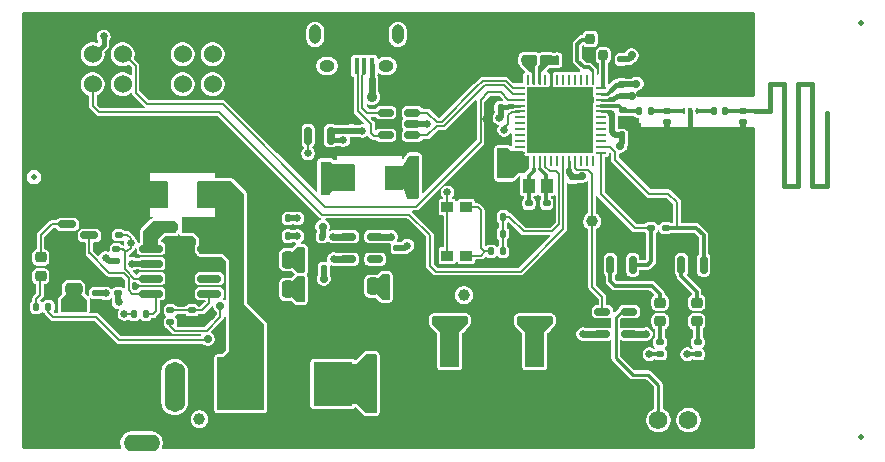
<source format=gbr>
%TF.GenerationSoftware,KiCad,Pcbnew,9.0.4-9.0.4-0~ubuntu22.04.1*%
%TF.CreationDate,2025-09-23T18:33:34+12:00*%
%TF.ProjectId,BBBLedHW,4242424c-6564-4485-972e-6b696361645f,rev?*%
%TF.SameCoordinates,PX7365040PY5f5e100*%
%TF.FileFunction,Copper,L1,Top*%
%TF.FilePolarity,Positive*%
%FSLAX46Y46*%
G04 Gerber Fmt 4.6, Leading zero omitted, Abs format (unit mm)*
G04 Created by KiCad (PCBNEW 9.0.4-9.0.4-0~ubuntu22.04.1) date 2025-09-23 18:33:34*
%MOMM*%
%LPD*%
G01*
G04 APERTURE LIST*
G04 Aperture macros list*
%AMRoundRect*
0 Rectangle with rounded corners*
0 $1 Rounding radius*
0 $2 $3 $4 $5 $6 $7 $8 $9 X,Y pos of 4 corners*
0 Add a 4 corners polygon primitive as box body*
4,1,4,$2,$3,$4,$5,$6,$7,$8,$9,$2,$3,0*
0 Add four circle primitives for the rounded corners*
1,1,$1+$1,$2,$3*
1,1,$1+$1,$4,$5*
1,1,$1+$1,$6,$7*
1,1,$1+$1,$8,$9*
0 Add four rect primitives between the rounded corners*
20,1,$1+$1,$2,$3,$4,$5,0*
20,1,$1+$1,$4,$5,$6,$7,0*
20,1,$1+$1,$6,$7,$8,$9,0*
20,1,$1+$1,$8,$9,$2,$3,0*%
G04 Aperture macros list end*
%TA.AperFunction,SMDPad,CuDef*%
%ADD10R,0.250000X0.550000*%
%TD*%
%TA.AperFunction,SMDPad,CuDef*%
%ADD11R,0.400000X0.600000*%
%TD*%
%TA.AperFunction,SMDPad,CuDef*%
%ADD12RoundRect,0.218750X-0.256250X0.218750X-0.256250X-0.218750X0.256250X-0.218750X0.256250X0.218750X0*%
%TD*%
%TA.AperFunction,SMDPad,CuDef*%
%ADD13RoundRect,0.150000X0.150000X-0.587500X0.150000X0.587500X-0.150000X0.587500X-0.150000X-0.587500X0*%
%TD*%
%TA.AperFunction,SMDPad,CuDef*%
%ADD14R,0.990600X1.244600*%
%TD*%
%TA.AperFunction,SMDPad,CuDef*%
%ADD15RoundRect,0.140000X0.140000X0.170000X-0.140000X0.170000X-0.140000X-0.170000X0.140000X-0.170000X0*%
%TD*%
%TA.AperFunction,SMDPad,CuDef*%
%ADD16RoundRect,0.140000X-0.170000X0.140000X-0.170000X-0.140000X0.170000X-0.140000X0.170000X0.140000X0*%
%TD*%
%TA.AperFunction,SMDPad,CuDef*%
%ADD17R,1.565400X2.109000*%
%TD*%
%TA.AperFunction,SMDPad,CuDef*%
%ADD18RoundRect,0.140000X0.170000X-0.140000X0.170000X0.140000X-0.170000X0.140000X-0.170000X-0.140000X0*%
%TD*%
%TA.AperFunction,SMDPad,CuDef*%
%ADD19R,1.000000X0.900000*%
%TD*%
%TA.AperFunction,ComponentPad*%
%ADD20C,1.574800*%
%TD*%
%TA.AperFunction,SMDPad,CuDef*%
%ADD21C,0.500000*%
%TD*%
%TA.AperFunction,SMDPad,CuDef*%
%ADD22R,0.457200X1.346200*%
%TD*%
%TA.AperFunction,ComponentPad*%
%ADD23O,1.016000X1.651000*%
%TD*%
%TA.AperFunction,ComponentPad*%
%ADD24O,1.295400X1.016000*%
%TD*%
%TA.AperFunction,SMDPad,CuDef*%
%ADD25RoundRect,0.250000X0.250000X0.475000X-0.250000X0.475000X-0.250000X-0.475000X0.250000X-0.475000X0*%
%TD*%
%TA.AperFunction,SMDPad,CuDef*%
%ADD26RoundRect,0.135000X0.135000X0.185000X-0.135000X0.185000X-0.135000X-0.185000X0.135000X-0.185000X0*%
%TD*%
%TA.AperFunction,SMDPad,CuDef*%
%ADD27RoundRect,0.150000X-0.512500X-0.150000X0.512500X-0.150000X0.512500X0.150000X-0.512500X0.150000X0*%
%TD*%
%TA.AperFunction,SMDPad,CuDef*%
%ADD28RoundRect,0.147500X0.147500X0.172500X-0.147500X0.172500X-0.147500X-0.172500X0.147500X-0.172500X0*%
%TD*%
%TA.AperFunction,SMDPad,CuDef*%
%ADD29RoundRect,0.135000X-0.185000X0.135000X-0.185000X-0.135000X0.185000X-0.135000X0.185000X0.135000X0*%
%TD*%
%TA.AperFunction,SMDPad,CuDef*%
%ADD30R,1.600000X3.000000*%
%TD*%
%TA.AperFunction,SMDPad,CuDef*%
%ADD31RoundRect,0.150000X0.587500X0.150000X-0.587500X0.150000X-0.587500X-0.150000X0.587500X-0.150000X0*%
%TD*%
%TA.AperFunction,SMDPad,CuDef*%
%ADD32RoundRect,0.062500X0.062500X-0.375000X0.062500X0.375000X-0.062500X0.375000X-0.062500X-0.375000X0*%
%TD*%
%TA.AperFunction,SMDPad,CuDef*%
%ADD33RoundRect,0.062500X0.375000X-0.062500X0.375000X0.062500X-0.375000X0.062500X-0.375000X-0.062500X0*%
%TD*%
%TA.AperFunction,HeatsinkPad*%
%ADD34R,5.600000X5.600000*%
%TD*%
%TA.AperFunction,SMDPad,CuDef*%
%ADD35RoundRect,0.200000X0.200000X-0.250000X0.200000X0.250000X-0.200000X0.250000X-0.200000X-0.250000X0*%
%TD*%
%TA.AperFunction,SMDPad,CuDef*%
%ADD36RoundRect,0.150000X0.512500X0.150000X-0.512500X0.150000X-0.512500X-0.150000X0.512500X-0.150000X0*%
%TD*%
%TA.AperFunction,SMDPad,CuDef*%
%ADD37RoundRect,0.140000X-0.140000X-0.170000X0.140000X-0.170000X0.140000X0.170000X-0.140000X0.170000X0*%
%TD*%
%TA.AperFunction,SMDPad,CuDef*%
%ADD38RoundRect,0.250000X-0.250000X-0.475000X0.250000X-0.475000X0.250000X0.475000X-0.250000X0.475000X0*%
%TD*%
%TA.AperFunction,ComponentPad*%
%ADD39C,1.524000*%
%TD*%
%TA.AperFunction,SMDPad,CuDef*%
%ADD40RoundRect,0.135000X0.185000X-0.135000X0.185000X0.135000X-0.185000X0.135000X-0.185000X-0.135000X0*%
%TD*%
%TA.AperFunction,SMDPad,CuDef*%
%ADD41RoundRect,0.250000X-0.475000X0.250000X-0.475000X-0.250000X0.475000X-0.250000X0.475000X0.250000X0*%
%TD*%
%TA.AperFunction,ComponentPad*%
%ADD42O,1.750000X4.250000*%
%TD*%
%TA.AperFunction,ComponentPad*%
%ADD43O,1.750000X3.750000*%
%TD*%
%TA.AperFunction,ComponentPad*%
%ADD44O,3.100000X1.400000*%
%TD*%
%TA.AperFunction,SMDPad,CuDef*%
%ADD45R,3.300000X3.700000*%
%TD*%
%TA.AperFunction,SMDPad,CuDef*%
%ADD46RoundRect,0.147500X-0.147500X-0.172500X0.147500X-0.172500X0.147500X0.172500X-0.147500X0.172500X0*%
%TD*%
%TA.AperFunction,SMDPad,CuDef*%
%ADD47RoundRect,0.150000X-0.825000X-0.150000X0.825000X-0.150000X0.825000X0.150000X-0.825000X0.150000X0*%
%TD*%
%TA.AperFunction,HeatsinkPad*%
%ADD48R,2.290000X3.000000*%
%TD*%
%TA.AperFunction,ViaPad*%
%ADD49C,0.700000*%
%TD*%
%TA.AperFunction,ViaPad*%
%ADD50C,0.650000*%
%TD*%
%TA.AperFunction,ViaPad*%
%ADD51C,1.000000*%
%TD*%
%TA.AperFunction,ViaPad*%
%ADD52C,0.900000*%
%TD*%
%TA.AperFunction,Conductor*%
%ADD53C,0.500000*%
%TD*%
%TA.AperFunction,Conductor*%
%ADD54C,0.400000*%
%TD*%
%TA.AperFunction,Conductor*%
%ADD55C,0.300000*%
%TD*%
%TA.AperFunction,Conductor*%
%ADD56C,0.250000*%
%TD*%
%TA.AperFunction,Conductor*%
%ADD57C,0.150000*%
%TD*%
%TA.AperFunction,Conductor*%
%ADD58C,0.600000*%
%TD*%
%TA.AperFunction,Conductor*%
%ADD59C,0.330000*%
%TD*%
%TA.AperFunction,Conductor*%
%ADD60C,1.000000*%
%TD*%
%TA.AperFunction,Conductor*%
%ADD61C,0.200000*%
%TD*%
G04 APERTURE END LIST*
D10*
%TO.P,FL1,1*%
%TO.N,Net-(C9-Pad1)*%
X56995000Y29575000D03*
D11*
%TO.P,FL1,2*%
%TO.N,GND*%
X57550000Y29575000D03*
D10*
%TO.P,FL1,3*%
%TO.N,/MICROSTRIP*%
X58105000Y29575000D03*
%TD*%
D12*
%TO.P,D3,1,K*%
%TO.N,Net-(D3-K)*%
X55000000Y13375000D03*
%TO.P,D3,2,A*%
%TO.N,Net-(D3-A)*%
X55000000Y11800000D03*
%TD*%
D13*
%TO.P,Q2,1,D*%
%TO.N,Net-(D3-K)*%
X50800000Y16562500D03*
%TO.P,Q2,2,G*%
%TO.N,/MCU_LED_1*%
X52700000Y16562500D03*
%TO.P,Q2,3,S*%
%TO.N,GND*%
X51750000Y18437500D03*
%TD*%
D14*
%TO.P,X2,1,1*%
%TO.N,/MCU_LSE_IN*%
X43900700Y23280000D03*
%TO.P,X2,2,2*%
%TO.N,/MCU_LSE_OUT*%
X45399300Y23280000D03*
%TD*%
D15*
%TO.P,C27,1*%
%TO.N,+5V*%
X23530000Y20500000D03*
%TO.P,C27,2*%
%TO.N,GND*%
X22570000Y20500000D03*
%TD*%
D16*
%TO.P,C14,1*%
%TO.N,+3V3*%
X51750000Y31835000D03*
%TO.P,C14,2*%
%TO.N,GND*%
X51750000Y30875000D03*
%TD*%
%TO.P,C16,1*%
%TO.N,/MCU_LSE_OUT*%
X45400000Y21760000D03*
%TO.P,C16,2*%
%TO.N,GND*%
X45400000Y20800000D03*
%TD*%
D15*
%TO.P,C3,1*%
%TO.N,+3V3*%
X41504518Y29881000D03*
%TO.P,C3,2*%
%TO.N,GND*%
X40544518Y29881000D03*
%TD*%
D17*
%TO.P,D4,1,K*%
%TO.N,+5V*%
X32478100Y23950000D03*
%TO.P,D4,2,A*%
%TO.N,/USB_5V*%
X28315500Y23950000D03*
%TD*%
D18*
%TO.P,C25,1*%
%TO.N,VBUS*%
X9130000Y14160000D03*
%TO.P,C25,2*%
%TO.N,GND*%
X9130000Y15120000D03*
%TD*%
D19*
%TO.P,SW1,1,1*%
%TO.N,Net-(R10-Pad2)*%
X38600000Y21450000D03*
X38600000Y17350000D03*
%TO.P,SW1,2,2*%
%TO.N,+3V3*%
X37000000Y21450000D03*
X37000000Y17350000D03*
%TD*%
D20*
%TO.P,J2,1,GND*%
%TO.N,GND*%
X52328400Y3419200D03*
%TO.P,J2,2,DATA*%
%TO.N,/LED_DATA*%
X54868400Y3419200D03*
%TO.P,J2,3,5V*%
%TO.N,+5V*%
X57408400Y3419200D03*
%TD*%
D15*
%TO.P,C23,1*%
%TO.N,+5V*%
X26405000Y18950000D03*
%TO.P,C23,2*%
%TO.N,GND*%
X25445000Y18950000D03*
%TD*%
D16*
%TO.P,C9,1*%
%TO.N,Net-(C9-Pad1)*%
X55550000Y29600000D03*
%TO.P,C9,2*%
%TO.N,GND*%
X55550000Y28640000D03*
%TD*%
D15*
%TO.P,C12,1*%
%TO.N,/SW*%
X14850000Y19750000D03*
%TO.P,C12,2*%
%TO.N,Net-(U2-BST)*%
X13890000Y19750000D03*
%TD*%
D16*
%TO.P,C29,1*%
%TO.N,+3V3*%
X51725000Y33950000D03*
%TO.P,C29,2*%
%TO.N,GND*%
X51725000Y32990000D03*
%TD*%
D21*
%TO.P,FID3,*%
%TO.N,*%
X2000000Y24000000D03*
%TD*%
D22*
%TO.P,J1,1,VBUS*%
%TO.N,/USB_5V*%
X30600000Y33406401D03*
%TO.P,J1,2,D-*%
%TO.N,/USB_D-*%
X29949999Y33406401D03*
%TO.P,J1,3,D+*%
%TO.N,/USB_D+*%
X29300000Y33406401D03*
%TO.P,J1,4,GND*%
%TO.N,GND*%
X28650001Y33406401D03*
%TO.P,J1,5,Shield*%
X28000000Y33406401D03*
D23*
%TO.P,J1,S_1*%
%TO.N,N/C*%
X32800000Y36081402D03*
%TO.P,J1,S_2*%
X25799999Y36081402D03*
D24*
%TO.P,J1,S_3*%
X31800000Y33406401D03*
%TO.P,J1,S_4*%
X26800000Y33406401D03*
%TD*%
D12*
%TO.P,D5,1,K*%
%TO.N,Net-(D5-K)*%
X2550000Y17187500D03*
%TO.P,D5,2,A*%
%TO.N,Net-(D5-A)*%
X2550000Y15612500D03*
%TD*%
D25*
%TO.P,C13,1*%
%TO.N,+5V*%
X23500000Y17000000D03*
%TO.P,C13,2*%
%TO.N,GND*%
X21600000Y17000000D03*
%TD*%
D26*
%TO.P,R1,1*%
%TO.N,/PGOOD*%
X11460000Y12400000D03*
%TO.P,R1,2*%
%TO.N,VBUS*%
X10440000Y12400000D03*
%TD*%
D27*
%TO.P,U4,1,IN*%
%TO.N,+5V*%
X28612500Y18950000D03*
%TO.P,U4,2,GND*%
%TO.N,GND*%
X28612500Y18000000D03*
%TO.P,U4,3,EN*%
%TO.N,+5V*%
X28612500Y17050000D03*
%TO.P,U4,4,N/C*%
%TO.N,unconnected-(U4-N{slash}C-Pad4)*%
X30887500Y17050000D03*
%TO.P,U4,5,OUT*%
%TO.N,+3V3*%
X30887500Y18950000D03*
%TD*%
D28*
%TO.P,L1,1,1*%
%TO.N,Net-(C9-Pad1)*%
X54220000Y29600000D03*
%TO.P,L1,2,2*%
%TO.N,/MCU_RF*%
X53250000Y29600000D03*
%TD*%
D13*
%TO.P,Q4,1,D*%
%TO.N,Net-(D2-K)*%
X56800000Y16562500D03*
%TO.P,Q4,2,G*%
%TO.N,/MCU_LED_2*%
X58700000Y16562500D03*
%TO.P,Q4,3,S*%
%TO.N,GND*%
X57750000Y18437500D03*
%TD*%
D29*
%TO.P,R7,1*%
%TO.N,Net-(D3-A)*%
X55000000Y10010000D03*
%TO.P,R7,2*%
%TO.N,+3V3*%
X55000000Y8990000D03*
%TD*%
D21*
%TO.P,FID1,*%
%TO.N,*%
X72000000Y37000000D03*
%TD*%
D30*
%TO.P,C20,1*%
%TO.N,+5V*%
X37200000Y9400000D03*
%TO.P,C20,2*%
%TO.N,GND*%
X37200000Y5000000D03*
%TD*%
D16*
%TO.P,C24,1*%
%TO.N,+3V3*%
X32750000Y17980000D03*
%TO.P,C24,2*%
%TO.N,GND*%
X32750000Y17020000D03*
%TD*%
D12*
%TO.P,D2,1,K*%
%TO.N,Net-(D2-K)*%
X58100000Y13375000D03*
%TO.P,D2,2,A*%
%TO.N,Net-(D2-A)*%
X58100000Y11800000D03*
%TD*%
D31*
%TO.P,Q3,1,G*%
%TO.N,/PGOOD*%
X6687500Y19050000D03*
%TO.P,Q3,2,S*%
%TO.N,GND*%
X6687500Y20950000D03*
%TO.P,Q3,3,D*%
%TO.N,Net-(D5-K)*%
X4812500Y20000000D03*
%TD*%
D32*
%TO.P,U3,1,VBAT*%
%TO.N,+3V3*%
X43800000Y25362500D03*
%TO.P,U3,2,PC14*%
%TO.N,/MCU_LSE_IN*%
X44300000Y25362500D03*
%TO.P,U3,3,PC15*%
%TO.N,/MCU_LSE_OUT*%
X44800000Y25362500D03*
%TO.P,U3,4,PH3*%
%TO.N,/MCU_BOOT0*%
X45300000Y25362500D03*
%TO.P,U3,5,PB8*%
%TO.N,unconnected-(U3-PB8-Pad5)*%
X45800000Y25362500D03*
%TO.P,U3,6,PB9*%
%TO.N,unconnected-(U3-PB9-Pad6)*%
X46300000Y25362500D03*
%TO.P,U3,7,NRST*%
%TO.N,/SWD_nRST*%
X46800000Y25362500D03*
%TO.P,U3,8,VDDA*%
%TO.N,+3V3*%
X47300000Y25362500D03*
%TO.P,U3,9,PA0*%
%TO.N,/MCU_LLC*%
X47800000Y25362500D03*
%TO.P,U3,10,PA1*%
%TO.N,unconnected-(U3-PA1-Pad10)*%
X48300000Y25362500D03*
%TO.P,U3,11,PA2*%
%TO.N,unconnected-(U3-PA2-Pad11)*%
X48800000Y25362500D03*
%TO.P,U3,12,PA3*%
%TO.N,unconnected-(U3-PA3-Pad12)*%
X49300000Y25362500D03*
D33*
%TO.P,U3,13,PA4*%
%TO.N,/MCU_LED_1*%
X49987500Y26050000D03*
%TO.P,U3,14,PA5*%
%TO.N,/MCU_LED_2*%
X49987500Y26550000D03*
%TO.P,U3,15,PA6*%
%TO.N,unconnected-(U3-PA6-Pad15)*%
X49987500Y27050000D03*
%TO.P,U3,16,PA7*%
%TO.N,unconnected-(U3-PA7-Pad16)*%
X49987500Y27550000D03*
%TO.P,U3,17,PA8*%
%TO.N,unconnected-(U3-PA8-Pad17)*%
X49987500Y28050000D03*
%TO.P,U3,18,PA9*%
%TO.N,unconnected-(U3-PA9-Pad18)*%
X49987500Y28550000D03*
%TO.P,U3,19,PB2*%
%TO.N,unconnected-(U3-PB2-Pad19)*%
X49987500Y29050000D03*
%TO.P,U3,20,VDD*%
%TO.N,+3V3*%
X49987500Y29550000D03*
%TO.P,U3,21,RF1*%
%TO.N,/MCU_RF*%
X49987500Y30050000D03*
%TO.P,U3,22,VSSRF*%
%TO.N,GND*%
X49987500Y30550000D03*
%TO.P,U3,23,VDDRF*%
%TO.N,+3V3*%
X49987500Y31050000D03*
%TO.P,U3,24,OSC_OUT*%
%TO.N,/MCU_HSE_OUT*%
X49987500Y31550000D03*
D32*
%TO.P,U3,25,OSC_IN*%
%TO.N,/MCU_HSE_IN*%
X49300000Y32237500D03*
%TO.P,U3,26,AT0*%
%TO.N,unconnected-(U3-AT0-Pad26)*%
X48800000Y32237500D03*
%TO.P,U3,27,AT1*%
%TO.N,unconnected-(U3-AT1-Pad27)*%
X48300000Y32237500D03*
%TO.P,U3,28,PB0*%
%TO.N,unconnected-(U3-PB0-Pad28)*%
X47800000Y32237500D03*
%TO.P,U3,29,PB1*%
%TO.N,unconnected-(U3-PB1-Pad29)*%
X47300000Y32237500D03*
%TO.P,U3,30,PE4*%
%TO.N,unconnected-(U3-PE4-Pad30)*%
X46800000Y32237500D03*
%TO.P,U3,31,VFBSMPS*%
%TO.N,unconnected-(U3-VFBSMPS-Pad31)*%
X46300000Y32237500D03*
%TO.P,U3,32,VSSSMPS*%
%TO.N,GND*%
X45800000Y32237500D03*
%TO.P,U3,33,VLXSMPS*%
%TO.N,unconnected-(U3-VLXSMPS-Pad33)*%
X45300000Y32237500D03*
%TO.P,U3,34,VDDSMPS*%
%TO.N,+3V3*%
X44800000Y32237500D03*
%TO.P,U3,35,VDD*%
X44300000Y32237500D03*
%TO.P,U3,36,PA10*%
%TO.N,unconnected-(U3-PA10-Pad36)*%
X43800000Y32237500D03*
D33*
%TO.P,U3,37,PA11*%
%TO.N,/MCU_D-*%
X43112500Y31550000D03*
%TO.P,U3,38,PA12*%
%TO.N,/MCU_D+*%
X43112500Y31050000D03*
%TO.P,U3,39,PA13*%
%TO.N,/SWD_IO*%
X43112500Y30550000D03*
%TO.P,U3,40,VDDUSB*%
%TO.N,+3V3*%
X43112500Y30050000D03*
%TO.P,U3,41,PA14*%
%TO.N,/SWD_CLK*%
X43112500Y29550000D03*
%TO.P,U3,42,PA15*%
%TO.N,unconnected-(U3-PA15-Pad42)*%
X43112500Y29050000D03*
%TO.P,U3,43,PB3*%
%TO.N,unconnected-(U3-PB3-Pad43)*%
X43112500Y28550000D03*
%TO.P,U3,44,PB4*%
%TO.N,unconnected-(U3-PB4-Pad44)*%
X43112500Y28050000D03*
%TO.P,U3,45,PB5*%
%TO.N,unconnected-(U3-PB5-Pad45)*%
X43112500Y27550000D03*
%TO.P,U3,46,PB6*%
%TO.N,unconnected-(U3-PB6-Pad46)*%
X43112500Y27050000D03*
%TO.P,U3,47,PB7*%
%TO.N,unconnected-(U3-PB7-Pad47)*%
X43112500Y26550000D03*
%TO.P,U3,48,VDD*%
%TO.N,+3V3*%
X43112500Y26050000D03*
D34*
%TO.P,U3,49,VSS*%
%TO.N,GND*%
X46550000Y28800000D03*
%TD*%
D35*
%TO.P,X1,1,1*%
%TO.N,/MCU_HSE_OUT*%
X50200000Y34300000D03*
%TO.P,X1,2,2*%
%TO.N,GND*%
X50200000Y35700000D03*
%TO.P,X1,3,3*%
%TO.N,/MCU_HSE_IN*%
X49100000Y35700000D03*
%TO.P,X1,4,4*%
%TO.N,GND*%
X49100000Y34300000D03*
%TD*%
D15*
%TO.P,C5,1*%
%TO.N,+3V3*%
X41510000Y24220000D03*
%TO.P,C5,2*%
%TO.N,GND*%
X40550000Y24220000D03*
%TD*%
D36*
%TO.P,U1,1,VCCA*%
%TO.N,+3V3*%
X52400000Y10700000D03*
%TO.P,U1,2,GND*%
%TO.N,GND*%
X52400000Y11650000D03*
%TO.P,U1,3,A*%
%TO.N,/LED_DATA*%
X52400000Y12600000D03*
%TO.P,U1,4,B*%
%TO.N,/MCU_LLC*%
X50125000Y12600000D03*
%TO.P,U1,5,DIR*%
%TO.N,GND*%
X50125000Y11650000D03*
%TO.P,U1,6,VCCB*%
%TO.N,+5V*%
X50125000Y10700000D03*
%TD*%
D16*
%TO.P,C8,1*%
%TO.N,/MCU_RF*%
X51850000Y29680000D03*
%TO.P,C8,2*%
%TO.N,GND*%
X51850000Y28720000D03*
%TD*%
D37*
%TO.P,C7,1*%
%TO.N,+3V3*%
X51770000Y27520000D03*
%TO.P,C7,2*%
%TO.N,GND*%
X52730000Y27520000D03*
%TD*%
D27*
%TO.P,U5,1,I/O1*%
%TO.N,/USB_D-*%
X31762500Y29450000D03*
%TO.P,U5,2,GND*%
%TO.N,GND*%
X31762500Y28500000D03*
%TO.P,U5,3,I/O2*%
%TO.N,/USB_D+*%
X31762500Y27550000D03*
%TO.P,U5,4,I/O2*%
%TO.N,/MCU_D+*%
X34037500Y27550000D03*
%TO.P,U5,5,VBUS*%
%TO.N,/USB_5V*%
X34037500Y28500000D03*
%TO.P,U5,6,I/O1*%
%TO.N,/MCU_D-*%
X34037500Y29450000D03*
%TD*%
D38*
%TO.P,C18,1*%
%TO.N,GND*%
X28800000Y14750000D03*
%TO.P,C18,2*%
%TO.N,+3V3*%
X30700000Y14750000D03*
%TD*%
D39*
%TO.P,J4,1,RST*%
%TO.N,/SWD_nRST*%
X6960000Y31860000D03*
%TO.P,J4,2,SWCLK*%
%TO.N,/SWD_CLK*%
X6960000Y34400000D03*
%TO.P,J4,3,SWIM*%
%TO.N,unconnected-(J4-SWIM-Pad3)*%
X9500000Y31860000D03*
%TO.P,J4,4,SWDIO*%
%TO.N,/SWD_IO*%
X9500000Y34400000D03*
%TO.P,J4,5,GND*%
%TO.N,GND*%
X12040000Y31860000D03*
%TO.P,J4,6,GND*%
X12040000Y34400000D03*
%TO.P,J4,7,3V3*%
%TO.N,+3V3*%
X14580000Y31860000D03*
%TO.P,J4,8,3V3*%
X14580000Y34400000D03*
%TO.P,J4,9,5V*%
%TO.N,unconnected-(J4-5V-Pad9)*%
X17120000Y31860000D03*
%TO.P,J4,10,5V*%
%TO.N,unconnected-(J4-5V-Pad10)*%
X17120000Y34400000D03*
%TD*%
D25*
%TO.P,C22,1*%
%TO.N,+5V*%
X23500000Y14500000D03*
%TO.P,C22,2*%
%TO.N,GND*%
X21600000Y14500000D03*
%TD*%
D18*
%TO.P,C26,1*%
%TO.N,VBUS*%
X7230000Y14180000D03*
%TO.P,C26,2*%
%TO.N,GND*%
X7230000Y15140000D03*
%TD*%
D21*
%TO.P,FID2,*%
%TO.N,*%
X72000000Y2000000D03*
%TD*%
D40*
%TO.P,R4,1*%
%TO.N,VBUS*%
X8976000Y16864000D03*
%TO.P,R4,2*%
%TO.N,/REG_EN*%
X8976000Y17884000D03*
%TD*%
D18*
%TO.P,C2,1*%
%TO.N,+3V3*%
X43560000Y33920000D03*
%TO.P,C2,2*%
%TO.N,GND*%
X43560000Y34880000D03*
%TD*%
D41*
%TO.P,C11,1*%
%TO.N,GND*%
X5350000Y16400000D03*
%TO.P,C11,2*%
%TO.N,VBUS*%
X5350000Y14500000D03*
%TD*%
D42*
%TO.P,J3,1*%
%TO.N,VBUS*%
X13900000Y6204500D03*
D43*
%TO.P,J3,2*%
%TO.N,GND*%
X8000000Y6204500D03*
D44*
%TO.P,J3,3*%
%TO.N,unconnected-(J3-Pad3)*%
X11100000Y1504500D03*
%TD*%
D37*
%TO.P,C17,1*%
%TO.N,GND*%
X25570000Y16225000D03*
%TO.P,C17,2*%
%TO.N,+5V*%
X26530000Y16225000D03*
%TD*%
D29*
%TO.P,R8,1*%
%TO.N,Net-(D2-A)*%
X58200000Y10010000D03*
%TO.P,R8,2*%
%TO.N,+3V3*%
X58200000Y8990000D03*
%TD*%
D13*
%TO.P,Q1,1,D*%
%TO.N,/REG_EN*%
X25200000Y27500000D03*
%TO.P,Q1,2,G*%
%TO.N,/USB_5V*%
X27100000Y27500000D03*
%TO.P,Q1,3,S*%
%TO.N,GND*%
X26150000Y29375000D03*
%TD*%
D29*
%TO.P,R13,1*%
%TO.N,GND*%
X55500000Y20710000D03*
%TO.P,R13,2*%
%TO.N,/MCU_LED_2*%
X55500000Y19690000D03*
%TD*%
D40*
%TO.P,R3,1*%
%TO.N,GND*%
X15350000Y11700000D03*
%TO.P,R3,2*%
%TO.N,Net-(U2-FB)*%
X15350000Y12720000D03*
%TD*%
D26*
%TO.P,R10,1*%
%TO.N,/MCU_BOOT0*%
X41700000Y17700000D03*
%TO.P,R10,2*%
%TO.N,Net-(R10-Pad2)*%
X40680000Y17700000D03*
%TD*%
D15*
%TO.P,C28,1*%
%TO.N,+5V*%
X23530000Y19000000D03*
%TO.P,C28,2*%
%TO.N,GND*%
X22570000Y19000000D03*
%TD*%
D29*
%TO.P,R12,1*%
%TO.N,GND*%
X54250000Y20710000D03*
%TO.P,R12,2*%
%TO.N,/MCU_LED_1*%
X54250000Y19690000D03*
%TD*%
D40*
%TO.P,R6,1*%
%TO.N,/USB_5V*%
X28900000Y27927500D03*
%TO.P,R6,2*%
%TO.N,GND*%
X28900000Y28947500D03*
%TD*%
D45*
%TO.P,L3,1,1*%
%TO.N,/SW*%
X19400000Y6500000D03*
%TO.P,L3,2,2*%
%TO.N,+5V*%
X27300000Y6500000D03*
%TD*%
D17*
%TO.P,D1,1,K*%
%TO.N,/SW*%
X16631300Y22500000D03*
%TO.P,D1,2,A*%
%TO.N,GND*%
X12468700Y22500000D03*
%TD*%
D40*
%TO.P,R5,1*%
%TO.N,/REG_EN*%
X9150000Y19090000D03*
%TO.P,R5,2*%
%TO.N,GND*%
X9150000Y20110000D03*
%TD*%
D46*
%TO.P,L2,1,1*%
%TO.N,/MICROSTRIP*%
X59565000Y29600000D03*
%TO.P,L2,2,2*%
%TO.N,/RF_ANT*%
X60535000Y29600000D03*
%TD*%
D16*
%TO.P,C10,1*%
%TO.N,/RF_ANT*%
X62050000Y29580000D03*
%TO.P,C10,2*%
%TO.N,GND*%
X62050000Y28620000D03*
%TD*%
D47*
%TO.P,U2,1,BST*%
%TO.N,Net-(U2-BST)*%
X11900000Y17944500D03*
%TO.P,U2,2,Vin*%
%TO.N,VBUS*%
X11900000Y16674500D03*
%TO.P,U2,3,EN*%
%TO.N,/REG_EN*%
X11900000Y15404500D03*
%TO.P,U2,4,PGOOD*%
%TO.N,/PGOOD*%
X11900000Y14134500D03*
%TO.P,U2,5,FB*%
%TO.N,Net-(U2-FB)*%
X16850000Y14134500D03*
%TO.P,U2,6,NC*%
%TO.N,unconnected-(U2-NC-Pad6)*%
X16850000Y15404500D03*
%TO.P,U2,7,GND*%
%TO.N,GND*%
X16850000Y16674500D03*
%TO.P,U2,8,SW*%
%TO.N,/SW*%
X16850000Y17944500D03*
D48*
%TO.P,U2,9,PADGND*%
%TO.N,GND*%
X14375000Y16039500D03*
%TD*%
D16*
%TO.P,C15,1*%
%TO.N,/MCU_LSE_IN*%
X43900000Y21760000D03*
%TO.P,C15,2*%
%TO.N,GND*%
X43900000Y20800000D03*
%TD*%
%TO.P,C6,1*%
%TO.N,+3V3*%
X47610000Y23960000D03*
%TO.P,C6,2*%
%TO.N,GND*%
X47610000Y23000000D03*
%TD*%
D26*
%TO.P,R9,1*%
%TO.N,/MCU_BOOT0*%
X41730000Y20610000D03*
%TO.P,R9,2*%
%TO.N,GND*%
X40710000Y20610000D03*
%TD*%
D30*
%TO.P,C21,1*%
%TO.N,+5V*%
X44400000Y9400000D03*
%TO.P,C21,2*%
%TO.N,GND*%
X44400000Y5000000D03*
%TD*%
D15*
%TO.P,C19,1*%
%TO.N,/MCU_BOOT0*%
X41690000Y19200000D03*
%TO.P,C19,2*%
%TO.N,GND*%
X40730000Y19200000D03*
%TD*%
%TO.P,C4,1*%
%TO.N,+3V3*%
X41530000Y26000000D03*
%TO.P,C4,2*%
%TO.N,GND*%
X40570000Y26000000D03*
%TD*%
D26*
%TO.P,R11,1*%
%TO.N,+5V*%
X3210000Y13000000D03*
%TO.P,R11,2*%
%TO.N,Net-(D5-A)*%
X2190000Y13000000D03*
%TD*%
D18*
%TO.P,C1,1*%
%TO.N,+3V3*%
X45370000Y33920000D03*
%TO.P,C1,2*%
%TO.N,GND*%
X45370000Y34880000D03*
%TD*%
D29*
%TO.P,R2,1*%
%TO.N,Net-(U2-FB)*%
X13550000Y12710000D03*
%TO.P,R2,2*%
%TO.N,+5V*%
X13550000Y11690000D03*
%TD*%
D49*
%TO.N,+3V3*%
X41800000Y25100000D03*
X44200000Y33920000D03*
D50*
X37000000Y22700000D03*
D49*
X31725000Y15300000D03*
X51600000Y26645000D03*
D50*
X54100000Y9000000D03*
D49*
X46070000Y33900000D03*
X52600000Y34300000D03*
D51*
X38400000Y14000000D03*
D50*
X57300000Y9000000D03*
D49*
X31725000Y14050000D03*
X42350000Y24350000D03*
D50*
X33600000Y18200000D03*
D49*
X48380000Y24100000D03*
D50*
X53800000Y10700000D03*
D49*
X53000000Y31900000D03*
D50*
X41400000Y29000000D03*
X32225000Y18950000D03*
D49*
%TO.N,GND*%
X20475000Y13900000D03*
D50*
X10400000Y23300000D03*
D49*
X21750000Y20500000D03*
D50*
X27337500Y18000000D03*
D49*
X43950000Y20050000D03*
X62050000Y27800000D03*
X62000000Y4000000D03*
X62000000Y24850000D03*
D50*
X47000000Y37000000D03*
X20400000Y23700000D03*
D49*
X20475000Y15150000D03*
D50*
X44650000Y27000000D03*
X48650000Y31000000D03*
X40700000Y21600000D03*
D49*
X52505000Y32990000D03*
X16950000Y12250000D03*
X62000000Y34000000D03*
X45370000Y20010000D03*
X6000000Y17550000D03*
D50*
X5400000Y23700000D03*
D49*
X54000000Y24850000D03*
D50*
X45200000Y2700000D03*
X48650000Y27000000D03*
D49*
X62000000Y37000000D03*
X40560000Y25270000D03*
X20475000Y16400000D03*
D50*
X33600000Y17025000D03*
D49*
X44180000Y34890000D03*
X16900000Y9000000D03*
D50*
X45650000Y30000000D03*
D49*
X20475000Y17650000D03*
X62000000Y19000000D03*
X62000000Y22000000D03*
D50*
X32000000Y4000000D03*
D49*
X25575000Y15375000D03*
D50*
X13750000Y17000000D03*
X38000000Y37000000D03*
D49*
X62000000Y7000000D03*
X55500000Y21530000D03*
D50*
X32875000Y30600000D03*
X32000000Y10000000D03*
X44650000Y29000000D03*
X26150000Y30825000D03*
D49*
X59000000Y32000000D03*
X54250000Y21550000D03*
D50*
X27500000Y13000000D03*
X10050000Y20100000D03*
X36400000Y2700000D03*
X10600000Y19400000D03*
X8350000Y15100000D03*
X38000000Y2700000D03*
X47000000Y16000000D03*
D49*
X27675000Y14150000D03*
D50*
X28600000Y29900000D03*
D49*
X57000000Y26850000D03*
D50*
X50000000Y37000000D03*
D49*
X52800000Y28720000D03*
D50*
X39500000Y34000000D03*
D49*
X60000000Y24850000D03*
D50*
X48500000Y13000000D03*
D49*
X57550000Y27800000D03*
X59000000Y26850000D03*
D50*
X12900000Y26700000D03*
X28500000Y31800000D03*
X18900000Y26700000D03*
X13750000Y15250000D03*
D49*
X48500000Y23000000D03*
D50*
X53000000Y37000000D03*
D49*
X52600000Y30875000D03*
D50*
X47650000Y30000000D03*
D49*
X55000000Y32000000D03*
D50*
X6900000Y26700000D03*
X48500000Y11650000D03*
X43600000Y2700000D03*
X15000000Y15250000D03*
D49*
X27675000Y15400000D03*
D50*
X48650000Y29000000D03*
D49*
X56000000Y24850000D03*
X54000000Y34000000D03*
X25450000Y19800000D03*
X55000000Y26850000D03*
D50*
X7250000Y15900000D03*
D49*
X61000000Y32000000D03*
X21750000Y19000000D03*
X4750000Y17550000D03*
X59000000Y37000000D03*
D50*
X36500000Y34000000D03*
X44650000Y31000000D03*
X46650000Y31000000D03*
X48500000Y4000000D03*
X53775000Y11650000D03*
X15000000Y17000000D03*
D49*
X55550000Y27800000D03*
D50*
X47650000Y28000000D03*
D49*
X62000000Y10000000D03*
D50*
X10400000Y21700000D03*
D49*
X56000000Y34000000D03*
D50*
X40300000Y28900000D03*
X9900000Y26700000D03*
D49*
X62000000Y16000000D03*
D50*
X30500000Y13000000D03*
D49*
X58000000Y34000000D03*
D50*
X41000000Y37000000D03*
X32000000Y7000000D03*
D49*
X52740000Y26650000D03*
D50*
X45650000Y28000000D03*
X50550000Y18900000D03*
D49*
X57000000Y32000000D03*
X46030000Y34880000D03*
D50*
X40900000Y27400000D03*
D49*
X58000000Y24850000D03*
D50*
X8100000Y20950000D03*
X46650000Y27000000D03*
D49*
X61000000Y26850000D03*
D50*
X56400000Y18900000D03*
D49*
X62000000Y13000000D03*
D50*
X15900000Y26700000D03*
X45500000Y13000000D03*
X39500000Y13000000D03*
D49*
X40530000Y23410000D03*
X60000000Y34000000D03*
D50*
X27100000Y31800000D03*
%TO.N,VBUS*%
X8100000Y14150000D03*
X9650000Y12400000D03*
X8076000Y17149000D03*
D51*
X16000000Y3500000D03*
D50*
X10325000Y16675000D03*
D52*
X4850000Y13150000D03*
X5900000Y13150000D03*
D50*
X9150000Y13400000D03*
D52*
%TO.N,+5V*%
X36500000Y11700000D03*
D50*
X24300000Y19000000D03*
D49*
X24525000Y17600000D03*
D52*
X30300000Y8100000D03*
X34100000Y25250000D03*
D50*
X27350000Y18950000D03*
X27387500Y17050000D03*
D49*
X26525000Y15400000D03*
D52*
X37900000Y11700000D03*
D49*
X24525000Y16350000D03*
X26425000Y19800000D03*
D52*
X45000000Y11700000D03*
D50*
X48500000Y10700000D03*
D52*
X43700000Y11700000D03*
D49*
X17775000Y13075000D03*
D50*
X24300000Y20500000D03*
D49*
X24525000Y13850000D03*
D52*
X30300000Y5100000D03*
D49*
X24525000Y15100000D03*
D52*
X34100000Y22650000D03*
D49*
X16700000Y10300000D03*
D50*
%TO.N,/USB_5V*%
X29800000Y27900000D03*
D52*
X26800000Y24800000D03*
D50*
X28175000Y27125000D03*
X35300000Y28500000D03*
D52*
X30600000Y30800000D03*
X26800000Y23200000D03*
D50*
%TO.N,/SWD_CLK*%
X41800000Y28000000D03*
X7900000Y35900000D03*
%TO.N,/REG_EN*%
X25200000Y26000000D03*
X10200000Y18400000D03*
D51*
%TO.N,/MCU_LLC*%
X49250000Y20250000D03*
%TD*%
D53*
%TO.N,+3V3*%
X41500000Y29915000D02*
X41500000Y29100000D01*
X52350000Y33950000D02*
X52600000Y34200000D01*
X51750000Y31835000D02*
X52440000Y31835000D01*
D54*
X42475000Y30050000D02*
X42175000Y30050000D01*
X42025000Y29900000D02*
X41500000Y29900000D01*
D53*
X51780000Y27545000D02*
X51780000Y27100000D01*
X41500000Y29100000D02*
X41400000Y29000000D01*
D55*
X57210000Y8990000D02*
X57200000Y9000000D01*
D53*
X47610000Y23960000D02*
X47650000Y24000000D01*
X52600000Y34200000D02*
X52600000Y34300000D01*
X47300000Y24600000D02*
X47300000Y24300000D01*
X52440000Y31835000D02*
X52935000Y31835000D01*
D56*
X50700000Y29550000D02*
X49987500Y29550000D01*
X50500000Y31050000D02*
X50850000Y31400000D01*
D53*
X50950000Y29300000D02*
X50950000Y27800000D01*
D55*
X55000000Y8990000D02*
X54210000Y8990000D01*
D57*
X37000000Y21450000D02*
X37000000Y17300000D01*
D56*
X43112500Y30050000D02*
X42575000Y30050000D01*
D54*
X50850000Y31400000D02*
X51275000Y31825000D01*
D53*
X32750000Y17980000D02*
X33380000Y17980000D01*
X50950000Y27800000D02*
X51225000Y27525000D01*
D56*
X47300000Y25362500D02*
X47300000Y24600000D01*
X49987500Y31050000D02*
X50500000Y31050000D01*
D54*
X51275000Y31825000D02*
X51750000Y31825000D01*
X46050000Y33920000D02*
X46070000Y33900000D01*
D53*
X51725000Y33950000D02*
X52350000Y33950000D01*
X51780000Y26880000D02*
X51600000Y26700000D01*
D56*
X50800000Y29450000D02*
X50700000Y29550000D01*
D58*
X52400000Y10700000D02*
X53800000Y10700000D01*
D53*
X47650000Y24000000D02*
X48340000Y24000000D01*
X52935000Y31835000D02*
X53000000Y31900000D01*
D56*
X42575000Y30050000D02*
X42475000Y30050000D01*
D55*
X58200000Y8990000D02*
X57210000Y8990000D01*
D53*
X51225000Y27525000D02*
X51775000Y27525000D01*
X47300000Y24300000D02*
X47600000Y24000000D01*
D57*
X37000000Y21450000D02*
X37000000Y22700000D01*
D53*
X50800000Y29450000D02*
X50950000Y29300000D01*
D54*
X42175000Y30050000D02*
X42050000Y29925000D01*
D53*
X33380000Y17980000D02*
X33600000Y18200000D01*
X51780000Y27100000D02*
X51780000Y26880000D01*
D54*
X42050000Y29925000D02*
X42025000Y29900000D01*
D55*
X54210000Y8990000D02*
X54200000Y9000000D01*
D58*
X30887500Y18950000D02*
X32225000Y18950000D01*
D54*
%TO.N,GND*%
X51350000Y30875000D02*
X51725000Y30875000D01*
X44170000Y34880000D02*
X44180000Y34890000D01*
D53*
X40550000Y24220000D02*
X40550000Y23430000D01*
X52400000Y11650000D02*
X53775000Y11650000D01*
D54*
X45370000Y34880000D02*
X46030000Y34880000D01*
D57*
X40730000Y19200000D02*
X40730000Y20770000D01*
D53*
X14650500Y16674500D02*
X14650000Y16675000D01*
X40570000Y25280000D02*
X40560000Y25270000D01*
D57*
X12040000Y31860000D02*
X12040000Y32140000D01*
D53*
X51850000Y28720000D02*
X52560000Y28720000D01*
X40550000Y29895000D02*
X40550000Y29050000D01*
D56*
X45800000Y32237500D02*
X45800000Y31000000D01*
X50775000Y30575000D02*
X50750000Y30550000D01*
D57*
X10040000Y20110000D02*
X10050000Y20100000D01*
D53*
X7230000Y15140000D02*
X7230000Y15880000D01*
D57*
X54250000Y21450000D02*
X54300000Y21500000D01*
D54*
X51050000Y30575000D02*
X51350000Y30875000D01*
D53*
X43900000Y20100000D02*
X43950000Y20050000D01*
D54*
X43560000Y34880000D02*
X44170000Y34880000D01*
D55*
X57750000Y18437500D02*
X56762500Y18437500D01*
D58*
X33595000Y17020000D02*
X33600000Y17025000D01*
D53*
X7230000Y15880000D02*
X7250000Y15900000D01*
D57*
X9150000Y20110000D02*
X10040000Y20110000D01*
D55*
X51287500Y18900000D02*
X50550000Y18900000D01*
D53*
X55560000Y28650000D02*
X55560000Y27990000D01*
X16850000Y16674500D02*
X14650500Y16674500D01*
X50125000Y11650000D02*
X48500000Y11650000D01*
X25450000Y18900000D02*
X25450000Y19800000D01*
X43900000Y20800000D02*
X43900000Y20100000D01*
D55*
X56762500Y18437500D02*
X56550000Y18650000D01*
D53*
X51725000Y32990000D02*
X52505000Y32990000D01*
D57*
X26150000Y29375000D02*
X26150000Y30825000D01*
D53*
X51750000Y30875000D02*
X52440000Y30875000D01*
D57*
X32875000Y29275000D02*
X32875000Y30525000D01*
D53*
X8370000Y15120000D02*
X8350000Y15100000D01*
D57*
X32100000Y28500000D02*
X32875000Y29275000D01*
X12040000Y34400000D02*
X12040000Y34740000D01*
D53*
X22590000Y20500000D02*
X21900000Y20500000D01*
D57*
X40710000Y21590000D02*
X40700000Y21600000D01*
D53*
X52740000Y27550000D02*
X52740000Y26900000D01*
D56*
X50750000Y30550000D02*
X49987500Y30550000D01*
D53*
X22590000Y19000000D02*
X21900000Y19000000D01*
X47610000Y23000000D02*
X48500000Y23000000D01*
D57*
X55500000Y20710000D02*
X55500000Y21500000D01*
X40730000Y20770000D02*
X40700000Y20800000D01*
X40710000Y20610000D02*
X40710000Y21590000D01*
D53*
X32750000Y17020000D02*
X33595000Y17020000D01*
D55*
X51750000Y18437500D02*
X51287500Y18900000D01*
D53*
X45400000Y20110000D02*
X45350000Y20060000D01*
D57*
X31762500Y28500000D02*
X32100000Y28500000D01*
D58*
X28600000Y18000000D02*
X27337500Y18000000D01*
D54*
X50775000Y30575000D02*
X51050000Y30575000D01*
D57*
X6687500Y20950000D02*
X8100000Y20950000D01*
D53*
X40570000Y26000000D02*
X40570000Y25280000D01*
X40550000Y23430000D02*
X40530000Y23410000D01*
D54*
X57550000Y29575000D02*
X57550000Y27900000D01*
D53*
X62050000Y28620000D02*
X62050000Y27930000D01*
D57*
X54250000Y20710000D02*
X54250000Y21450000D01*
D53*
X25575000Y16275000D02*
X25575000Y15375000D01*
X45400000Y20800000D02*
X45400000Y20110000D01*
X40550000Y29050000D02*
X40400000Y28900000D01*
X9130000Y15120000D02*
X8370000Y15120000D01*
D57*
%TO.N,/MCU_RF*%
X51950000Y29600000D02*
X51850000Y29700000D01*
D59*
X51500000Y30050000D02*
X51850000Y29700000D01*
X51950000Y29600000D02*
X53250000Y29600000D01*
X49987500Y30050000D02*
X51500000Y30050000D01*
D57*
%TO.N,Net-(C9-Pad1)*%
X55550000Y29600000D02*
X55550000Y29500000D01*
D59*
X54220000Y29600000D02*
X55450000Y29600000D01*
D57*
X55450000Y29500000D02*
X55550000Y29600000D01*
D59*
X55550000Y29600000D02*
X56950000Y29600000D01*
%TO.N,/RF_ANT*%
X62020000Y29560000D02*
X62050000Y29590000D01*
D54*
X66700000Y23200000D02*
X66700000Y31900000D01*
X67900000Y31900000D02*
X67900000Y23200000D01*
X65500000Y31900000D02*
X65500000Y23200000D01*
X63000000Y29590000D02*
X64290000Y29590000D01*
X66700000Y31900000D02*
X67900000Y31900000D01*
D59*
X60535000Y29600000D02*
X61860000Y29600000D01*
D54*
X64290000Y29590000D02*
X64300000Y29600000D01*
X64300000Y31900000D02*
X65500000Y31900000D01*
X64300000Y29600000D02*
X64300000Y31900000D01*
X69100000Y23200000D02*
X69100000Y29400000D01*
D59*
X62050000Y29590000D02*
X63000000Y29590000D01*
D54*
X67900000Y23200000D02*
X69100000Y23200000D01*
X65500000Y23200000D02*
X66700000Y23200000D01*
D53*
%TO.N,VBUS*%
X9130000Y13420000D02*
X9150000Y13400000D01*
X8070000Y14180000D02*
X8100000Y14150000D01*
D57*
X10440000Y12400000D02*
X9650000Y12400000D01*
D53*
X9130000Y14160000D02*
X9130000Y13420000D01*
X10325500Y16674500D02*
X10325000Y16675000D01*
X8386000Y16864000D02*
X8076000Y17174000D01*
X11900000Y16674500D02*
X10325500Y16674500D01*
X8976000Y16864000D02*
X8386000Y16864000D01*
X7230000Y14180000D02*
X8070000Y14180000D01*
D58*
%TO.N,+5V*%
X28612500Y18950000D02*
X27350000Y18950000D01*
X50125000Y10700000D02*
X48500000Y10700000D01*
D57*
X7250000Y12150000D02*
X3600000Y12150000D01*
X3210000Y12540000D02*
X3210000Y13000000D01*
D60*
X27300000Y6500000D02*
X28300000Y6500000D01*
D57*
X13900000Y11000000D02*
X13550000Y11350000D01*
D53*
X26425000Y18925000D02*
X26425000Y19800000D01*
X26525000Y16275000D02*
X26525000Y15400000D01*
D57*
X16600000Y11000000D02*
X13900000Y11000000D01*
X16600000Y10200000D02*
X9200000Y10200000D01*
X13550000Y11350000D02*
X13550000Y11690000D01*
D53*
X23530000Y19000000D02*
X24300000Y19000000D01*
X26400000Y18900000D02*
X26425000Y18925000D01*
D57*
X16700000Y10300000D02*
X16600000Y10200000D01*
X3600000Y12150000D02*
X3210000Y12540000D01*
D60*
X27300000Y6500000D02*
X27700000Y6500000D01*
D57*
X9200000Y10200000D02*
X7250000Y12150000D01*
D58*
X28650000Y17050000D02*
X27387500Y17050000D01*
D57*
X17775000Y12175000D02*
X16600000Y11000000D01*
D53*
X23530000Y20500000D02*
X24300000Y20500000D01*
D57*
X17775000Y13075000D02*
X17775000Y12175000D01*
D55*
%TO.N,/MCU_LSE_IN*%
X44300000Y24540000D02*
X43880000Y24120000D01*
X44300000Y24700000D02*
X44300000Y24540000D01*
X43880000Y24120000D02*
X43880000Y21820000D01*
D61*
X44300000Y25362500D02*
X44300000Y24700000D01*
D55*
X43880000Y21820000D02*
X43910000Y21790000D01*
%TO.N,/MCU_LSE_OUT*%
X45350000Y24150000D02*
X45350000Y21840000D01*
X45350000Y21840000D02*
X45400000Y21790000D01*
D61*
X44800000Y25362500D02*
X44800000Y24700000D01*
D55*
X44800000Y24700000D02*
X45350000Y24150000D01*
D57*
%TO.N,/MCU_BOOT0*%
X45300000Y24881744D02*
X45656744Y24525000D01*
X46475000Y24225000D02*
X46475000Y20000000D01*
X46475000Y20000000D02*
X45875000Y19400000D01*
X45875000Y19400000D02*
X43450000Y19400000D01*
X45300000Y25362500D02*
X45300000Y24881744D01*
X41725000Y20625000D02*
X41725000Y17700000D01*
X43450000Y19400000D02*
X42225000Y20625000D01*
X42225000Y20625000D02*
X41725000Y20625000D01*
X45656744Y24525000D02*
X46175000Y24525000D01*
X46175000Y24525000D02*
X46475000Y24225000D01*
D55*
%TO.N,Net-(D2-A)*%
X58200000Y11800000D02*
X58100000Y11900000D01*
X58200000Y10010000D02*
X58200000Y11800000D01*
%TO.N,Net-(D2-K)*%
X56800000Y15600000D02*
X56800000Y16500000D01*
X58100000Y13375000D02*
X58100000Y14300000D01*
X58100000Y14300000D02*
X56800000Y15600000D01*
%TO.N,Net-(D3-K)*%
X50800000Y15200000D02*
X50800000Y16600000D01*
X55000000Y14100000D02*
X54300000Y14800000D01*
X54300000Y14800000D02*
X51200000Y14800000D01*
X51200000Y14800000D02*
X50800000Y15200000D01*
X55000000Y13375000D02*
X55000000Y14100000D01*
%TO.N,Net-(D3-A)*%
X55000000Y10010000D02*
X55000000Y11800000D01*
D54*
%TO.N,/USB_5V*%
X27175000Y27100000D02*
X28150000Y27100000D01*
D53*
X34037500Y28500000D02*
X35300000Y28500000D01*
X27102500Y27927500D02*
X27100000Y27925000D01*
D54*
X30600000Y32306401D02*
X30600000Y33500000D01*
D58*
X30600000Y32306401D02*
X30600000Y30800000D01*
D53*
X28900000Y27927500D02*
X29772500Y27927500D01*
X28900000Y27927500D02*
X27102500Y27927500D01*
X28900000Y27927500D02*
X28377500Y27927500D01*
X29772500Y27927500D02*
X29800000Y27900000D01*
D57*
%TO.N,Net-(D5-K)*%
X2550000Y19050000D02*
X3500000Y20000000D01*
X3500000Y20000000D02*
X4800000Y20000000D01*
X2550000Y17187500D02*
X2550000Y19050000D01*
%TO.N,Net-(D5-A)*%
X2500000Y14000000D02*
X2500000Y15600000D01*
X2190000Y13000000D02*
X2190000Y13690000D01*
X2190000Y13690000D02*
X2500000Y14000000D01*
D59*
%TO.N,/MICROSTRIP*%
X59565000Y29600000D02*
X58150000Y29600000D01*
D57*
%TO.N,/SWD_nRST*%
X36000000Y16000000D02*
X35500000Y16500000D01*
X33776853Y20823147D02*
X26376853Y20823147D01*
X26376853Y20823147D02*
X17696890Y29503110D01*
X46800000Y19604322D02*
X43195678Y16000000D01*
X35500000Y16500000D02*
X35500000Y19100000D01*
X35500000Y19100000D02*
X33776853Y20823147D01*
X43195678Y16000000D02*
X36000000Y16000000D01*
X7496890Y29503110D02*
X7000000Y30000000D01*
X46800000Y25362500D02*
X46800000Y19604322D01*
X17696890Y29503110D02*
X7496890Y29503110D01*
X7000000Y30000000D02*
X7000000Y31500000D01*
%TO.N,/SWD_CLK*%
X42125000Y29225000D02*
X42425000Y29525000D01*
X43075000Y29525000D02*
X43100000Y29550000D01*
X42125000Y28525000D02*
X42125000Y29225000D01*
D54*
X6960000Y34400000D02*
X7100000Y34400000D01*
D57*
X42000000Y28400000D02*
X41800000Y28200000D01*
X41974999Y28374999D02*
X42000000Y28400000D01*
X42425000Y29525000D02*
X43075000Y29525000D01*
X42000000Y28400000D02*
X42125000Y28525000D01*
D54*
X7100000Y34400000D02*
X7900000Y35200000D01*
X7900000Y35200000D02*
X7900000Y35900000D01*
D57*
X41800000Y28200000D02*
X41800000Y28000000D01*
%TO.N,/SWD_IO*%
X41499542Y31200000D02*
X42149542Y30550000D01*
X17966483Y30200000D02*
X26666483Y21500000D01*
X10600000Y31147191D02*
X11547191Y30200000D01*
X39800000Y27000000D02*
X39800000Y30550000D01*
X40450000Y31200000D02*
X41499542Y31200000D01*
X9500000Y34500000D02*
X10600000Y33400000D01*
X39800000Y30550000D02*
X40450000Y31200000D01*
X34300000Y21500000D02*
X39800000Y27000000D01*
X26666483Y21500000D02*
X34300000Y21500000D01*
X11547191Y30200000D02*
X17966483Y30200000D01*
X10600000Y33400000D02*
X10600000Y31147191D01*
X42149542Y30550000D02*
X43125000Y30550000D01*
%TO.N,/REG_EN*%
X10500000Y15400000D02*
X11900000Y15400000D01*
X9900000Y17700000D02*
X9700000Y17700000D01*
X10200000Y18400000D02*
X10200000Y18800000D01*
X10200000Y18000000D02*
X9900000Y17700000D01*
X9700000Y17700000D02*
X9550000Y17850000D01*
X10200000Y18000000D02*
X10200000Y18400000D01*
X25200000Y27500000D02*
X25200000Y26050000D01*
X9774000Y16126000D02*
X10500000Y15400000D01*
X9900000Y19100000D02*
X9200000Y19100000D01*
X9526000Y17874000D02*
X8926000Y17874000D01*
X9700000Y17700000D02*
X9700000Y16200000D01*
X9700000Y16200000D02*
X9800000Y16100000D01*
X9526000Y17874000D02*
X9600000Y17800000D01*
X10200000Y18800000D02*
X9900000Y19100000D01*
D55*
%TO.N,/MCU_LED_1*%
X54250000Y16850000D02*
X54250000Y19700000D01*
D61*
X52850000Y19700000D02*
X54250000Y19700000D01*
D55*
X52700000Y16562500D02*
X53962500Y16562500D01*
D61*
X49987500Y26050000D02*
X49987500Y22562500D01*
D55*
X53962500Y16562500D02*
X54250000Y16850000D01*
D61*
X49987500Y22562500D02*
X52850000Y19700000D01*
D57*
%TO.N,/PGOOD*%
X6700000Y17550000D02*
X8375000Y15875000D01*
X11460000Y12400000D02*
X12100000Y12400000D01*
X12000000Y14100000D02*
X10333805Y14100000D01*
X12100000Y12400000D02*
X12350000Y12650000D01*
X10333805Y14100000D02*
X10000000Y14433805D01*
X8375000Y15875000D02*
X8650000Y15875000D01*
X6687500Y19050000D02*
X6687500Y17562500D01*
X6650000Y19050000D02*
X6700000Y19050000D01*
X10000000Y15450000D02*
X9575000Y15875000D01*
X10000000Y14433805D02*
X10000000Y15450000D01*
X12350000Y12650000D02*
X12350000Y14150000D01*
X9575000Y15875000D02*
X8525000Y15875000D01*
X6687500Y17562500D02*
X6700000Y17550000D01*
D61*
%TO.N,/MCU_LED_2*%
X50800000Y26550000D02*
X51200000Y26150000D01*
D55*
X58060000Y19690000D02*
X58700000Y19050000D01*
D61*
X54050000Y22600000D02*
X55700000Y22600000D01*
X55700000Y22600000D02*
X56450000Y21850000D01*
D55*
X58700000Y19050000D02*
X58700000Y16500000D01*
D61*
X53400000Y23250000D02*
X54050000Y22600000D01*
X49987500Y26550000D02*
X50800000Y26550000D01*
X51200000Y25450000D02*
X53400000Y23250000D01*
D55*
X55500000Y19690000D02*
X58060000Y19690000D01*
D61*
X51200000Y26150000D02*
X51200000Y25450000D01*
X56450000Y21850000D02*
X56450000Y19700000D01*
D57*
%TO.N,Net-(U2-FB)*%
X16200000Y12700000D02*
X16850000Y13350000D01*
X13550000Y12710000D02*
X15390000Y12710000D01*
X15350000Y12700000D02*
X16200000Y12700000D01*
X15390000Y12710000D02*
X15400000Y12700000D01*
X16850000Y13350000D02*
X16850000Y14100000D01*
%TO.N,Net-(R10-Pad2)*%
X39825000Y18000000D02*
X39850000Y17975000D01*
X39850000Y17975000D02*
X40125000Y17700000D01*
X39825000Y21200000D02*
X39825000Y18000000D01*
X39575000Y21450000D02*
X39825000Y21200000D01*
X40125000Y17700000D02*
X40175000Y17700000D01*
X39850000Y17350000D02*
X38625000Y17350000D01*
X40200000Y17700000D02*
X39850000Y17350000D01*
X38600000Y21450000D02*
X39575000Y21450000D01*
X40680000Y17700000D02*
X40200000Y17700000D01*
D56*
%TO.N,/LED_DATA*%
X54850000Y6400000D02*
X54850000Y4300000D01*
X54000000Y7250000D02*
X54850000Y6400000D01*
X52400000Y12600000D02*
X51737501Y12600000D01*
X52700000Y7250000D02*
X54000000Y7250000D01*
X51250000Y12112499D02*
X51250000Y8700000D01*
X54850000Y3450000D02*
X54900000Y3400000D01*
X51250000Y8700000D02*
X52700000Y7250000D01*
X51737501Y12600000D02*
X51250000Y12112499D01*
X54850000Y4300000D02*
X54850000Y3450000D01*
D57*
%TO.N,/MCU_LLC*%
X49250000Y24250000D02*
X49250000Y20250000D01*
X49250000Y14725000D02*
X50125000Y13850000D01*
X49250000Y20250000D02*
X49250000Y14725000D01*
X48900000Y24600000D02*
X49250000Y24250000D01*
X47970000Y24600000D02*
X48900000Y24600000D01*
X50125000Y13850000D02*
X50125000Y12600000D01*
X47800000Y24770000D02*
X47970000Y24600000D01*
X47800000Y25362500D02*
X47800000Y24770000D01*
D61*
%TO.N,/USB_D+*%
X30500000Y27750000D02*
X30750000Y27500000D01*
X29450000Y32650000D02*
X29300000Y32800000D01*
X29450000Y32600000D02*
X29450000Y32650000D01*
X30500000Y28500000D02*
X30500000Y27750000D01*
X29450000Y32600000D02*
X29450000Y29550000D01*
X30750000Y27500000D02*
X31351621Y27500000D01*
X29450000Y29550000D02*
X30500000Y28500000D01*
D55*
%TO.N,/MCU_HSE_OUT*%
X50200000Y34300000D02*
X50200000Y31600000D01*
D61*
%TO.N,/USB_D-*%
X29799999Y29847489D02*
X29799999Y32599999D01*
X31776256Y29423744D02*
X30223744Y29423744D01*
X31800000Y29400000D02*
X31776256Y29423744D01*
X30223744Y29423744D02*
X29799999Y29847489D01*
X30000000Y32800000D02*
X30000000Y33300000D01*
X29799999Y32599999D02*
X30000000Y32800000D01*
D55*
%TO.N,/MCU_HSE_IN*%
X48580000Y33280000D02*
X48000000Y33860000D01*
X48000000Y35250000D02*
X48390000Y35640000D01*
X48000000Y33860000D02*
X48000000Y35250000D01*
X48990000Y33280000D02*
X48580000Y33280000D01*
D57*
X49300000Y32850000D02*
X49300000Y32990000D01*
X49300000Y32990000D02*
X49260000Y33030000D01*
D55*
X48390000Y35640000D02*
X48970000Y35640000D01*
X49250000Y33020000D02*
X48990000Y33280000D01*
D57*
X49300000Y32237500D02*
X49300000Y32850000D01*
D61*
%TO.N,/MCU_D+*%
X35300000Y27550000D02*
X36075000Y28325000D01*
X36075000Y28325000D02*
X36672488Y28325000D01*
X43112500Y31050000D02*
X42521158Y31050000D01*
X41777570Y31795000D02*
X42126256Y31446314D01*
X42521158Y31050000D02*
X42135579Y31435579D01*
X40145000Y31795000D02*
X41777570Y31795000D01*
X39590000Y31240000D02*
X40145000Y31795000D01*
X36672488Y28325000D02*
X39587488Y31240000D01*
X34037500Y27550000D02*
X35300000Y27550000D01*
%TO.N,/MCU_D-*%
X43112500Y31550000D02*
X42518958Y31550000D01*
X39445026Y31590000D02*
X40000026Y32145000D01*
X35300000Y29450000D02*
X36075000Y28675000D01*
X42518958Y31550000D02*
X42374479Y31694479D01*
X34037500Y29450000D02*
X35300000Y29450000D01*
X36075000Y28675000D02*
X36527512Y28675000D01*
X36527512Y28675000D02*
X39442512Y31590000D01*
X40000026Y32145000D02*
X41922546Y32145000D01*
X39442512Y31590000D02*
X39445026Y31590000D01*
X41922546Y32145000D02*
X42373744Y31693802D01*
X43112500Y31550000D02*
X42970000Y31550000D01*
%TD*%
%TA.AperFunction,Conductor*%
%TO.N,+5V*%
G36*
X34553326Y25753326D02*
G01*
X34575000Y25701000D01*
X34575000Y22336689D01*
X34553326Y22284363D01*
X34440637Y22171674D01*
X34388311Y22150000D01*
X33673126Y22150000D01*
X33620800Y22171674D01*
X33603012Y22200336D01*
X33350000Y22950000D01*
X33349998Y22950001D01*
X31874642Y22957130D01*
X31822422Y22979057D01*
X31801000Y23031129D01*
X31801000Y24826000D01*
X31822674Y24878326D01*
X31875000Y24900000D01*
X33250000Y24900000D01*
X33730983Y25737842D01*
X33775832Y25772431D01*
X33795160Y25775000D01*
X34501000Y25775000D01*
X34553326Y25753326D01*
G37*
%TD.AperFunction*%
%TD*%
%TA.AperFunction,Conductor*%
%TO.N,GND*%
G36*
X14291110Y19155546D02*
G01*
X14311527Y19135129D01*
X14337218Y19096681D01*
X14341009Y19091008D01*
X14423899Y19035623D01*
X14476225Y19013949D01*
X14574000Y18994500D01*
X15363516Y18994500D01*
X15415842Y18972826D01*
X15722826Y18665842D01*
X15744500Y18613516D01*
X15744500Y18411044D01*
X15722826Y18358718D01*
X15696951Y18332844D01*
X15639353Y18219802D01*
X15624500Y18126020D01*
X15624500Y17762981D01*
X15639353Y17669196D01*
X15639354Y17669194D01*
X15696950Y17556158D01*
X15745210Y17507898D01*
X15761454Y17483397D01*
X15763549Y17478233D01*
X15763949Y17476225D01*
X15784365Y17426936D01*
X15784432Y17426771D01*
X15784431Y17426699D01*
X15785215Y17424508D01*
X15820879Y17371134D01*
X15841009Y17341008D01*
X15923899Y17285623D01*
X15976225Y17263949D01*
X16074000Y17244500D01*
X17863516Y17244500D01*
X17915842Y17222826D01*
X18222826Y16915842D01*
X18244500Y16863516D01*
X18244500Y13625504D01*
X18222826Y13573178D01*
X18170500Y13551504D01*
X18133500Y13561418D01*
X18123548Y13567164D01*
X18017194Y13628567D01*
X17982717Y13673499D01*
X17990109Y13729652D01*
X18001870Y13744979D01*
X18003050Y13746158D01*
X18060646Y13859196D01*
X18075500Y13952981D01*
X18075499Y14316018D01*
X18073168Y14330734D01*
X18060646Y14409805D01*
X18060645Y14409807D01*
X18003051Y14522840D01*
X18003050Y14522842D01*
X17913342Y14612550D01*
X17800304Y14670146D01*
X17800302Y14670147D01*
X17800301Y14670147D01*
X17706519Y14685000D01*
X15993480Y14685000D01*
X15899695Y14670147D01*
X15899693Y14670146D01*
X15786657Y14612550D01*
X15696951Y14522844D01*
X15639353Y14409802D01*
X15624500Y14316020D01*
X15624500Y13952981D01*
X15639353Y13859196D01*
X15639354Y13859194D01*
X15696949Y13746160D01*
X15696950Y13746158D01*
X15786658Y13656450D01*
X15899696Y13598854D01*
X15993481Y13584000D01*
X16445021Y13584001D01*
X16497347Y13562327D01*
X16519021Y13510001D01*
X16497347Y13457675D01*
X16086847Y13047174D01*
X16034521Y13025500D01*
X15926940Y13025500D01*
X15874614Y13047174D01*
X15860459Y13067000D01*
X15853076Y13082102D01*
X15762102Y13173076D01*
X15646518Y13229582D01*
X15571586Y13240500D01*
X15571582Y13240500D01*
X15128418Y13240500D01*
X15128413Y13240500D01*
X15053481Y13229582D01*
X14937897Y13173076D01*
X14846923Y13082102D01*
X14844429Y13076999D01*
X14801975Y13039509D01*
X14777948Y13035500D01*
X14117163Y13035500D01*
X14064837Y13057174D01*
X14057371Y13067634D01*
X14056640Y13067111D01*
X14053077Y13072101D01*
X13962102Y13163076D01*
X13846518Y13219582D01*
X13771586Y13230500D01*
X13771582Y13230500D01*
X13328418Y13230500D01*
X13328413Y13230500D01*
X13253481Y13219582D01*
X13137897Y13163076D01*
X13046924Y13072103D01*
X12990418Y12956519D01*
X12979500Y12881587D01*
X12979500Y12538414D01*
X12990418Y12463482D01*
X13046924Y12347898D01*
X13142234Y12252588D01*
X13139667Y12250022D01*
X13163280Y12212090D01*
X13150446Y12156926D01*
X13141583Y12148063D01*
X13142234Y12147412D01*
X13046924Y12052103D01*
X12990418Y11936519D01*
X12979500Y11861587D01*
X12979500Y11518414D01*
X12990418Y11443482D01*
X13046924Y11327898D01*
X13137898Y11236924D01*
X13213165Y11200128D01*
X13258645Y11177894D01*
X13257201Y11174941D01*
X13284998Y11152772D01*
X13286582Y11153987D01*
X13289533Y11150141D01*
X13289535Y11150138D01*
X13507555Y10932119D01*
X13636946Y10802728D01*
X13636951Y10802722D01*
X13639535Y10800138D01*
X13700138Y10739535D01*
X13737248Y10718110D01*
X13737249Y10718109D01*
X13737250Y10718109D01*
X13774361Y10696682D01*
X13774363Y10696682D01*
X13774364Y10696681D01*
X13815754Y10685591D01*
X13857144Y10674500D01*
X13857145Y10674499D01*
X13857147Y10674499D01*
X13947383Y10674499D01*
X13947399Y10674500D01*
X16094648Y10674500D01*
X16112486Y10667111D01*
X16131631Y10664596D01*
X16137726Y10656657D01*
X16146974Y10652826D01*
X16154363Y10634986D01*
X16166121Y10619671D01*
X16164817Y10609748D01*
X16168648Y10600500D01*
X16158744Y10563517D01*
X16158167Y10562517D01*
X16113242Y10528027D01*
X16094071Y10525500D01*
X9365479Y10525500D01*
X9313153Y10547174D01*
X8390979Y11469348D01*
X7449862Y12410465D01*
X7449859Y12410467D01*
X7449858Y12410468D01*
X7375643Y12453316D01*
X7375641Y12453317D01*
X7375640Y12453318D01*
X7375639Y12453318D01*
X7292853Y12475500D01*
X7292851Y12475500D01*
X6766130Y12475500D01*
X6713804Y12497174D01*
X6692130Y12549500D01*
X6693551Y12563932D01*
X6705500Y12624000D01*
X6705500Y13619348D01*
X6697743Y13658342D01*
X6708792Y13713888D01*
X6755883Y13745355D01*
X6811432Y13734306D01*
X6822647Y13725103D01*
X6827609Y13720141D01*
X6937825Y13663983D01*
X7029265Y13649500D01*
X7430734Y13649501D01*
X7522175Y13663983D01*
X7533628Y13669820D01*
X7536801Y13671435D01*
X7570396Y13679500D01*
X7744101Y13679500D01*
X7781100Y13669587D01*
X7877865Y13613719D01*
X8024231Y13574501D01*
X8024232Y13574500D01*
X8024234Y13574500D01*
X8175768Y13574500D01*
X8175768Y13574501D01*
X8322135Y13613719D01*
X8453365Y13689485D01*
X8503175Y13739296D01*
X8555500Y13760969D01*
X8607826Y13739295D01*
X8629500Y13686969D01*
X8629500Y13669297D01*
X8619587Y13632299D01*
X8613720Y13622138D01*
X8613717Y13622131D01*
X8574500Y13475769D01*
X8574500Y13324232D01*
X8613717Y13177870D01*
X8613721Y13177861D01*
X8674782Y13072101D01*
X8689485Y13046635D01*
X8796635Y12939485D01*
X8927865Y12863719D01*
X9074231Y12824501D01*
X9074232Y12824500D01*
X9102383Y12824500D01*
X9154709Y12802826D01*
X9176383Y12750500D01*
X9166469Y12713500D01*
X9113721Y12622140D01*
X9113717Y12622131D01*
X9074500Y12475769D01*
X9074500Y12324232D01*
X9113717Y12177870D01*
X9113721Y12177861D01*
X9187830Y12049501D01*
X9189485Y12046635D01*
X9296635Y11939485D01*
X9427865Y11863719D01*
X9574231Y11824501D01*
X9574232Y11824500D01*
X9574234Y11824500D01*
X9725768Y11824500D01*
X9725768Y11824501D01*
X9872135Y11863719D01*
X9974461Y11922798D01*
X10030611Y11930190D01*
X10063785Y11911037D01*
X10077898Y11896924D01*
X10193482Y11840418D01*
X10268418Y11829500D01*
X10268424Y11829500D01*
X10611576Y11829500D01*
X10611582Y11829500D01*
X10686518Y11840418D01*
X10802102Y11896924D01*
X10893076Y11987898D01*
X10893076Y11987899D01*
X10897412Y11992234D01*
X10899993Y11989653D01*
X10937816Y12013265D01*
X10992996Y12000502D01*
X11001926Y11991572D01*
X11002588Y11992234D01*
X11006924Y11987898D01*
X11097898Y11896924D01*
X11213482Y11840418D01*
X11288418Y11829500D01*
X11288424Y11829500D01*
X11631576Y11829500D01*
X11631582Y11829500D01*
X11706518Y11840418D01*
X11822102Y11896924D01*
X11913076Y11987898D01*
X11935125Y12033000D01*
X11977578Y12070490D01*
X12001606Y12074500D01*
X12142851Y12074500D01*
X12142853Y12074500D01*
X12225639Y12096682D01*
X12299862Y12139535D01*
X12610465Y12450138D01*
X12618169Y12463482D01*
X12653318Y12524362D01*
X12675499Y12607145D01*
X12675500Y12607145D01*
X12675500Y13510001D01*
X12697174Y13562327D01*
X12749500Y13584001D01*
X12756519Y13584001D01*
X12850304Y13598854D01*
X12850306Y13598855D01*
X12879478Y13613719D01*
X12963342Y13656450D01*
X13053050Y13746158D01*
X13110646Y13859196D01*
X13125500Y13952981D01*
X13125499Y14316018D01*
X13123168Y14330734D01*
X13110646Y14409805D01*
X13110645Y14409807D01*
X13053051Y14522840D01*
X13053050Y14522842D01*
X12963342Y14612550D01*
X12850304Y14670146D01*
X12850302Y14670147D01*
X12850301Y14670147D01*
X12756519Y14685000D01*
X11043480Y14685000D01*
X10949695Y14670147D01*
X10949693Y14670146D01*
X10836657Y14612550D01*
X10746948Y14522841D01*
X10746948Y14522840D01*
X10717938Y14465905D01*
X10674871Y14429122D01*
X10652004Y14425500D01*
X10499283Y14425500D01*
X10446957Y14447174D01*
X10347174Y14546958D01*
X10325500Y14599284D01*
X10325500Y15013336D01*
X10347174Y15065662D01*
X10399500Y15087336D01*
X10418647Y15084816D01*
X10457147Y15074500D01*
X10542853Y15074500D01*
X10671876Y15074500D01*
X10724202Y15052826D01*
X10737810Y15034096D01*
X10746950Y15016158D01*
X10836658Y14926450D01*
X10949696Y14868854D01*
X11043481Y14854000D01*
X12756518Y14854001D01*
X12756519Y14854001D01*
X12850304Y14868854D01*
X12850306Y14868855D01*
X12852419Y14869932D01*
X12963342Y14926450D01*
X13053050Y15016158D01*
X13110646Y15129196D01*
X13125500Y15222981D01*
X13125499Y15586018D01*
X13125499Y15586020D01*
X15624500Y15586020D01*
X15624500Y15222981D01*
X15639353Y15129196D01*
X15639354Y15129194D01*
X15696950Y15016158D01*
X15786658Y14926450D01*
X15899696Y14868854D01*
X15993481Y14854000D01*
X17706518Y14854001D01*
X17706519Y14854001D01*
X17800304Y14868854D01*
X17800306Y14868855D01*
X17802419Y14869932D01*
X17913342Y14926450D01*
X18003050Y15016158D01*
X18060646Y15129196D01*
X18075500Y15222981D01*
X18075499Y15586018D01*
X18073859Y15596372D01*
X18060646Y15679805D01*
X18060645Y15679807D01*
X18017523Y15764437D01*
X18003050Y15792842D01*
X17913342Y15882550D01*
X17800304Y15940146D01*
X17800302Y15940147D01*
X17800301Y15940147D01*
X17706519Y15955000D01*
X15993480Y15955000D01*
X15899695Y15940147D01*
X15899693Y15940146D01*
X15786657Y15882550D01*
X15696951Y15792844D01*
X15639353Y15679802D01*
X15624500Y15586020D01*
X13125499Y15586020D01*
X13123859Y15596372D01*
X13110646Y15679805D01*
X13110645Y15679807D01*
X13067523Y15764437D01*
X13053050Y15792842D01*
X12963342Y15882550D01*
X12850304Y15940146D01*
X12850302Y15940147D01*
X12850301Y15940147D01*
X12756519Y15955000D01*
X11043480Y15955000D01*
X10949695Y15940147D01*
X10949693Y15940146D01*
X10836657Y15882550D01*
X10746949Y15792842D01*
X10733224Y15765904D01*
X10724171Y15758174D01*
X10719616Y15747174D01*
X10703454Y15740480D01*
X10690156Y15729122D01*
X10667290Y15725500D01*
X10665479Y15725500D01*
X10613153Y15747174D01*
X10381030Y15979297D01*
X10359356Y16031623D01*
X10381030Y16083949D01*
X10414199Y16103100D01*
X10547135Y16138719D01*
X10591072Y16164086D01*
X10628072Y16174000D01*
X10862951Y16174000D01*
X10896546Y16165935D01*
X10949696Y16138854D01*
X11043481Y16124000D01*
X12756518Y16124001D01*
X12756519Y16124001D01*
X12850304Y16138854D01*
X12850306Y16138855D01*
X12899824Y16164086D01*
X12963342Y16196450D01*
X13053050Y16286158D01*
X13110646Y16399196D01*
X13125500Y16492981D01*
X13125499Y16856018D01*
X13123525Y16868481D01*
X13110646Y16949805D01*
X13110645Y16949807D01*
X13066217Y17037000D01*
X13053050Y17062842D01*
X12963342Y17152550D01*
X12850304Y17210146D01*
X12850302Y17210147D01*
X12850301Y17210147D01*
X12756519Y17225000D01*
X11043480Y17225000D01*
X10949696Y17210147D01*
X10896546Y17183065D01*
X10862951Y17175000D01*
X10629804Y17175000D01*
X10592804Y17184914D01*
X10547139Y17211279D01*
X10547130Y17211283D01*
X10400768Y17250500D01*
X10400766Y17250500D01*
X10249234Y17250500D01*
X10153775Y17224922D01*
X10118652Y17215511D01*
X10108737Y17216817D01*
X10099500Y17212990D01*
X10081653Y17220383D01*
X10062500Y17222904D01*
X10056412Y17230838D01*
X10047174Y17234664D01*
X10039781Y17252512D01*
X10028021Y17267838D01*
X10025500Y17286990D01*
X10025500Y17353878D01*
X10047174Y17406204D01*
X10062500Y17417964D01*
X10099862Y17439535D01*
X10460465Y17800138D01*
X10503318Y17874361D01*
X10504910Y17880302D01*
X10506868Y17887610D01*
X10538980Y17931121D01*
X10540141Y17931851D01*
X10553365Y17939485D01*
X10555177Y17941298D01*
X10561133Y17945039D01*
X10585894Y17949245D01*
X10610152Y17955747D01*
X10613340Y17953907D01*
X10616970Y17954523D01*
X10637451Y17939990D01*
X10659204Y17927433D01*
X10660492Y17923640D01*
X10663160Y17921746D01*
X10665187Y17909810D01*
X10674500Y17882380D01*
X10674500Y17762981D01*
X10689353Y17669196D01*
X10689354Y17669194D01*
X10735057Y17579499D01*
X10746950Y17556158D01*
X10836658Y17466450D01*
X10949696Y17408854D01*
X11043481Y17394000D01*
X12756518Y17394001D01*
X12756519Y17394001D01*
X12850304Y17408854D01*
X12850306Y17408855D01*
X12868183Y17417964D01*
X12963342Y17466450D01*
X13053050Y17556158D01*
X13110646Y17669196D01*
X13125500Y17762981D01*
X13125499Y18126018D01*
X13124786Y18130518D01*
X13110646Y18219805D01*
X13110645Y18219807D01*
X13078305Y18283276D01*
X13053050Y18332842D01*
X12963342Y18422550D01*
X12850304Y18480146D01*
X12850302Y18480147D01*
X12850301Y18480147D01*
X12817923Y18485275D01*
X12798366Y18497261D01*
X12777174Y18506038D01*
X12774837Y18511679D01*
X12769632Y18514869D01*
X12755500Y18558364D01*
X12755500Y18613516D01*
X12777174Y18665842D01*
X13084158Y18972826D01*
X13136484Y18994500D01*
X13925998Y18994500D01*
X13926000Y18994500D01*
X14023775Y19013949D01*
X14072757Y19034238D01*
X14075496Y19035219D01*
X14076101Y19035623D01*
X14076102Y19035623D01*
X14158992Y19091009D01*
X14188471Y19135129D01*
X14235561Y19166594D01*
X14291110Y19155546D01*
G37*
%TD.AperFunction*%
%TA.AperFunction,Conductor*%
G36*
X17152826Y13087848D02*
G01*
X17174500Y13035522D01*
X17174500Y12995941D01*
X17215421Y12843221D01*
X17215422Y12843219D01*
X17215423Y12843216D01*
X17294480Y12706284D01*
X17406284Y12594480D01*
X17412498Y12590893D01*
X17446978Y12545962D01*
X17449500Y12526806D01*
X17449500Y12340479D01*
X17427826Y12288153D01*
X16486847Y11347174D01*
X16434521Y11325500D01*
X14170450Y11325500D01*
X14118124Y11347174D01*
X14096450Y11399500D01*
X14103969Y11432001D01*
X14109582Y11443482D01*
X14120500Y11518418D01*
X14120500Y11861582D01*
X14109582Y11936518D01*
X14053076Y12052102D01*
X13962102Y12143076D01*
X13957766Y12147412D01*
X13960347Y12149994D01*
X13936735Y12187816D01*
X13949498Y12242996D01*
X13958428Y12251926D01*
X13957766Y12252588D01*
X14053077Y12347899D01*
X14056640Y12352889D01*
X14059540Y12350818D01*
X14093118Y12380484D01*
X14117163Y12384500D01*
X14789839Y12384500D01*
X14842165Y12362826D01*
X14843101Y12361721D01*
X14846924Y12357898D01*
X14937898Y12266924D01*
X15053482Y12210418D01*
X15128418Y12199500D01*
X15128424Y12199500D01*
X15571576Y12199500D01*
X15571582Y12199500D01*
X15646518Y12210418D01*
X15762102Y12266924D01*
X15848004Y12352826D01*
X15900330Y12374500D01*
X16242851Y12374500D01*
X16242853Y12374500D01*
X16325639Y12396682D01*
X16399862Y12439535D01*
X17043852Y13083528D01*
X17048174Y13087848D01*
X17056424Y13091266D01*
X17072691Y13101319D01*
X17072694Y13101320D01*
X17073665Y13098407D01*
X17085547Y13103329D01*
X17087991Y13104671D01*
X17088459Y13104535D01*
X17100500Y13109522D01*
X17152826Y13087848D01*
G37*
%TD.AperFunction*%
%TA.AperFunction,Conductor*%
G36*
X62978326Y37978326D02*
G01*
X63000000Y37926000D01*
X63000000Y30874000D01*
X62978326Y30821674D01*
X62926000Y30800000D01*
X53074000Y30800000D01*
X53021674Y30821674D01*
X53000000Y30874000D01*
X53000000Y31225500D01*
X53021674Y31277826D01*
X53074000Y31299500D01*
X53079059Y31299500D01*
X53079059Y31299501D01*
X53231784Y31340423D01*
X53368716Y31419480D01*
X53480520Y31531284D01*
X53559577Y31668216D01*
X53600499Y31820941D01*
X53600500Y31820941D01*
X53600500Y31979059D01*
X53600499Y31979060D01*
X53599433Y31983037D01*
X53559577Y32131784D01*
X53480520Y32268716D01*
X53368716Y32380520D01*
X53231784Y32459577D01*
X53231781Y32459578D01*
X53231779Y32459579D01*
X53079059Y32500500D01*
X53079057Y32500500D01*
X52920943Y32500500D01*
X52920941Y32500500D01*
X52768220Y32459579D01*
X52768214Y32459576D01*
X52631283Y32380520D01*
X52607938Y32357174D01*
X52555612Y32335500D01*
X52090396Y32335500D01*
X52056801Y32343565D01*
X52042174Y32351018D01*
X51950736Y32365500D01*
X51549265Y32365500D01*
X51457824Y32351017D01*
X51457822Y32351017D01*
X51347608Y32294859D01*
X51342896Y32291435D01*
X51341316Y32293609D01*
X51297598Y32275500D01*
X51215689Y32275500D01*
X51125326Y32251287D01*
X51111345Y32247541D01*
X51101111Y32244799D01*
X50998385Y32185490D01*
X50726826Y31913931D01*
X50674500Y31892257D01*
X50622174Y31913931D01*
X50600500Y31966257D01*
X50600500Y33600712D01*
X50622174Y33653038D01*
X50630558Y33660252D01*
X50722146Y33727847D01*
X50722146Y33727848D01*
X50722150Y33727850D01*
X50802793Y33837118D01*
X50847646Y33965301D01*
X50850500Y33995734D01*
X50850500Y34120737D01*
X51164500Y34120737D01*
X51164500Y33779266D01*
X51178983Y33687825D01*
X51178983Y33687823D01*
X51223804Y33599859D01*
X51235141Y33577609D01*
X51322609Y33490141D01*
X51432825Y33433983D01*
X51524265Y33419500D01*
X51925734Y33419501D01*
X52017175Y33433983D01*
X52028628Y33439820D01*
X52031801Y33441435D01*
X52065396Y33449500D01*
X52415894Y33449500D01*
X52415894Y33449501D01*
X52543186Y33483608D01*
X52657314Y33549500D01*
X52863827Y33756015D01*
X52879140Y33767765D01*
X52968716Y33819480D01*
X53080520Y33931284D01*
X53159577Y34068216D01*
X53200499Y34220941D01*
X53200500Y34220941D01*
X53200500Y34379059D01*
X53200499Y34379060D01*
X53192246Y34409859D01*
X53159577Y34531784D01*
X53080520Y34668716D01*
X52968716Y34780520D01*
X52831784Y34859577D01*
X52831781Y34859578D01*
X52831779Y34859579D01*
X52679059Y34900500D01*
X52679057Y34900500D01*
X52520943Y34900500D01*
X52520941Y34900500D01*
X52368220Y34859579D01*
X52368214Y34859576D01*
X52231283Y34780520D01*
X52119480Y34668717D01*
X52040424Y34531786D01*
X52040420Y34531777D01*
X52039814Y34529514D01*
X52039095Y34528579D01*
X52038568Y34527304D01*
X52038226Y34527446D01*
X52005331Y34484585D01*
X51956762Y34475586D01*
X51925736Y34480500D01*
X51524265Y34480500D01*
X51432824Y34466017D01*
X51432822Y34466017D01*
X51322608Y34409859D01*
X51235142Y34322393D01*
X51178982Y34212173D01*
X51178982Y34212171D01*
X51164500Y34120737D01*
X50850500Y34120737D01*
X50850500Y34604266D01*
X50847646Y34634699D01*
X50802793Y34762882D01*
X50789776Y34780520D01*
X50722153Y34872147D01*
X50722146Y34872154D01*
X50612883Y34952793D01*
X50612881Y34952794D01*
X50484704Y34997645D01*
X50484705Y34997645D01*
X50484700Y34997646D01*
X50484699Y34997646D01*
X50454266Y35000500D01*
X49945734Y35000500D01*
X49915301Y34997646D01*
X49915299Y34997646D01*
X49915295Y34997645D01*
X49787118Y34952794D01*
X49787116Y34952793D01*
X49677853Y34872154D01*
X49677846Y34872147D01*
X49597207Y34762884D01*
X49597206Y34762882D01*
X49552355Y34634705D01*
X49552354Y34634701D01*
X49552354Y34634699D01*
X49549500Y34604266D01*
X49549500Y33995734D01*
X49552354Y33965301D01*
X49552354Y33965299D01*
X49552355Y33965296D01*
X49597206Y33837119D01*
X49597207Y33837117D01*
X49677846Y33727854D01*
X49677853Y33727847D01*
X49769442Y33660252D01*
X49798673Y33611742D01*
X49799500Y33600712D01*
X49799500Y32749766D01*
X49777826Y32697440D01*
X49725500Y32675766D01*
X49673174Y32697440D01*
X49658433Y32718492D01*
X49632433Y32774249D01*
X49625500Y32805523D01*
X49625500Y32864229D01*
X49628022Y32883382D01*
X49639307Y32925499D01*
X49650500Y32967271D01*
X49650501Y32967271D01*
X49650501Y33072728D01*
X49650500Y33072729D01*
X49623208Y33174584D01*
X49623206Y33174589D01*
X49570481Y33265911D01*
X49409980Y33426412D01*
X49235913Y33600480D01*
X49235910Y33600482D01*
X49235909Y33600483D01*
X49144592Y33653205D01*
X49144588Y33653207D01*
X49118295Y33660252D01*
X49042727Y33680500D01*
X49042726Y33680500D01*
X48776545Y33680500D01*
X48724219Y33702174D01*
X48422174Y34004219D01*
X48400500Y34056545D01*
X48400500Y35053456D01*
X48422173Y35105781D01*
X48460311Y35143920D01*
X48512637Y35165593D01*
X48564963Y35143919D01*
X48572176Y35135537D01*
X48577846Y35127854D01*
X48577849Y35127851D01*
X48577850Y35127850D01*
X48687118Y35047207D01*
X48815295Y35002356D01*
X48815301Y35002354D01*
X48845734Y34999500D01*
X48845741Y34999500D01*
X49354258Y34999500D01*
X49354266Y34999500D01*
X49384699Y35002354D01*
X49512882Y35047207D01*
X49622150Y35127850D01*
X49702793Y35237118D01*
X49747646Y35365301D01*
X49750500Y35395734D01*
X49750500Y36004266D01*
X49747646Y36034699D01*
X49702793Y36162882D01*
X49702792Y36162884D01*
X49622153Y36272147D01*
X49622146Y36272154D01*
X49512883Y36352793D01*
X49512881Y36352794D01*
X49384704Y36397645D01*
X49384705Y36397645D01*
X49384700Y36397646D01*
X49384699Y36397646D01*
X49354266Y36400500D01*
X48845734Y36400500D01*
X48815301Y36397646D01*
X48815299Y36397646D01*
X48815295Y36397645D01*
X48687118Y36352794D01*
X48687116Y36352793D01*
X48577853Y36272154D01*
X48577846Y36272147D01*
X48497207Y36162884D01*
X48497205Y36162881D01*
X48471725Y36090060D01*
X48433986Y36047828D01*
X48401878Y36040500D01*
X48337273Y36040500D01*
X48315623Y36034699D01*
X48235411Y36013207D01*
X48235407Y36013205D01*
X48144090Y35960483D01*
X47679517Y35495910D01*
X47626795Y35404593D01*
X47626794Y35404591D01*
X47626793Y35404589D01*
X47626793Y35404588D01*
X47607310Y35331874D01*
X47599500Y35302727D01*
X47599500Y33912727D01*
X47599500Y33807273D01*
X47613621Y33754573D01*
X47626793Y33705412D01*
X47626795Y33705408D01*
X47679517Y33614091D01*
X47679518Y33614090D01*
X47679520Y33614087D01*
X48242541Y33051066D01*
X48264215Y32998741D01*
X48242541Y32946415D01*
X48213583Y32928528D01*
X48204481Y32925500D01*
X48200822Y32925499D01*
X48155240Y32919499D01*
X48077419Y32883211D01*
X48073367Y32881862D01*
X48049049Y32883602D01*
X48024689Y32882538D01*
X48018734Y32885004D01*
X47944760Y32919499D01*
X47944758Y32919500D01*
X47911179Y32923921D01*
X47899179Y32925500D01*
X47899177Y32925500D01*
X47700822Y32925500D01*
X47655241Y32919500D01*
X47655236Y32919498D01*
X47581272Y32885008D01*
X47524689Y32882538D01*
X47518734Y32885004D01*
X47444760Y32919499D01*
X47444758Y32919500D01*
X47411179Y32923921D01*
X47399179Y32925500D01*
X47399177Y32925500D01*
X47200822Y32925500D01*
X47155241Y32919500D01*
X47155236Y32919498D01*
X47081272Y32885008D01*
X47024689Y32882538D01*
X47018734Y32885004D01*
X46944760Y32919499D01*
X46944758Y32919500D01*
X46911179Y32923921D01*
X46899179Y32925500D01*
X46899177Y32925500D01*
X46700822Y32925500D01*
X46655241Y32919500D01*
X46655236Y32919498D01*
X46581272Y32885008D01*
X46524689Y32882538D01*
X46518734Y32885004D01*
X46444760Y32919499D01*
X46444758Y32919500D01*
X46411179Y32923921D01*
X46399179Y32925500D01*
X46399177Y32925500D01*
X46200822Y32925500D01*
X46155241Y32919500D01*
X46155239Y32919499D01*
X46055200Y32872850D01*
X45977150Y32794800D01*
X45930500Y32694759D01*
X45924500Y32649178D01*
X45924500Y31825823D01*
X45930500Y31780242D01*
X45930501Y31780240D01*
X45977150Y31680201D01*
X46055201Y31602150D01*
X46155240Y31555501D01*
X46200821Y31549500D01*
X46399178Y31549501D01*
X46444760Y31555501D01*
X46518726Y31589993D01*
X46575309Y31592464D01*
X46581253Y31590002D01*
X46655240Y31555501D01*
X46700821Y31549500D01*
X46899178Y31549501D01*
X46944760Y31555501D01*
X47018726Y31589993D01*
X47075309Y31592464D01*
X47081253Y31590002D01*
X47155240Y31555501D01*
X47200821Y31549500D01*
X47399178Y31549501D01*
X47444760Y31555501D01*
X47518726Y31589993D01*
X47575309Y31592464D01*
X47581253Y31590002D01*
X47655240Y31555501D01*
X47700821Y31549500D01*
X47899178Y31549501D01*
X47944760Y31555501D01*
X48018726Y31589993D01*
X48075309Y31592464D01*
X48081253Y31590002D01*
X48155240Y31555501D01*
X48200821Y31549500D01*
X48399178Y31549501D01*
X48444760Y31555501D01*
X48518726Y31589993D01*
X48575309Y31592464D01*
X48581253Y31590002D01*
X48655240Y31555501D01*
X48700821Y31549500D01*
X48899178Y31549501D01*
X48944760Y31555501D01*
X49018726Y31589993D01*
X49075309Y31592464D01*
X49081253Y31590002D01*
X49155240Y31555501D01*
X49200821Y31549500D01*
X49225498Y31549501D01*
X49277824Y31527829D01*
X49299500Y31475504D01*
X49299500Y31450824D01*
X49305500Y31405242D01*
X49305501Y31405239D01*
X49335725Y31340425D01*
X49339991Y31331275D01*
X49339992Y31331274D01*
X49342462Y31274691D01*
X49339992Y31268727D01*
X49305501Y31194761D01*
X49305500Y31194759D01*
X49299500Y31149178D01*
X49299500Y30950823D01*
X49305500Y30905242D01*
X49305501Y30905240D01*
X49352150Y30805201D01*
X49378326Y30779025D01*
X49400000Y30726699D01*
X49400000Y30373301D01*
X49378326Y30320975D01*
X49352150Y30294800D01*
X49305500Y30194759D01*
X49299500Y30149178D01*
X49299500Y29950823D01*
X49305500Y29905242D01*
X49305501Y29905239D01*
X49319835Y29874500D01*
X49339991Y29831275D01*
X49339992Y29831274D01*
X49342462Y29774691D01*
X49339992Y29768727D01*
X49305501Y29694761D01*
X49305500Y29694759D01*
X49299500Y29649178D01*
X49299500Y29450823D01*
X49305500Y29405242D01*
X49305501Y29405239D01*
X49329691Y29353365D01*
X49339991Y29331275D01*
X49339992Y29331274D01*
X49342462Y29274691D01*
X49339992Y29268727D01*
X49305501Y29194761D01*
X49305500Y29194759D01*
X49301449Y29163984D01*
X49299543Y29149501D01*
X49299500Y29149178D01*
X49299500Y28950823D01*
X49305500Y28905242D01*
X49305501Y28905239D01*
X49336523Y28838712D01*
X49339991Y28831275D01*
X49339992Y28831274D01*
X49342462Y28774691D01*
X49339992Y28768727D01*
X49305501Y28694761D01*
X49305500Y28694759D01*
X49299500Y28649178D01*
X49299500Y28450823D01*
X49305500Y28405242D01*
X49305501Y28405239D01*
X49336523Y28338712D01*
X49339991Y28331275D01*
X49339992Y28331274D01*
X49342462Y28274691D01*
X49339992Y28268727D01*
X49305501Y28194761D01*
X49305500Y28194759D01*
X49299500Y28149178D01*
X49299500Y27950823D01*
X49305500Y27905242D01*
X49305501Y27905240D01*
X49339991Y27831275D01*
X49339992Y27831274D01*
X49342462Y27774691D01*
X49339992Y27768727D01*
X49305501Y27694761D01*
X49305500Y27694759D01*
X49299500Y27649178D01*
X49299500Y27450823D01*
X49305500Y27405242D01*
X49305501Y27405239D01*
X49324863Y27363718D01*
X49339991Y27331275D01*
X49339992Y27331274D01*
X49342462Y27274691D01*
X49339992Y27268727D01*
X49305501Y27194761D01*
X49305500Y27194759D01*
X49301143Y27161659D01*
X49299543Y27149501D01*
X49299500Y27149178D01*
X49299500Y26950823D01*
X49305500Y26905242D01*
X49305501Y26905239D01*
X49319900Y26874361D01*
X49339991Y26831275D01*
X49339992Y26831274D01*
X49342462Y26774691D01*
X49339992Y26768727D01*
X49305501Y26694761D01*
X49305500Y26694759D01*
X49299500Y26649178D01*
X49299500Y26450823D01*
X49305500Y26405242D01*
X49305501Y26405239D01*
X49329691Y26353365D01*
X49339991Y26331275D01*
X49339992Y26331274D01*
X49342462Y26274691D01*
X49339992Y26268727D01*
X49305501Y26194761D01*
X49305500Y26194759D01*
X49299500Y26149178D01*
X49299500Y26124500D01*
X49277826Y26072174D01*
X49225503Y26050500D01*
X49200823Y26050500D01*
X49155241Y26044500D01*
X49155236Y26044498D01*
X49081272Y26010008D01*
X49024689Y26007538D01*
X49018734Y26010004D01*
X48944760Y26044499D01*
X48944758Y26044500D01*
X48911179Y26048921D01*
X48899179Y26050500D01*
X48899177Y26050500D01*
X48700822Y26050500D01*
X48655241Y26044500D01*
X48655236Y26044498D01*
X48581272Y26010008D01*
X48524689Y26007538D01*
X48518734Y26010004D01*
X48444760Y26044499D01*
X48444758Y26044500D01*
X48411179Y26048921D01*
X48399179Y26050500D01*
X48399177Y26050500D01*
X48200822Y26050500D01*
X48155241Y26044500D01*
X48155236Y26044498D01*
X48081272Y26010008D01*
X48024689Y26007538D01*
X48018734Y26010004D01*
X47944760Y26044499D01*
X47944758Y26044500D01*
X47911179Y26048921D01*
X47899179Y26050500D01*
X47899177Y26050500D01*
X47700822Y26050500D01*
X47655241Y26044500D01*
X47655236Y26044498D01*
X47581272Y26010008D01*
X47524689Y26007538D01*
X47518734Y26010004D01*
X47444760Y26044499D01*
X47444758Y26044500D01*
X47411179Y26048921D01*
X47399179Y26050500D01*
X47399177Y26050500D01*
X47200822Y26050500D01*
X47155241Y26044500D01*
X47155236Y26044498D01*
X47081272Y26010008D01*
X47024689Y26007538D01*
X47018734Y26010004D01*
X46944760Y26044499D01*
X46944758Y26044500D01*
X46911179Y26048921D01*
X46899179Y26050500D01*
X46899177Y26050500D01*
X46700822Y26050500D01*
X46655241Y26044500D01*
X46655236Y26044498D01*
X46581272Y26010008D01*
X46524689Y26007538D01*
X46518734Y26010004D01*
X46444760Y26044499D01*
X46444758Y26044500D01*
X46411179Y26048921D01*
X46399179Y26050500D01*
X46399177Y26050500D01*
X46200822Y26050500D01*
X46155241Y26044500D01*
X46155236Y26044498D01*
X46081272Y26010008D01*
X46024689Y26007538D01*
X46018734Y26010004D01*
X45944760Y26044499D01*
X45944758Y26044500D01*
X45911179Y26048921D01*
X45899179Y26050500D01*
X45899177Y26050500D01*
X45700822Y26050500D01*
X45655241Y26044500D01*
X45655236Y26044498D01*
X45581272Y26010008D01*
X45524689Y26007538D01*
X45518734Y26010004D01*
X45444760Y26044499D01*
X45444758Y26044500D01*
X45411179Y26048921D01*
X45399179Y26050500D01*
X45399177Y26050500D01*
X45200822Y26050500D01*
X45155241Y26044500D01*
X45155236Y26044498D01*
X45081272Y26010008D01*
X45024689Y26007538D01*
X45018734Y26010004D01*
X44944760Y26044499D01*
X44944758Y26044500D01*
X44911179Y26048921D01*
X44899179Y26050500D01*
X44899177Y26050500D01*
X44700822Y26050500D01*
X44655241Y26044500D01*
X44655236Y26044498D01*
X44581272Y26010008D01*
X44524689Y26007538D01*
X44518734Y26010004D01*
X44444760Y26044499D01*
X44444758Y26044500D01*
X44411179Y26048921D01*
X44399179Y26050500D01*
X44399177Y26050500D01*
X44200822Y26050500D01*
X44155241Y26044500D01*
X44155236Y26044498D01*
X44081272Y26010008D01*
X44024689Y26007538D01*
X44018734Y26010004D01*
X43944760Y26044499D01*
X43944758Y26044500D01*
X43911179Y26048921D01*
X43899179Y26050500D01*
X43899177Y26050500D01*
X43874499Y26050500D01*
X43822173Y26072174D01*
X43800499Y26124500D01*
X43800499Y26149178D01*
X43794499Y26194759D01*
X43794499Y26194760D01*
X43760006Y26268729D01*
X43757537Y26325310D01*
X43760008Y26331274D01*
X43794499Y26405240D01*
X43800500Y26450821D01*
X43800499Y26649178D01*
X43794499Y26694760D01*
X43760006Y26768729D01*
X43757537Y26825310D01*
X43760008Y26831274D01*
X43794499Y26905240D01*
X43800500Y26950821D01*
X43800499Y27149178D01*
X43794499Y27194760D01*
X43760006Y27268729D01*
X43757537Y27325310D01*
X43760008Y27331274D01*
X43794499Y27405240D01*
X43800500Y27450821D01*
X43800499Y27649178D01*
X43794499Y27694760D01*
X43760006Y27768729D01*
X43757537Y27825310D01*
X43760008Y27831274D01*
X43794499Y27905240D01*
X43800500Y27950821D01*
X43800499Y28149178D01*
X43794499Y28194760D01*
X43760006Y28268729D01*
X43757537Y28325310D01*
X43760008Y28331274D01*
X43794499Y28405240D01*
X43800500Y28450821D01*
X43800499Y28649178D01*
X43794499Y28694760D01*
X43760006Y28768729D01*
X43757537Y28825310D01*
X43760008Y28831274D01*
X43794499Y28905240D01*
X43800500Y28950821D01*
X43800499Y29149178D01*
X43794499Y29194760D01*
X43760006Y29268729D01*
X43757537Y29325310D01*
X43760008Y29331274D01*
X43794499Y29405240D01*
X43800500Y29450821D01*
X43800499Y29649178D01*
X43794499Y29694760D01*
X43760006Y29768729D01*
X43757537Y29825310D01*
X43760008Y29831274D01*
X43794499Y29905240D01*
X43800500Y29950821D01*
X43800499Y30149178D01*
X43794499Y30194760D01*
X43760006Y30268729D01*
X43757537Y30325310D01*
X43760003Y30331266D01*
X43794499Y30405240D01*
X43800500Y30450821D01*
X43800499Y30649178D01*
X43794499Y30694760D01*
X43760006Y30768729D01*
X43757537Y30825310D01*
X43760003Y30831266D01*
X43794499Y30905240D01*
X43800500Y30950821D01*
X43800499Y31149178D01*
X43794499Y31194760D01*
X43760006Y31268729D01*
X43757537Y31325310D01*
X43760008Y31331274D01*
X43794499Y31405240D01*
X43800500Y31450821D01*
X43800500Y31475501D01*
X43822174Y31527827D01*
X43874500Y31549501D01*
X43899178Y31549501D01*
X43944760Y31555501D01*
X44018726Y31589993D01*
X44075309Y31592464D01*
X44081253Y31590002D01*
X44155240Y31555501D01*
X44200821Y31549500D01*
X44399178Y31549501D01*
X44444760Y31555501D01*
X44518726Y31589993D01*
X44575309Y31592464D01*
X44581253Y31590002D01*
X44655240Y31555501D01*
X44700821Y31549500D01*
X44899178Y31549501D01*
X44944760Y31555501D01*
X45018726Y31589993D01*
X45075309Y31592464D01*
X45081253Y31590002D01*
X45155240Y31555501D01*
X45200821Y31549500D01*
X45399178Y31549501D01*
X45444760Y31555501D01*
X45544799Y31602150D01*
X45622850Y31680201D01*
X45669499Y31780240D01*
X45675500Y31825821D01*
X45675499Y32649178D01*
X45669499Y32694760D01*
X45622850Y32794799D01*
X45544799Y32872850D01*
X45444760Y32919499D01*
X45444758Y32919500D01*
X45444757Y32919500D01*
X45439322Y32921084D01*
X45440144Y32923905D01*
X45399616Y32947314D01*
X45384968Y33002024D01*
X45406005Y33044675D01*
X45584158Y33222826D01*
X45636484Y33244500D01*
X46375998Y33244500D01*
X46376000Y33244500D01*
X46473775Y33263949D01*
X46522757Y33284238D01*
X46525496Y33285219D01*
X46526101Y33285623D01*
X46526102Y33285623D01*
X46608992Y33341009D01*
X46664377Y33423899D01*
X46686051Y33476225D01*
X46705500Y33574000D01*
X46705500Y34226000D01*
X46686051Y34323775D01*
X46665764Y34372751D01*
X46664782Y34375496D01*
X46608991Y34458992D01*
X46608990Y34458993D01*
X46526100Y34514378D01*
X46473779Y34536050D01*
X46473769Y34536053D01*
X46399643Y34550797D01*
X46376000Y34555500D01*
X46195308Y34555500D01*
X46195307Y34555500D01*
X46187477Y34554987D01*
X46161964Y34553315D01*
X46161960Y34553315D01*
X46161952Y34553314D01*
X46161947Y34553313D01*
X46142833Y34550797D01*
X46142824Y34550796D01*
X46142812Y34550794D01*
X46142804Y34550793D01*
X46142795Y34550791D01*
X46110038Y34544276D01*
X46084829Y34537521D01*
X46065677Y34535000D01*
X45994323Y34535000D01*
X45975171Y34537521D01*
X45949961Y34544276D01*
X45917204Y34550791D01*
X45917199Y34550792D01*
X45917188Y34550794D01*
X45917169Y34550797D01*
X45917166Y34550797D01*
X45898052Y34553313D01*
X45898047Y34553314D01*
X45898040Y34553315D01*
X45898036Y34553315D01*
X45864692Y34555500D01*
X44924000Y34555500D01*
X44900357Y34550797D01*
X44826230Y34536053D01*
X44826220Y34536050D01*
X44781319Y34517452D01*
X44781308Y34517447D01*
X44773899Y34514377D01*
X44773898Y34514377D01*
X44763731Y34507584D01*
X44761206Y34506167D01*
X44735723Y34503132D01*
X44710558Y34498127D01*
X44706796Y34499686D01*
X44704966Y34499467D01*
X44702348Y34501528D01*
X44683889Y34509173D01*
X44676101Y34514377D01*
X44676099Y34514378D01*
X44676096Y34514380D01*
X44623779Y34536050D01*
X44623769Y34536053D01*
X44549643Y34550797D01*
X44526000Y34555500D01*
X44307987Y34555500D01*
X44307977Y34555500D01*
X44274649Y34553317D01*
X44255495Y34550796D01*
X44255494Y34550796D01*
X44236397Y34546997D01*
X44233507Y34546422D01*
X44219072Y34545000D01*
X44140929Y34545000D01*
X44126495Y34546421D01*
X44104507Y34550794D01*
X44104497Y34550796D01*
X44085346Y34553316D01*
X44085344Y34553317D01*
X44085330Y34553318D01*
X44052018Y34555500D01*
X44052013Y34555500D01*
X43374000Y34555500D01*
X43350357Y34550797D01*
X43276230Y34536053D01*
X43276220Y34536050D01*
X43227263Y34515771D01*
X43224508Y34514786D01*
X43141008Y34458992D01*
X43141007Y34458991D01*
X43085622Y34376101D01*
X43063949Y34323778D01*
X43063948Y34323774D01*
X43051738Y34262396D01*
X43045095Y34243241D01*
X43013983Y34182179D01*
X43013983Y34182177D01*
X42999500Y34090736D01*
X42999500Y33749266D01*
X43013983Y33657825D01*
X43050529Y33586098D01*
X43055019Y33575227D01*
X43056337Y33571142D01*
X43063949Y33532877D01*
X43085375Y33481149D01*
X43085517Y33480710D01*
X43085622Y33480552D01*
X43085623Y33480551D01*
X43085623Y33480550D01*
X43110813Y33442851D01*
X43141007Y33397661D01*
X43558183Y32980485D01*
X43579857Y32928159D01*
X43558183Y32875833D01*
X43477150Y32794800D01*
X43430500Y32694759D01*
X43424500Y32649178D01*
X43424500Y31999500D01*
X43402826Y31947174D01*
X43350500Y31925500D01*
X42700820Y31925500D01*
X42682494Y31923087D01*
X42678217Y31924234D01*
X42674157Y31922466D01*
X42653133Y31930956D01*
X42627787Y31937748D01*
X42621453Y31943204D01*
X42620967Y31943673D01*
X42589691Y31974949D01*
X42586863Y31976583D01*
X42581132Y31982113D01*
X42581062Y31982273D01*
X42580191Y31983037D01*
X42137758Y32425470D01*
X42057835Y32471614D01*
X42055414Y32472263D01*
X42051221Y32473386D01*
X42016084Y32482801D01*
X41968692Y32495500D01*
X41968690Y32495500D01*
X39953882Y32495500D01*
X39906490Y32482802D01*
X39864742Y32471616D01*
X39864737Y32471614D01*
X39784813Y32425470D01*
X39240133Y31880791D01*
X39230919Y31873718D01*
X39231146Y31873422D01*
X39227302Y31870473D01*
X36404004Y29047174D01*
X36351678Y29025500D01*
X36250834Y29025500D01*
X36198508Y29047174D01*
X35515212Y29730470D01*
X35435289Y29776614D01*
X35435284Y29776616D01*
X35346146Y29800500D01*
X35346144Y29800500D01*
X34942679Y29800500D01*
X34890353Y29822174D01*
X34881835Y29833896D01*
X34881472Y29833632D01*
X34878050Y29838342D01*
X34788343Y29928049D01*
X34788342Y29928050D01*
X34675304Y29985646D01*
X34675302Y29985647D01*
X34675301Y29985647D01*
X34581519Y30000500D01*
X33493480Y30000500D01*
X33399695Y29985647D01*
X33399693Y29985646D01*
X33286657Y29928050D01*
X33196951Y29838344D01*
X33139353Y29725302D01*
X33124500Y29631520D01*
X33124500Y29268481D01*
X33139353Y29174696D01*
X33139354Y29174694D01*
X33196950Y29061658D01*
X33231282Y29027326D01*
X33252956Y28975000D01*
X33231282Y28922674D01*
X33196951Y28888344D01*
X33139353Y28775302D01*
X33124500Y28681520D01*
X33124500Y28318481D01*
X33139353Y28224696D01*
X33139354Y28224694D01*
X33196950Y28111658D01*
X33231282Y28077326D01*
X33252956Y28025000D01*
X33231282Y27972674D01*
X33196951Y27938344D01*
X33139353Y27825302D01*
X33124500Y27731520D01*
X33124500Y27368481D01*
X33139353Y27274696D01*
X33139354Y27274694D01*
X33190974Y27173387D01*
X33196950Y27161658D01*
X33286658Y27071950D01*
X33399696Y27014354D01*
X33493481Y26999500D01*
X34581518Y26999501D01*
X34581519Y26999501D01*
X34675304Y27014354D01*
X34675306Y27014355D01*
X34677419Y27015432D01*
X34788342Y27071950D01*
X34878050Y27161658D01*
X34878051Y27161662D01*
X34881472Y27166368D01*
X34883516Y27164883D01*
X34919822Y27195881D01*
X34942679Y27199500D01*
X35346146Y27199500D01*
X35346146Y27199501D01*
X35435288Y27223386D01*
X35441807Y27227150D01*
X35515212Y27269530D01*
X36198508Y27952826D01*
X36250834Y27974500D01*
X36718634Y27974500D01*
X36718634Y27974501D01*
X36807776Y27998386D01*
X36887700Y28044530D01*
X39348174Y30505006D01*
X39400500Y30526679D01*
X39452826Y30505005D01*
X39474500Y30452679D01*
X39474500Y27165479D01*
X39452826Y27113153D01*
X35006826Y22667153D01*
X34954500Y22645479D01*
X34902174Y22667153D01*
X34880500Y22719479D01*
X34880500Y25701008D01*
X34880493Y25701571D01*
X34880419Y25708056D01*
X34857245Y25817909D01*
X34835571Y25870235D01*
X34829870Y25883147D01*
X34764299Y25974280D01*
X34764298Y25974281D01*
X34670234Y26035572D01*
X34670229Y26035574D01*
X34629379Y26052494D01*
X34617909Y26057245D01*
X34611359Y26059870D01*
X34611355Y26059871D01*
X34501003Y26080500D01*
X34501000Y26080500D01*
X33795160Y26080500D01*
X33754908Y26077837D01*
X33754899Y26077836D01*
X33735581Y26075269D01*
X33689254Y26065407D01*
X33689248Y26065405D01*
X33589258Y26014342D01*
X33544446Y25979781D01*
X33538869Y25975377D01*
X33466042Y25889948D01*
X33466039Y25889944D01*
X33401695Y25777861D01*
X33284382Y25573508D01*
X33278177Y25562700D01*
X33233328Y25528111D01*
X33177158Y25535365D01*
X33142569Y25580214D01*
X33140000Y25599542D01*
X33140000Y25804200D01*
X27653600Y25804200D01*
X27653600Y25476543D01*
X27653437Y25476150D01*
X27653596Y25475754D01*
X27642621Y25450039D01*
X27631926Y25424217D01*
X27631532Y25424054D01*
X27631365Y25423662D01*
X27605417Y25413237D01*
X27579600Y25402543D01*
X27578884Y25402547D01*
X27536212Y25403002D01*
X27458074Y25403835D01*
X27406537Y25425505D01*
X27382003Y25450039D01*
X27337695Y25494347D01*
X27332647Y25499280D01*
X27332646Y25499281D01*
X27332644Y25499282D01*
X27238582Y25560572D01*
X27238577Y25560574D01*
X27191160Y25580214D01*
X27186257Y25582245D01*
X27179707Y25584870D01*
X27179703Y25584871D01*
X27069351Y25605500D01*
X27069348Y25605500D01*
X26349000Y25605500D01*
X26348993Y25605500D01*
X26344884Y25605453D01*
X26341944Y25605419D01*
X26341941Y25605419D01*
X26341935Y25605418D01*
X26232091Y25582246D01*
X26232090Y25582245D01*
X26179783Y25560579D01*
X26166855Y25554871D01*
X26166851Y25554869D01*
X26075719Y25489299D01*
X26014428Y25395235D01*
X26014426Y25395230D01*
X25992776Y25342960D01*
X25992755Y25342909D01*
X25991232Y25339110D01*
X25990130Y25336360D01*
X25990129Y25336356D01*
X25969500Y25226004D01*
X25969500Y22835962D01*
X25947826Y22783636D01*
X25895500Y22761962D01*
X25843174Y22783636D01*
X22598520Y26028290D01*
X22551041Y26075769D01*
X24624500Y26075769D01*
X24624500Y25924232D01*
X24663717Y25777870D01*
X24663721Y25777861D01*
X24723396Y25674501D01*
X24739485Y25646635D01*
X24846635Y25539485D01*
X24977865Y25463719D01*
X25124231Y25424501D01*
X25124232Y25424500D01*
X25124234Y25424500D01*
X25275768Y25424500D01*
X25275768Y25424501D01*
X25422135Y25463719D01*
X25553365Y25539485D01*
X25660515Y25646635D01*
X25736281Y25777865D01*
X25775499Y25924232D01*
X25775500Y25924232D01*
X25775500Y26075768D01*
X25775499Y26075769D01*
X25774231Y26080500D01*
X25736281Y26222135D01*
X25660515Y26353365D01*
X25555088Y26458792D01*
X25533415Y26511116D01*
X25555089Y26563442D01*
X25573820Y26577051D01*
X25588342Y26584450D01*
X25678050Y26674158D01*
X25735646Y26787196D01*
X25750500Y26880981D01*
X25750499Y28119018D01*
X25750499Y28119020D01*
X26549500Y28119020D01*
X26549500Y26880981D01*
X26564353Y26787196D01*
X26564354Y26787194D01*
X26605012Y26707400D01*
X26621950Y26674158D01*
X26711658Y26584450D01*
X26824696Y26526854D01*
X26918481Y26512000D01*
X27281518Y26512001D01*
X27281519Y26512001D01*
X27375304Y26526854D01*
X27375306Y26526855D01*
X27389295Y26533983D01*
X27488342Y26584450D01*
X27531718Y26627826D01*
X27584044Y26649500D01*
X27827761Y26649500D01*
X27864761Y26639586D01*
X27920635Y26607327D01*
X27952865Y26588719D01*
X28099231Y26549501D01*
X28099232Y26549500D01*
X28099234Y26549500D01*
X28250768Y26549500D01*
X28250768Y26549501D01*
X28397135Y26588719D01*
X28528365Y26664485D01*
X28635515Y26771635D01*
X28711281Y26902865D01*
X28750499Y27049232D01*
X28750500Y27049232D01*
X28750500Y27200766D01*
X28744439Y27223386D01*
X28720200Y27313849D01*
X28727593Y27370000D01*
X28772527Y27404479D01*
X28791679Y27407000D01*
X29121576Y27407000D01*
X29121582Y27407000D01*
X29196518Y27417918D01*
X29199715Y27419482D01*
X29232216Y27427000D01*
X29448431Y27427000D01*
X29485431Y27417086D01*
X29505949Y27405240D01*
X29577865Y27363719D01*
X29724231Y27324501D01*
X29724232Y27324500D01*
X29724234Y27324500D01*
X29875768Y27324500D01*
X29875768Y27324501D01*
X30022135Y27363719D01*
X30153365Y27439485D01*
X30181773Y27467894D01*
X30234098Y27489568D01*
X30286424Y27467895D01*
X30469531Y27284788D01*
X30534788Y27219531D01*
X30534790Y27219530D01*
X30534791Y27219529D01*
X30597139Y27183532D01*
X30614712Y27173386D01*
X30614713Y27173386D01*
X30614715Y27173385D01*
X30642680Y27165892D01*
X30703853Y27149501D01*
X30703854Y27149500D01*
X30703856Y27149500D01*
X30903456Y27149500D01*
X30955782Y27127826D01*
X31011658Y27071950D01*
X31124696Y27014354D01*
X31218481Y26999500D01*
X32306518Y26999501D01*
X32306519Y26999501D01*
X32400304Y27014354D01*
X32400306Y27014355D01*
X32402419Y27015432D01*
X32513342Y27071950D01*
X32603050Y27161658D01*
X32660646Y27274696D01*
X32675500Y27368481D01*
X32675499Y27731518D01*
X32664653Y27800000D01*
X32660646Y27825305D01*
X32660645Y27825307D01*
X32625041Y27895182D01*
X32603050Y27938342D01*
X32513342Y28028050D01*
X32400304Y28085646D01*
X32400302Y28085647D01*
X32400301Y28085647D01*
X32306519Y28100500D01*
X31218480Y28100500D01*
X31124695Y28085647D01*
X31124693Y28085646D01*
X31011657Y28028050D01*
X30976826Y27993218D01*
X30924500Y27971544D01*
X30872174Y27993218D01*
X30850500Y28045544D01*
X30850500Y28546146D01*
X30850499Y28546147D01*
X30826615Y28635285D01*
X30826613Y28635290D01*
X30780471Y28715209D01*
X30780470Y28715210D01*
X30780469Y28715212D01*
X30715212Y28780469D01*
X30548763Y28946918D01*
X30527089Y28999244D01*
X30548763Y29051570D01*
X30601089Y29073244D01*
X30879713Y29073244D01*
X30932037Y29051571D01*
X31011658Y28971950D01*
X31124696Y28914354D01*
X31218481Y28899500D01*
X32306518Y28899501D01*
X32306519Y28899501D01*
X32400304Y28914354D01*
X32400306Y28914355D01*
X32416633Y28922674D01*
X32513342Y28971950D01*
X32603050Y29061658D01*
X32660646Y29174696D01*
X32675500Y29268481D01*
X32675499Y29631518D01*
X32672681Y29649309D01*
X32660646Y29725305D01*
X32660645Y29725307D01*
X32622514Y29800142D01*
X32603050Y29838342D01*
X32513342Y29928050D01*
X32400304Y29985646D01*
X32400302Y29985647D01*
X32400301Y29985647D01*
X32306519Y30000500D01*
X31218480Y30000500D01*
X31124695Y29985647D01*
X31124693Y29985646D01*
X31011657Y29928050D01*
X30921950Y29838343D01*
X30909877Y29814648D01*
X30866810Y29777866D01*
X30843943Y29774244D01*
X30399578Y29774244D01*
X30347252Y29795918D01*
X30172173Y29970997D01*
X30150499Y30023323D01*
X30150499Y30119419D01*
X30172173Y30171745D01*
X30224499Y30193419D01*
X30265610Y30180948D01*
X30268189Y30179225D01*
X30395672Y30126420D01*
X30531007Y30099500D01*
X30531009Y30099500D01*
X30668991Y30099500D01*
X30668993Y30099500D01*
X30804328Y30126420D01*
X30931811Y30179225D01*
X31046542Y30255886D01*
X31144114Y30353458D01*
X31220775Y30468189D01*
X31273580Y30595672D01*
X31300500Y30731007D01*
X31300500Y30868993D01*
X31273580Y31004328D01*
X31249320Y31062897D01*
X31220777Y31131807D01*
X31220776Y31131809D01*
X31220775Y31131811D01*
X31162971Y31218321D01*
X31150500Y31259433D01*
X31150500Y32378878D01*
X31150499Y32378879D01*
X31112985Y32518883D01*
X31112983Y32518888D01*
X31073637Y32587037D01*
X31064323Y32633441D01*
X31064646Y32635965D01*
X31079100Y32708627D01*
X31079100Y32748784D01*
X31079700Y32753467D01*
X31091605Y32774255D01*
X31100774Y32796389D01*
X31105374Y32798295D01*
X31107848Y32802614D01*
X31130965Y32808895D01*
X31153100Y32818063D01*
X31158586Y32816399D01*
X31162504Y32817463D01*
X31170865Y32812675D01*
X31194208Y32805594D01*
X31301016Y32734227D01*
X31439054Y32677050D01*
X31585594Y32647901D01*
X31585596Y32647901D01*
X32014404Y32647901D01*
X32014406Y32647901D01*
X32160946Y32677050D01*
X32298984Y32734227D01*
X32423216Y32817236D01*
X32528865Y32922885D01*
X32611874Y33047117D01*
X32669051Y33185155D01*
X32698200Y33331695D01*
X32698200Y33481107D01*
X32669051Y33627647D01*
X32611874Y33765685D01*
X32528865Y33889917D01*
X32423216Y33995566D01*
X32422955Y33995741D01*
X32298983Y34078576D01*
X32160950Y34135751D01*
X32160940Y34135754D01*
X32062809Y34155273D01*
X32014406Y34164901D01*
X31585594Y34164901D01*
X31544052Y34156638D01*
X31439059Y34135754D01*
X31439049Y34135751D01*
X31301016Y34078576D01*
X31194212Y34007211D01*
X31138663Y33996162D01*
X31091571Y34027628D01*
X31079100Y34068740D01*
X31079100Y34104174D01*
X31079003Y34104661D01*
X31064566Y34177241D01*
X31009201Y34260102D01*
X30926340Y34315467D01*
X30853274Y34330001D01*
X30346726Y34330001D01*
X30289435Y34318606D01*
X30260563Y34318606D01*
X30203273Y34330001D01*
X29696725Y34330001D01*
X29639435Y34318606D01*
X29610563Y34318606D01*
X29553274Y34330001D01*
X29046726Y34330001D01*
X29008479Y34322393D01*
X28973659Y34315467D01*
X28890799Y34260103D01*
X28890798Y34260102D01*
X28835434Y34177242D01*
X28835434Y34177241D01*
X28820900Y34104175D01*
X28820900Y32708627D01*
X28835434Y32635561D01*
X28890799Y32552700D01*
X28973660Y32497335D01*
X29039938Y32484152D01*
X29087029Y32452686D01*
X29099500Y32411574D01*
X29099500Y29503854D01*
X29115530Y29444032D01*
X29116711Y29439623D01*
X29121597Y29421386D01*
X29123386Y29414711D01*
X29169530Y29334788D01*
X29902492Y28601826D01*
X29924166Y28549500D01*
X29902492Y28497174D01*
X29850166Y28475500D01*
X29724232Y28475500D01*
X29577869Y28436283D01*
X29573380Y28434423D01*
X29572809Y28435801D01*
X29543693Y28428000D01*
X29232216Y28428000D01*
X29199715Y28435519D01*
X29196518Y28437082D01*
X29121586Y28448000D01*
X29121582Y28448000D01*
X28678418Y28448000D01*
X28678413Y28448000D01*
X28603481Y28437082D01*
X28600285Y28435519D01*
X28567784Y28428000D01*
X27481673Y28428000D01*
X27448080Y28436065D01*
X27375304Y28473146D01*
X27375302Y28473147D01*
X27375301Y28473147D01*
X27281519Y28488000D01*
X26918480Y28488000D01*
X26824695Y28473147D01*
X26824693Y28473146D01*
X26711657Y28415550D01*
X26621951Y28325844D01*
X26564353Y28212802D01*
X26549500Y28119020D01*
X25750499Y28119020D01*
X25749393Y28126000D01*
X25735646Y28212805D01*
X25735645Y28212807D01*
X25688567Y28305201D01*
X25678050Y28325842D01*
X25588342Y28415550D01*
X25475304Y28473146D01*
X25475302Y28473147D01*
X25475301Y28473147D01*
X25381519Y28488000D01*
X25018480Y28488000D01*
X24924695Y28473147D01*
X24924693Y28473146D01*
X24811657Y28415550D01*
X24721951Y28325844D01*
X24664353Y28212802D01*
X24649500Y28119020D01*
X24649500Y26880981D01*
X24664353Y26787196D01*
X24664354Y26787194D01*
X24721950Y26674158D01*
X24811658Y26584450D01*
X24826180Y26577050D01*
X24862962Y26533983D01*
X24858518Y26477520D01*
X24844910Y26458790D01*
X24739483Y26353363D01*
X24663721Y26222140D01*
X24663717Y26222131D01*
X24624500Y26075769D01*
X22551041Y26075769D01*
X20402114Y28224696D01*
X18166345Y30460465D01*
X18166342Y30460467D01*
X18166341Y30460468D01*
X18092126Y30503316D01*
X18092124Y30503317D01*
X18092123Y30503318D01*
X18092122Y30503318D01*
X18009336Y30525500D01*
X18009334Y30525500D01*
X11712670Y30525500D01*
X11660344Y30547174D01*
X10947174Y31260344D01*
X10925500Y31312670D01*
X10925500Y31959722D01*
X13567500Y31959722D01*
X13567500Y31760279D01*
X13606408Y31564671D01*
X13606411Y31564661D01*
X13682732Y31380404D01*
X13763562Y31259433D01*
X13793540Y31214569D01*
X13934569Y31073540D01*
X14100401Y30962734D01*
X14100402Y30962734D01*
X14100403Y30962733D01*
X14239200Y30905242D01*
X14284665Y30886410D01*
X14480277Y30847500D01*
X14480279Y30847500D01*
X14679721Y30847500D01*
X14679723Y30847500D01*
X14875335Y30886410D01*
X15059599Y30962734D01*
X15225431Y31073540D01*
X15366460Y31214569D01*
X15477266Y31380401D01*
X15553590Y31564665D01*
X15592500Y31760277D01*
X15592500Y31959722D01*
X16107500Y31959722D01*
X16107500Y31760279D01*
X16146408Y31564671D01*
X16146411Y31564661D01*
X16222732Y31380404D01*
X16303562Y31259433D01*
X16333540Y31214569D01*
X16474569Y31073540D01*
X16640401Y30962734D01*
X16640402Y30962734D01*
X16640403Y30962733D01*
X16779200Y30905242D01*
X16824665Y30886410D01*
X17020277Y30847500D01*
X17020279Y30847500D01*
X17219721Y30847500D01*
X17219723Y30847500D01*
X17415335Y30886410D01*
X17599599Y30962734D01*
X17765431Y31073540D01*
X17906460Y31214569D01*
X18017266Y31380401D01*
X18093590Y31564665D01*
X18132500Y31760277D01*
X18132500Y31959723D01*
X18093590Y32155335D01*
X18093588Y32155340D01*
X18017267Y32339597D01*
X18009636Y32351017D01*
X17906460Y32505431D01*
X17765431Y32646460D01*
X17763274Y32647901D01*
X17599596Y32757268D01*
X17415339Y32833589D01*
X17415329Y32833592D01*
X17284335Y32859648D01*
X17219723Y32872500D01*
X17020277Y32872500D01*
X16964823Y32861470D01*
X16824670Y32833592D01*
X16824660Y32833589D01*
X16640403Y32757268D01*
X16474572Y32646463D01*
X16333537Y32505428D01*
X16222732Y32339597D01*
X16146411Y32155340D01*
X16146408Y32155330D01*
X16115412Y31999500D01*
X16112138Y31983037D01*
X16107500Y31959722D01*
X15592500Y31959722D01*
X15592500Y31959723D01*
X15553590Y32155335D01*
X15553588Y32155340D01*
X15477267Y32339597D01*
X15469636Y32351017D01*
X15366460Y32505431D01*
X15225431Y32646460D01*
X15223274Y32647901D01*
X15059596Y32757268D01*
X14875339Y32833589D01*
X14875329Y32833592D01*
X14744335Y32859648D01*
X14679723Y32872500D01*
X14480277Y32872500D01*
X14424823Y32861470D01*
X14284670Y32833592D01*
X14284660Y32833589D01*
X14100403Y32757268D01*
X13934572Y32646463D01*
X13793537Y32505428D01*
X13682732Y32339597D01*
X13606411Y32155340D01*
X13606408Y32155330D01*
X13575412Y31999500D01*
X13572138Y31983037D01*
X13567500Y31959722D01*
X10925500Y31959722D01*
X10925500Y33442851D01*
X10925500Y33442853D01*
X10923719Y33449501D01*
X10903318Y33525639D01*
X10860465Y33599862D01*
X10474012Y33986315D01*
X10452338Y34038641D01*
X10457970Y34066957D01*
X10473590Y34104665D01*
X10512500Y34300277D01*
X10512500Y34499723D01*
X13567500Y34499723D01*
X13567500Y34300277D01*
X13577032Y34252358D01*
X13606408Y34104671D01*
X13606411Y34104661D01*
X13682732Y33920404D01*
X13787974Y33762898D01*
X13793540Y33754569D01*
X13934569Y33613540D01*
X14100401Y33502734D01*
X14100402Y33502734D01*
X14100403Y33502733D01*
X14266382Y33433983D01*
X14284665Y33426410D01*
X14480277Y33387500D01*
X14480279Y33387500D01*
X14679721Y33387500D01*
X14679723Y33387500D01*
X14875335Y33426410D01*
X15059599Y33502734D01*
X15225431Y33613540D01*
X15366460Y33754569D01*
X15477266Y33920401D01*
X15553590Y34104665D01*
X15592500Y34300277D01*
X15592500Y34499723D01*
X16107500Y34499723D01*
X16107500Y34300277D01*
X16117032Y34252358D01*
X16146408Y34104671D01*
X16146411Y34104661D01*
X16222732Y33920404D01*
X16327974Y33762898D01*
X16333540Y33754569D01*
X16474569Y33613540D01*
X16640401Y33502734D01*
X16640402Y33502734D01*
X16640403Y33502733D01*
X16806382Y33433983D01*
X16824665Y33426410D01*
X17020277Y33387500D01*
X17020279Y33387500D01*
X17219721Y33387500D01*
X17219723Y33387500D01*
X17415335Y33426410D01*
X17547386Y33481107D01*
X25901800Y33481107D01*
X25901800Y33331695D01*
X25911428Y33283292D01*
X25930947Y33185161D01*
X25930950Y33185151D01*
X25988125Y33047118D01*
X26071134Y32922886D01*
X26176784Y32817236D01*
X26301016Y32734227D01*
X26396300Y32694759D01*
X26439054Y32677050D01*
X26585594Y32647901D01*
X26585596Y32647901D01*
X27014404Y32647901D01*
X27014406Y32647901D01*
X27160946Y32677050D01*
X27298984Y32734227D01*
X27423216Y32817236D01*
X27528865Y32922885D01*
X27611874Y33047117D01*
X27669051Y33185155D01*
X27698200Y33331695D01*
X27698200Y33481107D01*
X27669051Y33627647D01*
X27611874Y33765685D01*
X27528865Y33889917D01*
X27423216Y33995566D01*
X27422955Y33995741D01*
X27298983Y34078576D01*
X27160950Y34135751D01*
X27160940Y34135754D01*
X27062809Y34155273D01*
X27014406Y34164901D01*
X26585594Y34164901D01*
X26544052Y34156638D01*
X26439059Y34135754D01*
X26439049Y34135751D01*
X26301016Y34078576D01*
X26176784Y33995567D01*
X26176783Y33995565D01*
X26071136Y33889918D01*
X26071134Y33889917D01*
X25988125Y33765685D01*
X25930950Y33627652D01*
X25930947Y33627642D01*
X25910659Y33525642D01*
X25901800Y33481107D01*
X17547386Y33481107D01*
X17599599Y33502734D01*
X17765431Y33613540D01*
X17906460Y33754569D01*
X18017266Y33920401D01*
X18093590Y34104665D01*
X18132500Y34300277D01*
X18132500Y34499723D01*
X18093590Y34695335D01*
X18025559Y34859577D01*
X18017267Y34879597D01*
X17906462Y35045428D01*
X17906460Y35045431D01*
X17765431Y35186460D01*
X17689616Y35237118D01*
X17599596Y35297268D01*
X17415339Y35373589D01*
X17415329Y35373592D01*
X17284335Y35399648D01*
X17219723Y35412500D01*
X17020277Y35412500D01*
X16964823Y35401470D01*
X16824670Y35373592D01*
X16824660Y35373589D01*
X16640403Y35297268D01*
X16474572Y35186463D01*
X16333537Y35045428D01*
X16222732Y34879597D01*
X16146411Y34695340D01*
X16146408Y34695330D01*
X16118160Y34553316D01*
X16107500Y34499723D01*
X15592500Y34499723D01*
X15553590Y34695335D01*
X15485559Y34859577D01*
X15477267Y34879597D01*
X15366462Y35045428D01*
X15366460Y35045431D01*
X15225431Y35186460D01*
X15149616Y35237118D01*
X15059596Y35297268D01*
X14875339Y35373589D01*
X14875329Y35373592D01*
X14744335Y35399648D01*
X14679723Y35412500D01*
X14480277Y35412500D01*
X14424823Y35401470D01*
X14284670Y35373592D01*
X14284660Y35373589D01*
X14100403Y35297268D01*
X13934572Y35186463D01*
X13793537Y35045428D01*
X13682732Y34879597D01*
X13606411Y34695340D01*
X13606408Y34695330D01*
X13578160Y34553316D01*
X13567500Y34499723D01*
X10512500Y34499723D01*
X10473590Y34695335D01*
X10405559Y34859577D01*
X10397267Y34879597D01*
X10286462Y35045428D01*
X10286460Y35045431D01*
X10145431Y35186460D01*
X10069616Y35237118D01*
X9979596Y35297268D01*
X9795339Y35373589D01*
X9795329Y35373592D01*
X9664335Y35399648D01*
X9599723Y35412500D01*
X9400277Y35412500D01*
X9344823Y35401470D01*
X9204670Y35373592D01*
X9204660Y35373589D01*
X9020403Y35297268D01*
X8854572Y35186463D01*
X8713537Y35045428D01*
X8602732Y34879597D01*
X8526411Y34695340D01*
X8526408Y34695330D01*
X8498160Y34553316D01*
X8487500Y34499723D01*
X8487500Y34300277D01*
X8497032Y34252358D01*
X8526408Y34104671D01*
X8526411Y34104661D01*
X8602732Y33920404D01*
X8707974Y33762898D01*
X8713540Y33754569D01*
X8854569Y33613540D01*
X9020401Y33502734D01*
X9020402Y33502734D01*
X9020403Y33502733D01*
X9186382Y33433983D01*
X9204665Y33426410D01*
X9400277Y33387500D01*
X9400279Y33387500D01*
X9599721Y33387500D01*
X9599723Y33387500D01*
X9795335Y33426410D01*
X9974464Y33500607D01*
X10031100Y33500607D01*
X10055107Y33484566D01*
X10252826Y33286847D01*
X10274500Y33234521D01*
X10274500Y32696043D01*
X10252826Y32643717D01*
X10200500Y32622043D01*
X10148179Y32643712D01*
X10148174Y32643717D01*
X10145431Y32646460D01*
X10143274Y32647901D01*
X9979596Y32757268D01*
X9795339Y32833589D01*
X9795329Y32833592D01*
X9664335Y32859648D01*
X9599723Y32872500D01*
X9400277Y32872500D01*
X9344823Y32861470D01*
X9204670Y32833592D01*
X9204660Y32833589D01*
X9020403Y32757268D01*
X8854572Y32646463D01*
X8713537Y32505428D01*
X8602732Y32339597D01*
X8526411Y32155340D01*
X8526408Y32155330D01*
X8495412Y31999500D01*
X8492138Y31983037D01*
X8487500Y31959722D01*
X8487500Y31760279D01*
X8526408Y31564671D01*
X8526411Y31564661D01*
X8602732Y31380404D01*
X8683562Y31259433D01*
X8713540Y31214569D01*
X8854569Y31073540D01*
X9020401Y30962734D01*
X9020402Y30962734D01*
X9020403Y30962733D01*
X9159200Y30905242D01*
X9204665Y30886410D01*
X9400277Y30847500D01*
X9400279Y30847500D01*
X9599721Y30847500D01*
X9599723Y30847500D01*
X9795335Y30886410D01*
X9979599Y30962734D01*
X10145431Y31073540D01*
X10163103Y31091213D01*
X10215425Y31112886D01*
X10267752Y31091213D01*
X10286905Y31058039D01*
X10296680Y31021557D01*
X10296684Y31021548D01*
X10339532Y30947333D01*
X10339533Y30947332D01*
X10339535Y30947329D01*
X10818672Y30468192D01*
X11286725Y30000139D01*
X11331928Y29954936D01*
X11353602Y29902610D01*
X11331928Y29850284D01*
X11279602Y29828610D01*
X7662368Y29828610D01*
X7610042Y29850284D01*
X7347174Y30113153D01*
X7325500Y30165479D01*
X7325500Y30866029D01*
X7347174Y30918355D01*
X7371178Y30934395D01*
X7439599Y30962734D01*
X7605431Y31073540D01*
X7746460Y31214569D01*
X7857266Y31380401D01*
X7933590Y31564665D01*
X7972500Y31760277D01*
X7972500Y31959723D01*
X7933590Y32155335D01*
X7933588Y32155340D01*
X7857267Y32339597D01*
X7849636Y32351017D01*
X7746460Y32505431D01*
X7605431Y32646460D01*
X7603274Y32647901D01*
X7439596Y32757268D01*
X7255339Y32833589D01*
X7255329Y32833592D01*
X7124335Y32859648D01*
X7059723Y32872500D01*
X6860277Y32872500D01*
X6804823Y32861470D01*
X6664670Y32833592D01*
X6664660Y32833589D01*
X6480403Y32757268D01*
X6314572Y32646463D01*
X6173537Y32505428D01*
X6062732Y32339597D01*
X5986411Y32155340D01*
X5986408Y32155330D01*
X5955412Y31999500D01*
X5952138Y31983037D01*
X5947500Y31959722D01*
X5947500Y31760279D01*
X5986408Y31564671D01*
X5986411Y31564661D01*
X6062732Y31380404D01*
X6143562Y31259433D01*
X6173540Y31214569D01*
X6314569Y31073540D01*
X6480401Y30962734D01*
X6480402Y30962734D01*
X6480403Y30962733D01*
X6628818Y30901258D01*
X6668867Y30861210D01*
X6674500Y30832891D01*
X6674500Y30042853D01*
X6674500Y29957147D01*
X6696645Y29874500D01*
X6696683Y29874359D01*
X6696684Y29874357D01*
X6739532Y29800142D01*
X6739533Y29800141D01*
X6739535Y29800138D01*
X6990201Y29549473D01*
X7233836Y29305838D01*
X7233841Y29305832D01*
X7236425Y29303248D01*
X7297028Y29242645D01*
X7366014Y29202816D01*
X7371252Y29199792D01*
X7454035Y29177610D01*
X7454036Y29177609D01*
X7454038Y29177609D01*
X7544273Y29177609D01*
X7544289Y29177610D01*
X17531411Y29177610D01*
X17583737Y29155936D01*
X26116387Y20623286D01*
X26116388Y20623285D01*
X26176991Y20562682D01*
X26251215Y20519829D01*
X26254486Y20518953D01*
X26299420Y20484477D01*
X26306815Y20428324D01*
X26272339Y20383390D01*
X26254489Y20375996D01*
X26193220Y20359579D01*
X26193214Y20359576D01*
X26056283Y20280520D01*
X25944480Y20168717D01*
X25865424Y20031786D01*
X25865421Y20031780D01*
X25824500Y19879060D01*
X25824500Y19720941D01*
X25865421Y19568221D01*
X25865422Y19568219D01*
X25865423Y19568216D01*
X25910662Y19489859D01*
X25914586Y19483063D01*
X25924500Y19446063D01*
X25924500Y19329646D01*
X25916435Y19296054D01*
X25888983Y19242175D01*
X25888982Y19242173D01*
X25888982Y19242171D01*
X25874500Y19150737D01*
X25874500Y18749266D01*
X25888983Y18657825D01*
X25888983Y18657823D01*
X25933986Y18569501D01*
X25945141Y18547609D01*
X26032609Y18460141D01*
X26142825Y18403983D01*
X26234265Y18389500D01*
X26575734Y18389501D01*
X26667175Y18403983D01*
X26777391Y18460141D01*
X26849360Y18532111D01*
X26901685Y18553784D01*
X26954009Y18532111D01*
X26996635Y18489485D01*
X27127865Y18413719D01*
X27274231Y18374501D01*
X27274232Y18374500D01*
X27274234Y18374500D01*
X27425765Y18374500D01*
X27425766Y18374500D01*
X27509660Y18396980D01*
X27528811Y18399500D01*
X28693587Y18399500D01*
X28693595Y18399501D01*
X29156519Y18399501D01*
X29250304Y18414354D01*
X29250306Y18414355D01*
X29265585Y18422140D01*
X29363342Y18471950D01*
X29453050Y18561658D01*
X29510646Y18674696D01*
X29525500Y18768481D01*
X29525499Y19131518D01*
X29525499Y19131520D01*
X29974500Y19131520D01*
X29974500Y18768481D01*
X29989353Y18674696D01*
X29989354Y18674694D01*
X30035311Y18584500D01*
X30046950Y18561658D01*
X30136658Y18471950D01*
X30249696Y18414354D01*
X30343481Y18399500D01*
X30806404Y18399501D01*
X30806414Y18399500D01*
X30815025Y18399500D01*
X32046189Y18399500D01*
X32063413Y18397468D01*
X32064373Y18397239D01*
X32149234Y18374500D01*
X32159382Y18374500D01*
X32167873Y18372468D01*
X32184266Y18360576D01*
X32202975Y18352826D01*
X32206423Y18344502D01*
X32213717Y18339210D01*
X32216899Y18319210D01*
X32224649Y18300500D01*
X32221778Y18288545D01*
X32222617Y18283276D01*
X32219473Y18278944D01*
X32216584Y18266906D01*
X32203983Y18242176D01*
X32203982Y18242171D01*
X32189500Y18150737D01*
X32189500Y17809266D01*
X32203983Y17717825D01*
X32203983Y17717823D01*
X32231551Y17663719D01*
X32260141Y17607609D01*
X32347609Y17520141D01*
X32457825Y17463983D01*
X32549265Y17449500D01*
X32950734Y17449501D01*
X33042175Y17463983D01*
X33053628Y17469820D01*
X33056801Y17471435D01*
X33090396Y17479500D01*
X33445894Y17479500D01*
X33445894Y17479501D01*
X33573186Y17513608D01*
X33687314Y17579500D01*
X33738991Y17631179D01*
X33772162Y17650330D01*
X33822135Y17663719D01*
X33953365Y17739485D01*
X34060515Y17846635D01*
X34136281Y17977865D01*
X34175499Y18124232D01*
X34175500Y18124232D01*
X34175500Y18275768D01*
X34175499Y18275769D01*
X34168872Y18300500D01*
X34136281Y18422135D01*
X34060515Y18553365D01*
X33953365Y18660515D01*
X33951387Y18661657D01*
X33822139Y18736279D01*
X33822130Y18736283D01*
X33675768Y18775500D01*
X33675766Y18775500D01*
X33524234Y18775500D01*
X33524232Y18775500D01*
X33377869Y18736283D01*
X33377860Y18736279D01*
X33246637Y18660517D01*
X33139482Y18553362D01*
X33126194Y18530347D01*
X33081259Y18495870D01*
X33048185Y18496735D01*
X33047928Y18495106D01*
X32950737Y18510500D01*
X32950735Y18510500D01*
X32763957Y18510500D01*
X32711631Y18532174D01*
X32689957Y18584500D01*
X32699871Y18621500D01*
X32722397Y18660517D01*
X32761281Y18727865D01*
X32800499Y18874232D01*
X32800500Y18874232D01*
X32800500Y19025768D01*
X32800499Y19025769D01*
X32782524Y19092852D01*
X32761281Y19172135D01*
X32685515Y19303365D01*
X32578365Y19410515D01*
X32578362Y19410517D01*
X32447139Y19486279D01*
X32447130Y19486283D01*
X32300768Y19525500D01*
X32300766Y19525500D01*
X32149234Y19525500D01*
X32065339Y19503021D01*
X32046189Y19500500D01*
X30343480Y19500500D01*
X30249695Y19485647D01*
X30249693Y19485646D01*
X30136657Y19428050D01*
X30046951Y19338344D01*
X29989353Y19225302D01*
X29974500Y19131520D01*
X29525499Y19131520D01*
X29524927Y19135127D01*
X29510646Y19225305D01*
X29510645Y19225307D01*
X29472658Y19299859D01*
X29453050Y19338342D01*
X29363342Y19428050D01*
X29250304Y19485646D01*
X29250302Y19485647D01*
X29250301Y19485647D01*
X29156520Y19500500D01*
X29156519Y19500500D01*
X28684976Y19500500D01*
X28684975Y19500500D01*
X27528811Y19500500D01*
X27509660Y19503021D01*
X27425766Y19525500D01*
X27274234Y19525500D01*
X27274232Y19525500D01*
X27127869Y19486283D01*
X27127856Y19486278D01*
X27081145Y19459309D01*
X27024992Y19451917D01*
X26980060Y19486396D01*
X26972668Y19542549D01*
X26980060Y19560394D01*
X26984577Y19568216D01*
X27025499Y19720941D01*
X27025500Y19720941D01*
X27025500Y19879059D01*
X27025499Y19879060D01*
X27018625Y19904713D01*
X26984577Y20031784D01*
X26905520Y20168716D01*
X26793716Y20280520D01*
X26656810Y20359562D01*
X26622333Y20404494D01*
X26629725Y20460647D01*
X26674658Y20495125D01*
X26693811Y20497647D01*
X33611374Y20497647D01*
X33663700Y20475973D01*
X35152826Y18986847D01*
X35174500Y18934521D01*
X35174500Y16542853D01*
X35174500Y16457147D01*
X35188667Y16404275D01*
X35196683Y16374359D01*
X35196684Y16374357D01*
X35239532Y16300142D01*
X35239533Y16300141D01*
X35239535Y16300138D01*
X35739533Y15800141D01*
X35739535Y15800138D01*
X35800138Y15739535D01*
X35835548Y15719091D01*
X35874361Y15696682D01*
X35957147Y15674500D01*
X35957149Y15674500D01*
X43238529Y15674500D01*
X43238531Y15674500D01*
X43321317Y15696682D01*
X43395540Y15739535D01*
X47060465Y19404460D01*
X47103318Y19478683D01*
X47125500Y19561469D01*
X47125500Y19647175D01*
X47125500Y23421221D01*
X47147174Y23473547D01*
X47199500Y23495221D01*
X47233095Y23487155D01*
X47317825Y23443983D01*
X47409265Y23429500D01*
X47810734Y23429501D01*
X47902175Y23443983D01*
X47995303Y23491435D01*
X48028898Y23499500D01*
X48459059Y23499500D01*
X48459059Y23499501D01*
X48611784Y23540423D01*
X48748716Y23619480D01*
X48798174Y23668938D01*
X48850500Y23690612D01*
X48902826Y23668938D01*
X48924500Y23616612D01*
X48924500Y20974680D01*
X48902826Y20922354D01*
X48891612Y20913151D01*
X48771584Y20832952D01*
X48771583Y20832950D01*
X48667050Y20728417D01*
X48667048Y20728416D01*
X48584915Y20605495D01*
X48528343Y20468918D01*
X48528340Y20468908D01*
X48506593Y20359577D01*
X48499500Y20323918D01*
X48499500Y20176082D01*
X48507706Y20134827D01*
X48528340Y20031093D01*
X48528343Y20031083D01*
X48584915Y19894506D01*
X48667048Y19771585D01*
X48771584Y19667049D01*
X48891612Y19586849D01*
X48923078Y19539757D01*
X48924500Y19525320D01*
X48924500Y14767853D01*
X48924500Y14682147D01*
X48945419Y14604076D01*
X48946683Y14599359D01*
X48946684Y14599357D01*
X48989532Y14525142D01*
X48989533Y14525141D01*
X48989535Y14525138D01*
X49777826Y13736847D01*
X49799500Y13684522D01*
X49799500Y13224500D01*
X49777826Y13172174D01*
X49725501Y13150500D01*
X49580980Y13150500D01*
X49487195Y13135647D01*
X49487193Y13135646D01*
X49374157Y13078050D01*
X49284451Y12988344D01*
X49284450Y12988342D01*
X49241427Y12903904D01*
X49226853Y12875302D01*
X49212000Y12781520D01*
X49212000Y12418481D01*
X49226853Y12324696D01*
X49226854Y12324694D01*
X49281293Y12217853D01*
X49284450Y12211658D01*
X49374158Y12121950D01*
X49487196Y12064354D01*
X49580981Y12049500D01*
X50669018Y12049501D01*
X50669019Y12049501D01*
X50692464Y12053215D01*
X50762804Y12064354D01*
X50766904Y12066444D01*
X50823364Y12070889D01*
X50866433Y12034108D01*
X50874500Y12000510D01*
X50874500Y11299491D01*
X50852826Y11247165D01*
X50800500Y11225491D01*
X50766908Y11233555D01*
X50762804Y11235646D01*
X50762803Y11235647D01*
X50762802Y11235647D01*
X50669020Y11250500D01*
X50669019Y11250500D01*
X50197476Y11250500D01*
X50197475Y11250500D01*
X48678811Y11250500D01*
X48659660Y11253021D01*
X48575766Y11275500D01*
X48424234Y11275500D01*
X48424232Y11275500D01*
X48277869Y11236283D01*
X48277860Y11236279D01*
X48146637Y11160517D01*
X48039483Y11053363D01*
X47963721Y10922140D01*
X47963717Y10922131D01*
X47924500Y10775769D01*
X47924500Y10624232D01*
X47963717Y10477870D01*
X47963721Y10477861D01*
X48039483Y10346638D01*
X48039485Y10346635D01*
X48146635Y10239485D01*
X48277865Y10163719D01*
X48424231Y10124501D01*
X48424232Y10124500D01*
X48424234Y10124500D01*
X48575765Y10124500D01*
X48575766Y10124500D01*
X48659660Y10146980D01*
X48678811Y10149500D01*
X50206087Y10149500D01*
X50206095Y10149501D01*
X50669019Y10149501D01*
X50692464Y10153215D01*
X50762804Y10164354D01*
X50766904Y10166444D01*
X50823364Y10170889D01*
X50866433Y10134108D01*
X50874500Y10100510D01*
X50874500Y8749436D01*
X50874500Y8650564D01*
X50883549Y8616793D01*
X50891809Y8585966D01*
X50900090Y8555061D01*
X50933298Y8497544D01*
X50949525Y8469438D01*
X50949526Y8469437D01*
X52469437Y6949525D01*
X52555063Y6900089D01*
X52650564Y6874500D01*
X52650565Y6874500D01*
X53813811Y6874500D01*
X53866137Y6852826D01*
X54452826Y6266137D01*
X54474500Y6213811D01*
X54474500Y4428903D01*
X54452826Y4376577D01*
X54428820Y4360536D01*
X54376773Y4338977D01*
X54206777Y4225391D01*
X54206776Y4225389D01*
X54062211Y4080824D01*
X54062209Y4080823D01*
X53948624Y3910830D01*
X53870387Y3721949D01*
X53870384Y3721939D01*
X53830500Y3521423D01*
X53830500Y3316978D01*
X53870384Y3116462D01*
X53870387Y3116452D01*
X53948624Y2927571D01*
X53948625Y2927570D01*
X54062210Y2757577D01*
X54206777Y2613010D01*
X54376770Y2499425D01*
X54565656Y2421186D01*
X54766176Y2381300D01*
X54766178Y2381300D01*
X54970622Y2381300D01*
X54970624Y2381300D01*
X55171144Y2421186D01*
X55360030Y2499425D01*
X55530023Y2613010D01*
X55674590Y2757577D01*
X55788175Y2927570D01*
X55866414Y3116456D01*
X55906300Y3316976D01*
X55906300Y3521423D01*
X56370500Y3521423D01*
X56370500Y3316978D01*
X56410384Y3116462D01*
X56410387Y3116452D01*
X56488624Y2927571D01*
X56488625Y2927570D01*
X56602210Y2757577D01*
X56746777Y2613010D01*
X56916770Y2499425D01*
X57105656Y2421186D01*
X57306176Y2381300D01*
X57306178Y2381300D01*
X57510622Y2381300D01*
X57510624Y2381300D01*
X57711144Y2421186D01*
X57900030Y2499425D01*
X58070023Y2613010D01*
X58214590Y2757577D01*
X58328175Y2927570D01*
X58406414Y3116456D01*
X58446300Y3316976D01*
X58446300Y3521424D01*
X58406414Y3721944D01*
X58328175Y3910830D01*
X58214590Y4080823D01*
X58070023Y4225390D01*
X58068780Y4226221D01*
X57900029Y4338976D01*
X57711148Y4417213D01*
X57711138Y4417216D01*
X57575748Y4444146D01*
X57510624Y4457100D01*
X57306176Y4457100D01*
X57249331Y4445793D01*
X57105661Y4417216D01*
X57105651Y4417213D01*
X56916770Y4338976D01*
X56746777Y4225391D01*
X56746776Y4225389D01*
X56602211Y4080824D01*
X56602209Y4080823D01*
X56488624Y3910830D01*
X56410387Y3721949D01*
X56410384Y3721939D01*
X56370500Y3521423D01*
X55906300Y3521423D01*
X55906300Y3521424D01*
X55866414Y3721944D01*
X55788175Y3910830D01*
X55674590Y4080823D01*
X55530023Y4225390D01*
X55528779Y4226221D01*
X55445600Y4281799D01*
X55360030Y4338975D01*
X55360028Y4338976D01*
X55271180Y4375779D01*
X55231132Y4415828D01*
X55225500Y4444146D01*
X55225500Y6449434D01*
X55225500Y6449435D01*
X55225500Y6449436D01*
X55199911Y6544937D01*
X55150475Y6630562D01*
X54230563Y7550474D01*
X54230562Y7550475D01*
X54144942Y7599908D01*
X54144933Y7599912D01*
X54097185Y7612706D01*
X54097184Y7612706D01*
X54049438Y7625500D01*
X54049436Y7625500D01*
X54049435Y7625500D01*
X52886190Y7625500D01*
X52833864Y7647174D01*
X51647174Y8833864D01*
X51625500Y8886190D01*
X51625500Y9075769D01*
X53524500Y9075769D01*
X53524500Y8924232D01*
X53563717Y8777870D01*
X53563721Y8777861D01*
X53637217Y8650563D01*
X53639485Y8646635D01*
X53746635Y8539485D01*
X53877865Y8463719D01*
X54024231Y8424501D01*
X54024232Y8424500D01*
X54024234Y8424500D01*
X54175768Y8424500D01*
X54175768Y8424501D01*
X54322135Y8463719D01*
X54453365Y8539485D01*
X54467024Y8553145D01*
X54519348Y8574820D01*
X54571674Y8553147D01*
X54571676Y8553146D01*
X54587898Y8536924D01*
X54703482Y8480418D01*
X54778418Y8469500D01*
X54778424Y8469500D01*
X55221576Y8469500D01*
X55221582Y8469500D01*
X55296518Y8480418D01*
X55412102Y8536924D01*
X55503076Y8627898D01*
X55559582Y8743482D01*
X55570500Y8818418D01*
X55570500Y9075769D01*
X56724500Y9075769D01*
X56724500Y8924232D01*
X56763717Y8777870D01*
X56763721Y8777861D01*
X56837217Y8650563D01*
X56839485Y8646635D01*
X56946635Y8539485D01*
X57077865Y8463719D01*
X57224231Y8424501D01*
X57224232Y8424500D01*
X57224234Y8424500D01*
X57375768Y8424500D01*
X57375768Y8424501D01*
X57522135Y8463719D01*
X57653365Y8539485D01*
X57667024Y8553145D01*
X57719348Y8574820D01*
X57771674Y8553147D01*
X57771676Y8553146D01*
X57787898Y8536924D01*
X57903482Y8480418D01*
X57978418Y8469500D01*
X57978424Y8469500D01*
X58421576Y8469500D01*
X58421582Y8469500D01*
X58496518Y8480418D01*
X58612102Y8536924D01*
X58703076Y8627898D01*
X58759582Y8743482D01*
X58770500Y8818418D01*
X58770500Y9161582D01*
X58759582Y9236518D01*
X58703076Y9352102D01*
X58612102Y9443076D01*
X58607766Y9447412D01*
X58610347Y9449994D01*
X58586735Y9487816D01*
X58599498Y9542996D01*
X58608428Y9551926D01*
X58607766Y9552588D01*
X58630678Y9575500D01*
X58703076Y9647898D01*
X58759582Y9763482D01*
X58770500Y9838418D01*
X58770500Y10181582D01*
X58759582Y10256518D01*
X58703076Y10372102D01*
X58622174Y10453004D01*
X58600500Y10505330D01*
X58600500Y11140887D01*
X58622174Y11193213D01*
X58630148Y11200123D01*
X58691472Y11246028D01*
X58772336Y11354050D01*
X58819491Y11480478D01*
X58825500Y11536370D01*
X58825500Y12063630D01*
X58819491Y12119522D01*
X58797730Y12177865D01*
X58772337Y12245949D01*
X58772336Y12245950D01*
X58749765Y12276101D01*
X58691472Y12353972D01*
X58605298Y12418481D01*
X58583449Y12434837D01*
X58583448Y12434838D01*
X58457026Y12481990D01*
X58457023Y12481991D01*
X58457022Y12481991D01*
X58429076Y12484996D01*
X58401131Y12488000D01*
X58401130Y12488000D01*
X57798870Y12488000D01*
X57798869Y12488000D01*
X57742978Y12481991D01*
X57742973Y12481990D01*
X57616551Y12434838D01*
X57616550Y12434837D01*
X57508528Y12353972D01*
X57427663Y12245950D01*
X57427662Y12245949D01*
X57380510Y12119527D01*
X57380509Y12119522D01*
X57375238Y12070490D01*
X57374500Y12063630D01*
X57374500Y11536370D01*
X57376430Y11518414D01*
X57380509Y11480479D01*
X57380510Y11480474D01*
X57427662Y11354052D01*
X57427663Y11354051D01*
X57427664Y11354050D01*
X57508528Y11246028D01*
X57616550Y11165164D01*
X57616551Y11165163D01*
X57747315Y11116391D01*
X57746804Y11115022D01*
X57788449Y11085005D01*
X57799500Y11046102D01*
X57799500Y10505330D01*
X57777826Y10453004D01*
X57696924Y10372103D01*
X57640418Y10256519D01*
X57629500Y10181587D01*
X57629500Y9838414D01*
X57640418Y9763482D01*
X57696924Y9647898D01*
X57792234Y9552588D01*
X57789667Y9550022D01*
X57813280Y9512090D01*
X57800446Y9456926D01*
X57792347Y9447422D01*
X57788018Y9443135D01*
X57787898Y9443076D01*
X57781677Y9436855D01*
X57781423Y9436603D01*
X57755274Y9425920D01*
X57729346Y9415181D01*
X57729169Y9415255D01*
X57728993Y9415182D01*
X57703183Y9426019D01*
X57677025Y9436855D01*
X57653365Y9460515D01*
X57653362Y9460517D01*
X57522139Y9536279D01*
X57522130Y9536283D01*
X57375768Y9575500D01*
X57375766Y9575500D01*
X57224234Y9575500D01*
X57224232Y9575500D01*
X57077869Y9536283D01*
X57077860Y9536279D01*
X56946637Y9460517D01*
X56839483Y9353363D01*
X56763721Y9222140D01*
X56763717Y9222131D01*
X56724500Y9075769D01*
X55570500Y9075769D01*
X55570500Y9161582D01*
X55559582Y9236518D01*
X55503076Y9352102D01*
X55412102Y9443076D01*
X55407766Y9447412D01*
X55410347Y9449994D01*
X55386735Y9487816D01*
X55399498Y9542996D01*
X55408428Y9551926D01*
X55407766Y9552588D01*
X55430678Y9575500D01*
X55503076Y9647898D01*
X55559582Y9763482D01*
X55570500Y9838418D01*
X55570500Y10181582D01*
X55559582Y10256518D01*
X55503076Y10372102D01*
X55422174Y10453004D01*
X55400500Y10505330D01*
X55400500Y11082847D01*
X55422174Y11135173D01*
X55448638Y11152181D01*
X55483450Y11165164D01*
X55591472Y11246028D01*
X55672336Y11354050D01*
X55719491Y11480478D01*
X55725500Y11536370D01*
X55725500Y12063630D01*
X55719491Y12119522D01*
X55697730Y12177865D01*
X55672337Y12245949D01*
X55672336Y12245950D01*
X55649765Y12276101D01*
X55591472Y12353972D01*
X55505298Y12418481D01*
X55483449Y12434837D01*
X55483448Y12434838D01*
X55357026Y12481990D01*
X55357023Y12481991D01*
X55357022Y12481991D01*
X55329076Y12484996D01*
X55301131Y12488000D01*
X55301130Y12488000D01*
X54698870Y12488000D01*
X54698869Y12488000D01*
X54642978Y12481991D01*
X54642973Y12481990D01*
X54516551Y12434838D01*
X54516550Y12434837D01*
X54408528Y12353972D01*
X54327663Y12245950D01*
X54327662Y12245949D01*
X54280510Y12119527D01*
X54280509Y12119522D01*
X54275238Y12070490D01*
X54274500Y12063630D01*
X54274500Y11536370D01*
X54276430Y11518414D01*
X54280509Y11480479D01*
X54280510Y11480474D01*
X54327662Y11354052D01*
X54327663Y11354051D01*
X54327664Y11354050D01*
X54408528Y11246028D01*
X54516550Y11165164D01*
X54551360Y11152181D01*
X54592812Y11113589D01*
X54599500Y11082847D01*
X54599500Y10505330D01*
X54577826Y10453004D01*
X54496924Y10372103D01*
X54440418Y10256519D01*
X54429500Y10181587D01*
X54429500Y9838414D01*
X54440418Y9763482D01*
X54496924Y9647898D01*
X54592234Y9552588D01*
X54589667Y9550022D01*
X54613280Y9512090D01*
X54600446Y9456926D01*
X54592347Y9447422D01*
X54588018Y9443135D01*
X54587898Y9443076D01*
X54581677Y9436855D01*
X54581423Y9436603D01*
X54555274Y9425920D01*
X54529346Y9415181D01*
X54529169Y9415255D01*
X54528993Y9415182D01*
X54503183Y9426019D01*
X54477025Y9436855D01*
X54453365Y9460515D01*
X54453362Y9460517D01*
X54322139Y9536279D01*
X54322130Y9536283D01*
X54175768Y9575500D01*
X54175766Y9575500D01*
X54024234Y9575500D01*
X54024232Y9575500D01*
X53877869Y9536283D01*
X53877860Y9536279D01*
X53746637Y9460517D01*
X53639483Y9353363D01*
X53563721Y9222140D01*
X53563717Y9222131D01*
X53524500Y9075769D01*
X51625500Y9075769D01*
X51625500Y10113248D01*
X51647174Y10165574D01*
X51699500Y10187248D01*
X51733093Y10179183D01*
X51762196Y10164354D01*
X51855981Y10149500D01*
X52318904Y10149501D01*
X52318914Y10149500D01*
X52327525Y10149500D01*
X53621189Y10149500D01*
X53640339Y10146980D01*
X53724234Y10124500D01*
X53724235Y10124500D01*
X53875768Y10124500D01*
X53875768Y10124501D01*
X54022135Y10163719D01*
X54153365Y10239485D01*
X54260515Y10346635D01*
X54336281Y10477865D01*
X54375499Y10624232D01*
X54375500Y10624232D01*
X54375500Y10775768D01*
X54375499Y10775769D01*
X54368969Y10800138D01*
X54336281Y10922135D01*
X54260515Y11053365D01*
X54153365Y11160515D01*
X54153362Y11160517D01*
X54022139Y11236279D01*
X54022130Y11236283D01*
X53875768Y11275500D01*
X53875766Y11275500D01*
X53724234Y11275500D01*
X53640339Y11253021D01*
X53621189Y11250500D01*
X51855980Y11250500D01*
X51762195Y11235647D01*
X51762193Y11235646D01*
X51733094Y11220819D01*
X51676632Y11216376D01*
X51633565Y11253160D01*
X51625500Y11286754D01*
X51625500Y11926311D01*
X51647174Y11978636D01*
X51672382Y12003845D01*
X51710236Y12041700D01*
X51762561Y12063374D01*
X51774131Y12062464D01*
X51855981Y12049500D01*
X52944018Y12049501D01*
X52944019Y12049501D01*
X53037804Y12064354D01*
X53037806Y12064355D01*
X53041904Y12066443D01*
X53150842Y12121950D01*
X53240550Y12211658D01*
X53298146Y12324696D01*
X53313000Y12418481D01*
X53312999Y12781518D01*
X53309624Y12802826D01*
X53298146Y12875305D01*
X53298145Y12875307D01*
X53267077Y12936281D01*
X53240550Y12988342D01*
X53150842Y13078050D01*
X53037804Y13135646D01*
X53037802Y13135647D01*
X53037801Y13135647D01*
X52944019Y13150500D01*
X51855980Y13150500D01*
X51762195Y13135647D01*
X51762193Y13135646D01*
X51649157Y13078050D01*
X51559449Y12988342D01*
X51527249Y12925146D01*
X51509939Y12904333D01*
X51510368Y12903904D01*
X51164325Y12557862D01*
X51111999Y12536188D01*
X51059673Y12557862D01*
X51037999Y12610188D01*
X51037999Y12781520D01*
X51023146Y12875305D01*
X51023145Y12875307D01*
X50992077Y12936281D01*
X50965550Y12988342D01*
X50875842Y13078050D01*
X50762804Y13135646D01*
X50762802Y13135647D01*
X50762801Y13135647D01*
X50669020Y13150500D01*
X50669019Y13150500D01*
X50524500Y13150500D01*
X50472174Y13172174D01*
X50450500Y13224500D01*
X50450500Y13892853D01*
X50428318Y13975638D01*
X50428318Y13975639D01*
X50385467Y14049859D01*
X50385466Y14049860D01*
X50385465Y14049862D01*
X49597174Y14838153D01*
X49575500Y14890479D01*
X49575500Y17181520D01*
X50249500Y17181520D01*
X50249500Y15943481D01*
X50264353Y15849696D01*
X50264354Y15849694D01*
X50321950Y15736658D01*
X50377826Y15680782D01*
X50399500Y15628456D01*
X50399500Y15252727D01*
X50399500Y15147273D01*
X50426793Y15045412D01*
X50426795Y15045408D01*
X50479517Y14954091D01*
X50479518Y14954090D01*
X50479520Y14954087D01*
X50879519Y14554088D01*
X50879520Y14554087D01*
X50954087Y14479520D01*
X51045413Y14426793D01*
X51147270Y14399501D01*
X51147271Y14399500D01*
X51147273Y14399500D01*
X51252727Y14399500D01*
X54103455Y14399500D01*
X54155781Y14377826D01*
X54460292Y14073315D01*
X54481966Y14020989D01*
X54460292Y13968663D01*
X54452313Y13961749D01*
X54408528Y13928972D01*
X54327663Y13820950D01*
X54327662Y13820949D01*
X54280510Y13694527D01*
X54280509Y13694522D01*
X54274500Y13638630D01*
X54274500Y13111370D01*
X54275580Y13101320D01*
X54280509Y13055479D01*
X54280510Y13055474D01*
X54327662Y12929052D01*
X54327663Y12929051D01*
X54327664Y12929050D01*
X54408528Y12821028D01*
X54502743Y12750500D01*
X54516550Y12740164D01*
X54516551Y12740163D01*
X54607386Y12706284D01*
X54642978Y12693009D01*
X54693443Y12687584D01*
X54698869Y12687000D01*
X54698870Y12687000D01*
X55301131Y12687000D01*
X55306076Y12687532D01*
X55357022Y12693009D01*
X55444134Y12725500D01*
X55483448Y12740163D01*
X55483448Y12740164D01*
X55483450Y12740164D01*
X55591472Y12821028D01*
X55672336Y12929050D01*
X55719491Y13055478D01*
X55725500Y13111370D01*
X55725500Y13638630D01*
X55719491Y13694522D01*
X55705194Y13732854D01*
X55672337Y13820949D01*
X55672336Y13820950D01*
X55591472Y13928972D01*
X55483450Y14009836D01*
X55478190Y14011798D01*
X55448638Y14022821D01*
X55407187Y14061416D01*
X55400500Y14092155D01*
X55400500Y14152729D01*
X55400499Y14152730D01*
X55396537Y14167515D01*
X55373207Y14254587D01*
X55320480Y14345913D01*
X55245913Y14420480D01*
X54545913Y15120480D01*
X54545910Y15120482D01*
X54545909Y15120483D01*
X54454592Y15173205D01*
X54454588Y15173207D01*
X54352727Y15200500D01*
X54352726Y15200500D01*
X51396545Y15200500D01*
X51344219Y15222174D01*
X51222174Y15344219D01*
X51200500Y15396545D01*
X51200500Y15628456D01*
X51222174Y15680782D01*
X51239067Y15697675D01*
X51278050Y15736658D01*
X51335646Y15849696D01*
X51350500Y15943481D01*
X51350499Y17181518D01*
X51345785Y17211281D01*
X51335646Y17275305D01*
X51335645Y17275307D01*
X51286815Y17371140D01*
X51278050Y17388342D01*
X51188342Y17478050D01*
X51075304Y17535646D01*
X51075302Y17535647D01*
X51075301Y17535647D01*
X50981519Y17550500D01*
X50618480Y17550500D01*
X50524695Y17535647D01*
X50524693Y17535646D01*
X50411657Y17478050D01*
X50321951Y17388344D01*
X50264353Y17275302D01*
X50249500Y17181520D01*
X49575500Y17181520D01*
X49575500Y19525320D01*
X49597174Y19577646D01*
X49608388Y19586849D01*
X49698672Y19647175D01*
X49728416Y19667049D01*
X49832951Y19771584D01*
X49915084Y19894505D01*
X49971658Y20031087D01*
X50000500Y20176082D01*
X50000500Y20323918D01*
X49971658Y20468913D01*
X49915084Y20605495D01*
X49832951Y20728416D01*
X49728416Y20832951D01*
X49697867Y20853363D01*
X49608388Y20913151D01*
X49576922Y20960243D01*
X49575500Y20974680D01*
X49575500Y22300705D01*
X49597174Y22353031D01*
X49649500Y22374705D01*
X49701826Y22353031D01*
X49705658Y22348660D01*
X49707029Y22347289D01*
X49707030Y22347288D01*
X52569531Y19484788D01*
X52634788Y19419531D01*
X52634790Y19419530D01*
X52634791Y19419529D01*
X52714710Y19373387D01*
X52714712Y19373386D01*
X52714713Y19373386D01*
X52714715Y19373385D01*
X52725557Y19370480D01*
X52803853Y19349501D01*
X52803854Y19349500D01*
X52803856Y19349500D01*
X53694670Y19349500D01*
X53746996Y19327826D01*
X53827826Y19246996D01*
X53849500Y19194670D01*
X53849500Y17046545D01*
X53827826Y16994219D01*
X53818281Y16984674D01*
X53765955Y16963000D01*
X53324499Y16963000D01*
X53272173Y16984674D01*
X53250499Y17037000D01*
X53250499Y17181520D01*
X53235646Y17275305D01*
X53235645Y17275307D01*
X53186815Y17371140D01*
X53178050Y17388342D01*
X53088342Y17478050D01*
X52975304Y17535646D01*
X52975302Y17535647D01*
X52975301Y17535647D01*
X52881519Y17550500D01*
X52518480Y17550500D01*
X52424695Y17535647D01*
X52424693Y17535646D01*
X52311657Y17478050D01*
X52221951Y17388344D01*
X52164353Y17275302D01*
X52149500Y17181520D01*
X52149500Y15943481D01*
X52164353Y15849696D01*
X52164354Y15849694D01*
X52194203Y15791114D01*
X52221950Y15736658D01*
X52311658Y15646950D01*
X52424696Y15589354D01*
X52518481Y15574500D01*
X52881518Y15574501D01*
X52881519Y15574501D01*
X52975304Y15589354D01*
X52975306Y15589355D01*
X52977419Y15590432D01*
X53088342Y15646950D01*
X53178050Y15736658D01*
X53235646Y15849696D01*
X53250500Y15943481D01*
X53250500Y16088000D01*
X53272174Y16140326D01*
X53324500Y16162000D01*
X54015226Y16162000D01*
X54015227Y16162000D01*
X54117088Y16189293D01*
X54208413Y16242020D01*
X54570480Y16604087D01*
X54582923Y16625639D01*
X54623207Y16695413D01*
X54650499Y16797271D01*
X54650500Y16797271D01*
X54650500Y17181520D01*
X56249500Y17181520D01*
X56249500Y15943481D01*
X56264353Y15849696D01*
X56264354Y15849694D01*
X56321950Y15736658D01*
X56377826Y15680782D01*
X56399500Y15628456D01*
X56399500Y15547273D01*
X56419155Y15473919D01*
X56426793Y15445412D01*
X56426795Y15445408D01*
X56479517Y15354091D01*
X56479518Y15354090D01*
X56479520Y15354087D01*
X57108108Y14725500D01*
X57677826Y14155782D01*
X57699500Y14103456D01*
X57699500Y14092155D01*
X57677826Y14039829D01*
X57651362Y14022821D01*
X57616549Y14009836D01*
X57508528Y13928972D01*
X57427663Y13820950D01*
X57427662Y13820949D01*
X57380510Y13694527D01*
X57380509Y13694522D01*
X57374500Y13638630D01*
X57374500Y13111370D01*
X57375580Y13101320D01*
X57380509Y13055479D01*
X57380510Y13055474D01*
X57427662Y12929052D01*
X57427663Y12929051D01*
X57427664Y12929050D01*
X57508528Y12821028D01*
X57602743Y12750500D01*
X57616550Y12740164D01*
X57616551Y12740163D01*
X57707386Y12706284D01*
X57742978Y12693009D01*
X57793443Y12687584D01*
X57798869Y12687000D01*
X57798870Y12687000D01*
X58401131Y12687000D01*
X58406076Y12687532D01*
X58457022Y12693009D01*
X58544134Y12725500D01*
X58583448Y12740163D01*
X58583448Y12740164D01*
X58583450Y12740164D01*
X58691472Y12821028D01*
X58772336Y12929050D01*
X58819491Y13055478D01*
X58825500Y13111370D01*
X58825500Y13638630D01*
X58819491Y13694522D01*
X58805194Y13732854D01*
X58772337Y13820949D01*
X58772336Y13820950D01*
X58691472Y13928972D01*
X58583450Y14009836D01*
X58578190Y14011798D01*
X58548638Y14022821D01*
X58536940Y14033713D01*
X58522174Y14039829D01*
X58517027Y14052254D01*
X58507187Y14061416D01*
X58500500Y14092155D01*
X58500500Y14241302D01*
X58500501Y14241315D01*
X58500501Y14352729D01*
X58500500Y14352730D01*
X58493775Y14377826D01*
X58476534Y14442171D01*
X58473208Y14454584D01*
X58473204Y14454593D01*
X58469796Y14460495D01*
X58469792Y14460501D01*
X58459449Y14478417D01*
X58420480Y14545913D01*
X58345913Y14620480D01*
X58343334Y14623059D01*
X58343323Y14623069D01*
X57299758Y15666635D01*
X57278084Y15718961D01*
X57286149Y15752554D01*
X57335646Y15849696D01*
X57350500Y15943481D01*
X57350499Y17181518D01*
X57345785Y17211281D01*
X57335646Y17275305D01*
X57335645Y17275307D01*
X57286815Y17371140D01*
X57278050Y17388342D01*
X57188342Y17478050D01*
X57075304Y17535646D01*
X57075302Y17535647D01*
X57075301Y17535647D01*
X56981519Y17550500D01*
X56618480Y17550500D01*
X56524695Y17535647D01*
X56524693Y17535646D01*
X56411657Y17478050D01*
X56321951Y17388344D01*
X56264353Y17275302D01*
X56249500Y17181520D01*
X54650500Y17181520D01*
X54650500Y19194670D01*
X54672174Y19246996D01*
X54693004Y19267826D01*
X54753076Y19327898D01*
X54808519Y19441309D01*
X54850972Y19478798D01*
X54907501Y19475288D01*
X54941480Y19441309D01*
X54996924Y19327898D01*
X55087898Y19236924D01*
X55203482Y19180418D01*
X55278418Y19169500D01*
X55278424Y19169500D01*
X55721576Y19169500D01*
X55721582Y19169500D01*
X55796518Y19180418D01*
X55912102Y19236924D01*
X55943004Y19267826D01*
X55995330Y19289500D01*
X57863455Y19289500D01*
X57915781Y19267826D01*
X58277826Y18905782D01*
X58299500Y18853456D01*
X58299500Y17496544D01*
X58277826Y17444218D01*
X58221951Y17388344D01*
X58164353Y17275302D01*
X58149500Y17181520D01*
X58149500Y15943481D01*
X58164353Y15849696D01*
X58164354Y15849694D01*
X58194203Y15791114D01*
X58221950Y15736658D01*
X58311658Y15646950D01*
X58424696Y15589354D01*
X58518481Y15574500D01*
X58881518Y15574501D01*
X58881519Y15574501D01*
X58975304Y15589354D01*
X58975306Y15589355D01*
X58977419Y15590432D01*
X59088342Y15646950D01*
X59178050Y15736658D01*
X59235646Y15849696D01*
X59250500Y15943481D01*
X59250499Y17181518D01*
X59245785Y17211281D01*
X59235646Y17275305D01*
X59235645Y17275307D01*
X59186815Y17371140D01*
X59178050Y17388342D01*
X59122174Y17444218D01*
X59100500Y17496544D01*
X59100500Y18991302D01*
X59100501Y18991315D01*
X59100501Y19102729D01*
X59100500Y19102730D01*
X59073208Y19204584D01*
X59073206Y19204589D01*
X59052517Y19240423D01*
X59036696Y19267826D01*
X59020480Y19295913D01*
X58945913Y19370480D01*
X58943334Y19373059D01*
X58943323Y19373069D01*
X58626533Y19689859D01*
X58305913Y20010480D01*
X58305910Y20010482D01*
X58305909Y20010483D01*
X58214592Y20063205D01*
X58214588Y20063207D01*
X58181122Y20072174D01*
X58112727Y20090500D01*
X58112726Y20090500D01*
X56874500Y20090500D01*
X56822174Y20112174D01*
X56800500Y20164500D01*
X56800500Y21896146D01*
X56800499Y21896147D01*
X56776615Y21985285D01*
X56776613Y21985290D01*
X56755317Y22022175D01*
X56745464Y22039241D01*
X56730470Y22065212D01*
X55915212Y22880470D01*
X55835289Y22926614D01*
X55835284Y22926616D01*
X55746146Y22950500D01*
X55746144Y22950500D01*
X54225834Y22950500D01*
X54173508Y22972174D01*
X51572174Y25573508D01*
X51550500Y25625834D01*
X51550500Y25970500D01*
X51572174Y26022826D01*
X51624500Y26044500D01*
X51679059Y26044500D01*
X51679059Y26044501D01*
X51831784Y26085423D01*
X51968716Y26164480D01*
X52080520Y26276284D01*
X52159577Y26413216D01*
X52200499Y26565941D01*
X52200500Y26565941D01*
X52200500Y26587499D01*
X52206585Y26616886D01*
X52208278Y26620800D01*
X52246392Y26686814D01*
X52260512Y26739511D01*
X52280500Y26814107D01*
X52280500Y26945892D01*
X52280500Y27165892D01*
X52280500Y27199231D01*
X52285913Y27221734D01*
X52284217Y27222285D01*
X52286017Y27227826D01*
X52300500Y27319265D01*
X52300499Y27720734D01*
X52286017Y27812175D01*
X52286016Y27812177D01*
X52286016Y27812178D01*
X52256887Y27869346D01*
X52229859Y27922391D01*
X52142391Y28009859D01*
X52032175Y28066017D01*
X52032172Y28066018D01*
X52032171Y28066018D01*
X51940736Y28080500D01*
X51599263Y28080500D01*
X51536075Y28070492D01*
X51481003Y28083715D01*
X51451411Y28132006D01*
X51450500Y28143581D01*
X51450500Y29097912D01*
X51472174Y29150238D01*
X51524500Y29171912D01*
X51552127Y29165278D01*
X51552291Y29165782D01*
X51557817Y29163987D01*
X51557825Y29163983D01*
X51649265Y29149500D01*
X52050734Y29149501D01*
X52142175Y29163983D01*
X52163201Y29174696D01*
X52166614Y29176435D01*
X52200209Y29184500D01*
X52751991Y29184500D01*
X52804317Y29162826D01*
X52865646Y29101497D01*
X52916146Y29075766D01*
X52977977Y29044262D01*
X52977977Y29044261D01*
X52995515Y29041484D01*
X53071177Y29029500D01*
X53126000Y29029501D01*
X53178325Y29007828D01*
X53200000Y28955502D01*
X53200000Y28600000D01*
X53326000Y28600000D01*
X53378326Y28578326D01*
X53400000Y28526000D01*
X53400000Y28200000D01*
X62926000Y28200000D01*
X62978326Y28178326D01*
X63000000Y28126000D01*
X63000000Y1074000D01*
X62978326Y1021674D01*
X62926000Y1000000D01*
X12880592Y1000000D01*
X12828266Y1021674D01*
X12806592Y1074000D01*
X12812225Y1102319D01*
X12863973Y1227249D01*
X12900500Y1410884D01*
X12900500Y1598116D01*
X12863973Y1781751D01*
X12792322Y1954731D01*
X12688302Y2110408D01*
X12555908Y2242802D01*
X12513579Y2271085D01*
X12504482Y2277164D01*
X12400231Y2346822D01*
X12400228Y2346824D01*
X12400227Y2346824D01*
X12227251Y2418473D01*
X12227244Y2418475D01*
X12088902Y2445993D01*
X12043616Y2455000D01*
X10156384Y2455000D01*
X10120056Y2447775D01*
X9972755Y2418475D01*
X9972748Y2418473D01*
X9799772Y2346824D01*
X9644092Y2242803D01*
X9644091Y2242801D01*
X9511699Y2110409D01*
X9511697Y2110408D01*
X9407676Y1954728D01*
X9336027Y1781752D01*
X9336025Y1781745D01*
X9299500Y1598116D01*
X9299500Y1410885D01*
X9336025Y1227256D01*
X9336027Y1227249D01*
X9387775Y1102319D01*
X9387775Y1045681D01*
X9347727Y1005633D01*
X9319408Y1000000D01*
X1074000Y1000000D01*
X1021674Y1021674D01*
X1000000Y1074000D01*
X1000000Y3573917D01*
X15249500Y3573917D01*
X15249500Y3426084D01*
X15278340Y3281093D01*
X15278343Y3281083D01*
X15334915Y3144506D01*
X15353658Y3116456D01*
X15417049Y3021584D01*
X15521584Y2917049D01*
X15644505Y2834916D01*
X15781087Y2778342D01*
X15926082Y2749500D01*
X15926084Y2749500D01*
X16073916Y2749500D01*
X16073918Y2749500D01*
X16218913Y2778342D01*
X16355495Y2834916D01*
X16478416Y2917049D01*
X16582951Y3021584D01*
X16665084Y3144505D01*
X16721658Y3281087D01*
X16750500Y3426082D01*
X16750500Y3573918D01*
X16721658Y3718913D01*
X16720400Y3721949D01*
X16665084Y3855495D01*
X16582951Y3978416D01*
X16478415Y4082952D01*
X16355494Y4165085D01*
X16218917Y4221657D01*
X16218907Y4221660D01*
X16121811Y4240974D01*
X16073918Y4250500D01*
X15926082Y4250500D01*
X15884977Y4242324D01*
X15781092Y4221660D01*
X15781082Y4221657D01*
X15644505Y4165085D01*
X15521584Y4082952D01*
X15521583Y4082950D01*
X15417050Y3978417D01*
X15417048Y3978416D01*
X15334915Y3855495D01*
X15278343Y3718918D01*
X15278340Y3718908D01*
X15249500Y3573917D01*
X1000000Y3573917D01*
X1000000Y7543080D01*
X12774500Y7543080D01*
X12774500Y4865921D01*
X12802214Y4690946D01*
X12802216Y4690935D01*
X12856956Y4522461D01*
X12856958Y4522457D01*
X12937384Y4364614D01*
X12937387Y4364608D01*
X13041247Y4221657D01*
X13041517Y4221286D01*
X13166786Y4096017D01*
X13166789Y4096015D01*
X13166790Y4096014D01*
X13279741Y4013950D01*
X13310110Y3991886D01*
X13443539Y3923900D01*
X13467956Y3911459D01*
X13467960Y3911457D01*
X13636434Y3856717D01*
X13636438Y3856717D01*
X13636445Y3856714D01*
X13787495Y3832790D01*
X13811420Y3829000D01*
X13811421Y3829000D01*
X13988580Y3829000D01*
X14009626Y3832334D01*
X14163555Y3856714D01*
X14163563Y3856717D01*
X14163565Y3856717D01*
X14332039Y3911457D01*
X14332039Y3911458D01*
X14332042Y3911458D01*
X14489890Y3991886D01*
X14633214Y4096017D01*
X14758483Y4221286D01*
X14862614Y4364610D01*
X14943042Y4522458D01*
X14952725Y4552260D01*
X14997783Y4690935D01*
X14997783Y4690937D01*
X14997786Y4690945D01*
X15025500Y4865921D01*
X15025500Y7543079D01*
X14997786Y7718055D01*
X14997783Y7718062D01*
X14997783Y7718066D01*
X14943043Y7886540D01*
X14943041Y7886544D01*
X14907644Y7956014D01*
X14862614Y8044390D01*
X14758483Y8187714D01*
X14633214Y8312983D01*
X14633211Y8312986D01*
X14633209Y8312987D01*
X14489892Y8417113D01*
X14489886Y8417116D01*
X14332043Y8497542D01*
X14332039Y8497544D01*
X14163565Y8552284D01*
X14163556Y8552286D01*
X14163555Y8552286D01*
X14021284Y8574820D01*
X13988580Y8580000D01*
X13988579Y8580000D01*
X13811421Y8580000D01*
X13811420Y8580000D01*
X13636445Y8552286D01*
X13636434Y8552284D01*
X13467960Y8497544D01*
X13467956Y8497542D01*
X13310113Y8417116D01*
X13310107Y8417113D01*
X13166790Y8312987D01*
X13041513Y8187710D01*
X12937387Y8044393D01*
X12937384Y8044387D01*
X12856958Y7886544D01*
X12856956Y7886540D01*
X12802216Y7718066D01*
X12802214Y7718055D01*
X12774500Y7543080D01*
X1000000Y7543080D01*
X1000000Y13221587D01*
X1669500Y13221587D01*
X1669500Y12778414D01*
X1677210Y12725500D01*
X1680418Y12703482D01*
X1736924Y12587898D01*
X1827898Y12496924D01*
X1943482Y12440418D01*
X2018418Y12429500D01*
X2018424Y12429500D01*
X2361576Y12429500D01*
X2361582Y12429500D01*
X2436518Y12440418D01*
X2552102Y12496924D01*
X2643076Y12587898D01*
X2643076Y12587899D01*
X2647412Y12592234D01*
X2649993Y12589653D01*
X2687816Y12613265D01*
X2742996Y12600502D01*
X2751926Y12591572D01*
X2752588Y12592234D01*
X2756924Y12587898D01*
X2847898Y12496924D01*
X2859824Y12491094D01*
X2897314Y12448642D01*
X2898802Y12443767D01*
X2906681Y12414364D01*
X2906682Y12414360D01*
X2949532Y12340142D01*
X2949533Y12340141D01*
X2949535Y12340138D01*
X3339534Y11950139D01*
X3339535Y11950138D01*
X3400138Y11889535D01*
X3474362Y11846682D01*
X3557144Y11824501D01*
X3557145Y11824500D01*
X3557147Y11824500D01*
X3642853Y11824500D01*
X7084521Y11824500D01*
X7136847Y11802826D01*
X8939534Y10000139D01*
X8939535Y10000138D01*
X9000138Y9939535D01*
X9074362Y9896682D01*
X9157144Y9874501D01*
X9157145Y9874500D01*
X9157147Y9874500D01*
X9242852Y9874500D01*
X16245612Y9874500D01*
X16297938Y9852826D01*
X16331284Y9819480D01*
X16468216Y9740423D01*
X16620940Y9699501D01*
X16620941Y9699500D01*
X16620943Y9699500D01*
X16779059Y9699500D01*
X16779059Y9699501D01*
X16931784Y9740423D01*
X17068716Y9819480D01*
X17180520Y9931284D01*
X17259577Y10068216D01*
X17300499Y10220941D01*
X17300500Y10220941D01*
X17300500Y10379059D01*
X17300499Y10379060D01*
X17274025Y10477861D01*
X17259577Y10531784D01*
X17180520Y10668716D01*
X17068716Y10780520D01*
X17007770Y10815707D01*
X16973292Y10860640D01*
X16980684Y10916793D01*
X16992440Y10932115D01*
X18035465Y11975138D01*
X18078318Y12049361D01*
X18099021Y12126630D01*
X18133500Y12171563D01*
X18189652Y12178956D01*
X18234586Y12144477D01*
X18244500Y12107477D01*
X18244500Y9386484D01*
X18222826Y9334158D01*
X17915842Y9027174D01*
X17863516Y9005500D01*
X17574000Y9005500D01*
X17546282Y8999987D01*
X17476230Y8986053D01*
X17476220Y8986050D01*
X17427263Y8965771D01*
X17424508Y8964786D01*
X17341008Y8908992D01*
X17341007Y8908991D01*
X17285622Y8826101D01*
X17263950Y8773780D01*
X17263947Y8773770D01*
X17244500Y8675999D01*
X17244500Y4324002D01*
X17263947Y4226231D01*
X17263950Y4226221D01*
X17284229Y4177264D01*
X17285215Y4174508D01*
X17341008Y4091009D01*
X17341009Y4091008D01*
X17423899Y4035623D01*
X17476225Y4013949D01*
X17574000Y3994500D01*
X17574002Y3994500D01*
X21425998Y3994500D01*
X21426000Y3994500D01*
X21523775Y4013949D01*
X21572757Y4034238D01*
X21575496Y4035219D01*
X21576101Y4035623D01*
X21576102Y4035623D01*
X21658992Y4091009D01*
X21714377Y4173899D01*
X21736051Y4226225D01*
X21755500Y4324000D01*
X21755500Y8374673D01*
X25399500Y8374673D01*
X25399500Y4625328D01*
X25414034Y4552260D01*
X25463954Y4477547D01*
X25469399Y4469399D01*
X25552260Y4414034D01*
X25625326Y4399500D01*
X25625328Y4399500D01*
X28974672Y4399500D01*
X28974674Y4399500D01*
X29047740Y4414034D01*
X29130601Y4469399D01*
X29136046Y4477549D01*
X29183133Y4509017D01*
X29238683Y4497972D01*
X29249902Y4488766D01*
X29899397Y3839271D01*
X29903711Y3836965D01*
X29980551Y3785623D01*
X30032877Y3763949D01*
X30130652Y3744500D01*
X30130654Y3744500D01*
X30925998Y3744500D01*
X30926000Y3744500D01*
X31023775Y3763949D01*
X31072757Y3784238D01*
X31075496Y3785219D01*
X31076101Y3785623D01*
X31076102Y3785623D01*
X31158992Y3841009D01*
X31214377Y3923899D01*
X31236051Y3976225D01*
X31255500Y4074000D01*
X31255500Y8926000D01*
X31236051Y9023775D01*
X31215764Y9072751D01*
X31214782Y9075496D01*
X31158991Y9158992D01*
X31158990Y9158993D01*
X31076100Y9214378D01*
X31023779Y9236050D01*
X31023769Y9236053D01*
X30958294Y9249077D01*
X30926000Y9255500D01*
X30130652Y9255500D01*
X30102934Y9249987D01*
X30032882Y9236053D01*
X30032872Y9236050D01*
X29983913Y9215770D01*
X29981162Y9214786D01*
X29897660Y9158993D01*
X29249902Y8511235D01*
X29197576Y8489561D01*
X29145250Y8511235D01*
X29136049Y8522447D01*
X29130601Y8530601D01*
X29121136Y8536925D01*
X29047740Y8585966D01*
X28974674Y8600500D01*
X25625326Y8600500D01*
X25576615Y8590811D01*
X25552259Y8585966D01*
X25469399Y8530602D01*
X25469398Y8530601D01*
X25414034Y8447741D01*
X25399500Y8374673D01*
X21755500Y8374673D01*
X21755500Y11469348D01*
X21736051Y11567123D01*
X21715762Y11616104D01*
X21714783Y11618842D01*
X21658992Y11702340D01*
X21235332Y12126000D01*
X35444500Y12126000D01*
X35444500Y11630652D01*
X35450923Y11598358D01*
X35463947Y11532883D01*
X35463950Y11532873D01*
X35484230Y11483914D01*
X35485215Y11481161D01*
X35485623Y11480551D01*
X35485623Y11480550D01*
X35485671Y11480478D01*
X35541007Y11397661D01*
X36122826Y10815842D01*
X36144500Y10763516D01*
X36144500Y7974002D01*
X36148078Y7956014D01*
X36149500Y7941577D01*
X36149500Y7875326D01*
X36164034Y7802260D01*
X36219399Y7719399D01*
X36302260Y7664034D01*
X36375326Y7649500D01*
X36441576Y7649500D01*
X36456012Y7648078D01*
X36474000Y7644500D01*
X37926000Y7644500D01*
X37943988Y7648078D01*
X37958424Y7649500D01*
X38024672Y7649500D01*
X38024674Y7649500D01*
X38097740Y7664034D01*
X38180601Y7719399D01*
X38235966Y7802260D01*
X38250500Y7875326D01*
X38250500Y7941577D01*
X38251922Y7956014D01*
X38255500Y7974002D01*
X38255500Y10763516D01*
X38277174Y10815842D01*
X38546337Y11085005D01*
X38858992Y11397660D01*
X38858992Y11397661D01*
X38858991Y11397661D01*
X38860730Y11399399D01*
X38863037Y11403716D01*
X38914377Y11480551D01*
X38936051Y11532877D01*
X38955500Y11630652D01*
X38955500Y12126000D01*
X42644500Y12126000D01*
X42644500Y11630652D01*
X42650923Y11598358D01*
X42663947Y11532883D01*
X42663950Y11532873D01*
X42684230Y11483914D01*
X42685215Y11481161D01*
X42685623Y11480551D01*
X42685623Y11480550D01*
X42685671Y11480478D01*
X42741007Y11397661D01*
X43322826Y10815842D01*
X43344500Y10763516D01*
X43344500Y7974002D01*
X43348078Y7956014D01*
X43349500Y7941577D01*
X43349500Y7875326D01*
X43364034Y7802260D01*
X43419399Y7719399D01*
X43502260Y7664034D01*
X43575326Y7649500D01*
X43641576Y7649500D01*
X43656012Y7648078D01*
X43674000Y7644500D01*
X45126000Y7644500D01*
X45143988Y7648078D01*
X45158424Y7649500D01*
X45224672Y7649500D01*
X45224674Y7649500D01*
X45297740Y7664034D01*
X45380601Y7719399D01*
X45435966Y7802260D01*
X45450500Y7875326D01*
X45450500Y7941577D01*
X45451922Y7956014D01*
X45455500Y7974002D01*
X45455500Y10763516D01*
X45477174Y10815842D01*
X45746337Y11085005D01*
X46058992Y11397660D01*
X46058992Y11397661D01*
X46058991Y11397661D01*
X46060730Y11399399D01*
X46063037Y11403716D01*
X46114377Y11480551D01*
X46136051Y11532877D01*
X46155500Y11630652D01*
X46155500Y12126000D01*
X46136051Y12223775D01*
X46115764Y12272751D01*
X46114782Y12275496D01*
X46058991Y12358992D01*
X46058990Y12358993D01*
X45976100Y12414378D01*
X45923779Y12436050D01*
X45923769Y12436053D01*
X45852956Y12450138D01*
X45826000Y12455500D01*
X42974000Y12455500D01*
X42947044Y12450138D01*
X42876230Y12436053D01*
X42876220Y12436050D01*
X42827263Y12415771D01*
X42824508Y12414786D01*
X42741008Y12358992D01*
X42741007Y12358991D01*
X42685622Y12276101D01*
X42663950Y12223780D01*
X42663947Y12223770D01*
X42649273Y12149994D01*
X42644500Y12126000D01*
X38955500Y12126000D01*
X38936051Y12223775D01*
X38915764Y12272751D01*
X38914782Y12275496D01*
X38858991Y12358992D01*
X38858990Y12358993D01*
X38776100Y12414378D01*
X38723779Y12436050D01*
X38723769Y12436053D01*
X38652956Y12450138D01*
X38626000Y12455500D01*
X35774000Y12455500D01*
X35747044Y12450138D01*
X35676230Y12436053D01*
X35676220Y12436050D01*
X35627263Y12415771D01*
X35624508Y12414786D01*
X35541008Y12358992D01*
X35541007Y12358991D01*
X35485622Y12276101D01*
X35463950Y12223780D01*
X35463947Y12223770D01*
X35449273Y12149994D01*
X35444500Y12126000D01*
X21235332Y12126000D01*
X20027174Y13334158D01*
X20005500Y13386484D01*
X20005500Y17522874D01*
X22749500Y17522874D01*
X22749500Y16477127D01*
X22755909Y16417515D01*
X22806202Y16282671D01*
X22806203Y16282670D01*
X22806204Y16282669D01*
X22892454Y16167454D01*
X22978417Y16103102D01*
X23007669Y16081204D01*
X23007670Y16081203D01*
X23118605Y16039828D01*
X23142517Y16030909D01*
X23202127Y16024500D01*
X23783515Y16024501D01*
X23835841Y16002827D01*
X24036341Y15802327D01*
X24058015Y15750001D01*
X24036341Y15697675D01*
X23835841Y15497174D01*
X23783515Y15475500D01*
X23202126Y15475500D01*
X23142514Y15469091D01*
X23007670Y15418798D01*
X23007669Y15418797D01*
X22892454Y15332546D01*
X22806203Y15217331D01*
X22806202Y15217330D01*
X22755910Y15082488D01*
X22755909Y15082483D01*
X22749500Y15022874D01*
X22749500Y13977127D01*
X22755909Y13917515D01*
X22806202Y13782671D01*
X22806203Y13782670D01*
X22812319Y13774500D01*
X22892454Y13667454D01*
X22984092Y13598854D01*
X23007669Y13581204D01*
X23007670Y13581203D01*
X23118605Y13539828D01*
X23142517Y13530909D01*
X23202127Y13524500D01*
X23783515Y13524501D01*
X23835841Y13502827D01*
X24099397Y13239271D01*
X24103711Y13236965D01*
X24180551Y13185623D01*
X24232877Y13163949D01*
X24330652Y13144500D01*
X24330654Y13144500D01*
X24825998Y13144500D01*
X24826000Y13144500D01*
X24923775Y13163949D01*
X24972757Y13184238D01*
X24975496Y13185219D01*
X24976101Y13185623D01*
X24976102Y13185623D01*
X25058992Y13241009D01*
X25114377Y13323899D01*
X25136051Y13376225D01*
X25155500Y13474000D01*
X25155500Y15479060D01*
X25924500Y15479060D01*
X25924500Y15320941D01*
X25965421Y15168221D01*
X25965422Y15168219D01*
X25965423Y15168216D01*
X26044480Y15031284D01*
X26156284Y14919480D01*
X26293216Y14840423D01*
X26445940Y14799501D01*
X26445941Y14799500D01*
X26445943Y14799500D01*
X26604059Y14799500D01*
X26604059Y14799501D01*
X26756784Y14840423D01*
X26893716Y14919480D01*
X27005520Y15031284D01*
X27084577Y15168216D01*
X27112620Y15272874D01*
X29949500Y15272874D01*
X29949500Y14227127D01*
X29955909Y14167515D01*
X30006202Y14032671D01*
X30006203Y14032670D01*
X30006204Y14032669D01*
X30092454Y13917454D01*
X30196539Y13839536D01*
X30207669Y13831204D01*
X30207670Y13831203D01*
X30290961Y13800138D01*
X30342517Y13780909D01*
X30402127Y13774500D01*
X30933515Y13774501D01*
X30985841Y13752827D01*
X31299397Y13439271D01*
X31303711Y13436965D01*
X31380551Y13385623D01*
X31432877Y13363949D01*
X31530652Y13344500D01*
X31530654Y13344500D01*
X32025998Y13344500D01*
X32026000Y13344500D01*
X32123775Y13363949D01*
X32172757Y13384238D01*
X32175496Y13385219D01*
X32176101Y13385623D01*
X32176102Y13385623D01*
X32258992Y13441009D01*
X32314377Y13523899D01*
X32336051Y13576225D01*
X32355500Y13674000D01*
X32355500Y14073918D01*
X37649500Y14073918D01*
X37649500Y13926082D01*
X37652310Y13911955D01*
X37678340Y13781093D01*
X37678343Y13781083D01*
X37734915Y13644506D01*
X37817048Y13521585D01*
X37921584Y13417049D01*
X38044505Y13334916D01*
X38070298Y13324232D01*
X38181087Y13278342D01*
X38326082Y13249500D01*
X38326084Y13249500D01*
X38473916Y13249500D01*
X38473918Y13249500D01*
X38618913Y13278342D01*
X38755495Y13334916D01*
X38878416Y13417049D01*
X38982951Y13521584D01*
X39065084Y13644505D01*
X39121658Y13781087D01*
X39150500Y13926082D01*
X39150500Y14073918D01*
X39121658Y14218913D01*
X39065084Y14355495D01*
X38982951Y14478416D01*
X38878416Y14582951D01*
X38846801Y14604076D01*
X38755494Y14665085D01*
X38618917Y14721657D01*
X38618907Y14721660D01*
X38521811Y14740974D01*
X38473918Y14750500D01*
X38326082Y14750500D01*
X38284977Y14742324D01*
X38181092Y14721660D01*
X38181082Y14721657D01*
X38044505Y14665085D01*
X37921584Y14582952D01*
X37921583Y14582950D01*
X37817050Y14478417D01*
X37817048Y14478416D01*
X37734915Y14355495D01*
X37678343Y14218918D01*
X37678340Y14218908D01*
X37655549Y14104327D01*
X37649500Y14073918D01*
X32355500Y14073918D01*
X32355500Y15726000D01*
X32336051Y15823775D01*
X32315764Y15872751D01*
X32314782Y15875496D01*
X32258991Y15958992D01*
X32258990Y15958993D01*
X32176100Y16014378D01*
X32123779Y16036050D01*
X32123769Y16036053D01*
X32058294Y16049077D01*
X32026000Y16055500D01*
X31530652Y16055500D01*
X31502934Y16049987D01*
X31432882Y16036053D01*
X31432872Y16036050D01*
X31383913Y16015770D01*
X31381162Y16014786D01*
X31297660Y15958993D01*
X31297658Y15958991D01*
X31082766Y15744100D01*
X31030440Y15722426D01*
X31022532Y15722850D01*
X30997877Y15725500D01*
X30402126Y15725500D01*
X30342514Y15719091D01*
X30207670Y15668798D01*
X30207669Y15668797D01*
X30092454Y15582546D01*
X30006203Y15467331D01*
X30006202Y15467330D01*
X29955910Y15332488D01*
X29955909Y15332483D01*
X29949500Y15272874D01*
X27112620Y15272874D01*
X27123954Y15315174D01*
X27125500Y15320942D01*
X27125500Y15479059D01*
X27125499Y15479060D01*
X27120645Y15497174D01*
X27084577Y15631784D01*
X27075821Y15646950D01*
X27035414Y15716940D01*
X27025500Y15753939D01*
X27025500Y15874794D01*
X27033565Y15908388D01*
X27046017Y15932825D01*
X27060500Y16024265D01*
X27060499Y16425734D01*
X27058877Y16435975D01*
X27072096Y16491047D01*
X27120385Y16520642D01*
X27159945Y16513322D01*
X27160880Y16515577D01*
X27165360Y16513722D01*
X27165365Y16513719D01*
X27311731Y16474501D01*
X27311732Y16474500D01*
X27311734Y16474500D01*
X27463265Y16474500D01*
X27463266Y16474500D01*
X27547160Y16496980D01*
X27566311Y16499500D01*
X28731087Y16499500D01*
X28731095Y16499501D01*
X29156519Y16499501D01*
X29250304Y16514354D01*
X29250306Y16514355D01*
X29262645Y16520642D01*
X29363342Y16571950D01*
X29453050Y16661658D01*
X29510646Y16774696D01*
X29525500Y16868481D01*
X29525499Y17231518D01*
X29525499Y17231520D01*
X29974500Y17231520D01*
X29974500Y16868481D01*
X29989353Y16774696D01*
X29989354Y16774694D01*
X30029128Y16696635D01*
X30046950Y16661658D01*
X30136658Y16571950D01*
X30249696Y16514354D01*
X30343481Y16499500D01*
X31431518Y16499501D01*
X31431519Y16499501D01*
X31525304Y16514354D01*
X31525306Y16514355D01*
X31537645Y16520642D01*
X31638342Y16571950D01*
X31728050Y16661658D01*
X31785646Y16774696D01*
X31800500Y16868481D01*
X31800499Y17231518D01*
X31794066Y17272135D01*
X31785646Y17325305D01*
X31785645Y17325307D01*
X31738433Y17417964D01*
X31728050Y17438342D01*
X31638342Y17528050D01*
X31525304Y17585646D01*
X31525302Y17585647D01*
X31525301Y17585647D01*
X31431519Y17600500D01*
X30343480Y17600500D01*
X30249695Y17585647D01*
X30249693Y17585646D01*
X30136657Y17528050D01*
X30046951Y17438344D01*
X29989353Y17325302D01*
X29974500Y17231520D01*
X29525499Y17231520D01*
X29519066Y17272135D01*
X29510646Y17325305D01*
X29510645Y17325307D01*
X29463433Y17417964D01*
X29453050Y17438342D01*
X29363342Y17528050D01*
X29250304Y17585646D01*
X29250302Y17585647D01*
X29250301Y17585647D01*
X29156520Y17600500D01*
X29156519Y17600500D01*
X28722476Y17600500D01*
X28722475Y17600500D01*
X27566311Y17600500D01*
X27547160Y17603021D01*
X27463266Y17625500D01*
X27311734Y17625500D01*
X27311732Y17625500D01*
X27165369Y17586283D01*
X27165360Y17586279D01*
X27034137Y17510517D01*
X26926983Y17403363D01*
X26851221Y17272140D01*
X26851217Y17272131D01*
X26812000Y17125769D01*
X26812000Y17125766D01*
X26812000Y16974234D01*
X26838502Y16875326D01*
X26840251Y16868799D01*
X26832858Y16812647D01*
X26787924Y16778168D01*
X26757196Y16776558D01*
X26700736Y16785500D01*
X26359265Y16785500D01*
X26267824Y16771017D01*
X26267822Y16771017D01*
X26157608Y16714859D01*
X26070142Y16627393D01*
X26013982Y16517173D01*
X26013982Y16517171D01*
X25999500Y16425737D01*
X25999500Y16024266D01*
X26013982Y15932827D01*
X26013982Y15932826D01*
X26013983Y15932825D01*
X26016434Y15928014D01*
X26024500Y15894419D01*
X26024500Y15753939D01*
X26014586Y15716940D01*
X25965425Y15631789D01*
X25965421Y15631780D01*
X25924500Y15479060D01*
X25155500Y15479060D01*
X25155500Y15526000D01*
X25136051Y15623775D01*
X25114377Y15676101D01*
X25114377Y15676102D01*
X25091712Y15710022D01*
X25090986Y15711201D01*
X25086697Y15737909D01*
X25081420Y15764437D01*
X25082152Y15766207D01*
X25082006Y15767121D01*
X25083236Y15768823D01*
X25092468Y15791112D01*
X25114377Y15823899D01*
X25136051Y15876225D01*
X25155500Y15974000D01*
X25155500Y18026000D01*
X25136051Y18123775D01*
X25115764Y18172751D01*
X25114782Y18175496D01*
X25058991Y18258992D01*
X25058990Y18258993D01*
X24976100Y18314378D01*
X24923779Y18336050D01*
X24923769Y18336053D01*
X24858294Y18349077D01*
X24826000Y18355500D01*
X24610866Y18355500D01*
X24558540Y18377174D01*
X24536866Y18429500D01*
X24558540Y18481826D01*
X24573866Y18493586D01*
X24595433Y18506038D01*
X24653365Y18539485D01*
X24760515Y18646635D01*
X24836281Y18777865D01*
X24875499Y18924232D01*
X24875500Y18924232D01*
X24875500Y19075768D01*
X24875499Y19075769D01*
X24870921Y19092853D01*
X24836281Y19222135D01*
X24760515Y19353365D01*
X24653365Y19460515D01*
X24627778Y19475288D01*
X24522139Y19536279D01*
X24522130Y19536283D01*
X24375768Y19575500D01*
X24375766Y19575500D01*
X24224234Y19575500D01*
X24224232Y19575500D01*
X24077869Y19536283D01*
X24077860Y19536279D01*
X24033062Y19510414D01*
X23996062Y19500500D01*
X23899272Y19500500D01*
X23865679Y19508565D01*
X23792175Y19546017D01*
X23792172Y19546018D01*
X23792171Y19546018D01*
X23700736Y19560500D01*
X23359265Y19560500D01*
X23267824Y19546017D01*
X23267822Y19546017D01*
X23157608Y19489859D01*
X23070142Y19402393D01*
X23013982Y19292173D01*
X23013982Y19292171D01*
X22999500Y19200737D01*
X22999500Y18799266D01*
X23013983Y18707825D01*
X23013983Y18707823D01*
X23045516Y18645938D01*
X23070141Y18597609D01*
X23157609Y18510141D01*
X23267825Y18453983D01*
X23359265Y18439500D01*
X23700734Y18439501D01*
X23792175Y18453983D01*
X23865677Y18491435D01*
X23899272Y18499500D01*
X23996062Y18499500D01*
X24033062Y18489586D01*
X24049411Y18480147D01*
X24077865Y18463719D01*
X24152935Y18443605D01*
X24197867Y18409128D01*
X24205260Y18352975D01*
X24174894Y18310598D01*
X24097657Y18258990D01*
X23835841Y17997174D01*
X23783515Y17975500D01*
X23202126Y17975500D01*
X23142514Y17969091D01*
X23007670Y17918798D01*
X23007669Y17918797D01*
X22892454Y17832546D01*
X22806203Y17717331D01*
X22806202Y17717330D01*
X22755910Y17582488D01*
X22755909Y17582483D01*
X22749500Y17522874D01*
X20005500Y17522874D01*
X20005500Y20700737D01*
X22999500Y20700737D01*
X22999500Y20299266D01*
X23013983Y20207825D01*
X23013983Y20207823D01*
X23046974Y20143076D01*
X23070141Y20097609D01*
X23157609Y20010141D01*
X23267825Y19953983D01*
X23359265Y19939500D01*
X23700734Y19939501D01*
X23792175Y19953983D01*
X23865677Y19991435D01*
X23899272Y19999500D01*
X23996062Y19999500D01*
X24033062Y19989586D01*
X24077865Y19963719D01*
X24224231Y19924501D01*
X24224232Y19924500D01*
X24224234Y19924500D01*
X24375768Y19924500D01*
X24375768Y19924501D01*
X24522135Y19963719D01*
X24653365Y20039485D01*
X24760515Y20146635D01*
X24770830Y20164500D01*
X24795843Y20207825D01*
X24836281Y20277865D01*
X24875499Y20424232D01*
X24875500Y20424232D01*
X24875500Y20575768D01*
X24875499Y20575769D01*
X24867133Y20606990D01*
X24836281Y20722135D01*
X24760515Y20853365D01*
X24653365Y20960515D01*
X24653362Y20960517D01*
X24522139Y21036279D01*
X24522130Y21036283D01*
X24375768Y21075500D01*
X24375766Y21075500D01*
X24224234Y21075500D01*
X24224232Y21075500D01*
X24077869Y21036283D01*
X24077860Y21036279D01*
X24033062Y21010414D01*
X23996062Y21000500D01*
X23899272Y21000500D01*
X23865679Y21008565D01*
X23792175Y21046017D01*
X23792172Y21046018D01*
X23792171Y21046018D01*
X23700736Y21060500D01*
X23359265Y21060500D01*
X23267824Y21046017D01*
X23267822Y21046017D01*
X23157608Y20989859D01*
X23070142Y20902393D01*
X23013982Y20792173D01*
X23013982Y20792171D01*
X22999500Y20700737D01*
X20005500Y20700737D01*
X20005500Y22569347D01*
X19996046Y22616873D01*
X19986051Y22667123D01*
X19965762Y22716104D01*
X19964783Y22718842D01*
X19964357Y22719479D01*
X19908992Y22802340D01*
X18852340Y23858992D01*
X18850601Y23860731D01*
X18846280Y23863041D01*
X18769449Y23914377D01*
X18769450Y23914377D01*
X18769448Y23914378D01*
X18717127Y23936050D01*
X18717117Y23936053D01*
X18651642Y23949077D01*
X18619348Y23955500D01*
X17367200Y23955500D01*
X17314874Y23977174D01*
X17293200Y24029500D01*
X17293200Y24354200D01*
X11806800Y24354200D01*
X11806800Y23630300D01*
X13228200Y23630300D01*
X13280526Y23608626D01*
X13302200Y23556300D01*
X13302200Y21443700D01*
X13280526Y21391374D01*
X13228200Y21369700D01*
X11806800Y21369700D01*
X11806800Y20645800D01*
X11984655Y20645800D01*
X12001790Y20638703D01*
X12020227Y20636689D01*
X12026994Y20628263D01*
X12036981Y20624126D01*
X12044078Y20606990D01*
X12055692Y20592530D01*
X12054518Y20581786D01*
X12058655Y20571800D01*
X12051557Y20554665D01*
X12049544Y20536228D01*
X12041466Y20530304D01*
X12036981Y20519474D01*
X12005385Y20500763D01*
X12002274Y20499856D01*
X11932877Y20486051D01*
X11880551Y20464377D01*
X11880550Y20464377D01*
X11880435Y20464301D01*
X11880434Y20464300D01*
X11797660Y20408993D01*
X11797659Y20408991D01*
X11089267Y19700600D01*
X11086958Y19696278D01*
X11035622Y19619449D01*
X11013950Y19567128D01*
X11013947Y19567118D01*
X11000696Y19500499D01*
X10996357Y19478681D01*
X10994500Y19469347D01*
X10994500Y18548323D01*
X10989943Y18537324D01*
X10990878Y18525456D01*
X10979519Y18512157D01*
X10972826Y18495997D01*
X10954096Y18482389D01*
X10876816Y18443012D01*
X10820353Y18438568D01*
X10777286Y18475350D01*
X10771742Y18489789D01*
X10736281Y18622135D01*
X10660515Y18753365D01*
X10553365Y18860515D01*
X10541345Y18867455D01*
X10506868Y18912387D01*
X10503318Y18925638D01*
X10503318Y18925639D01*
X10461960Y18997273D01*
X10460467Y18999859D01*
X10460466Y18999860D01*
X10460465Y18999862D01*
X10099862Y19360465D01*
X10099859Y19360467D01*
X10099858Y19360468D01*
X10025643Y19403316D01*
X10025641Y19403317D01*
X10025640Y19403318D01*
X10025639Y19403318D01*
X9942853Y19425500D01*
X9942851Y19425500D01*
X9710161Y19425500D01*
X9657835Y19447174D01*
X9656898Y19448280D01*
X9562102Y19543076D01*
X9446518Y19599582D01*
X9371586Y19610500D01*
X9371582Y19610500D01*
X8928418Y19610500D01*
X8928413Y19610500D01*
X8853481Y19599582D01*
X8737897Y19543076D01*
X8646924Y19452103D01*
X8590418Y19336519D01*
X8579500Y19261587D01*
X8579500Y18918414D01*
X8586776Y18868481D01*
X8590418Y18843482D01*
X8646924Y18727898D01*
X8737898Y18636924D01*
X8853482Y18580418D01*
X8928418Y18569500D01*
X8928424Y18569500D01*
X9371576Y18569500D01*
X9371582Y18569500D01*
X9446518Y18580418D01*
X9537541Y18624918D01*
X9594067Y18628427D01*
X9636521Y18590937D01*
X9641519Y18539284D01*
X9624500Y18475766D01*
X9624500Y18324235D01*
X9632962Y18292652D01*
X9631656Y18282738D01*
X9635483Y18273500D01*
X9628089Y18255652D01*
X9625568Y18236499D01*
X9617635Y18230413D01*
X9613809Y18221174D01*
X9595961Y18213782D01*
X9580635Y18202021D01*
X9561483Y18199500D01*
X9548052Y18199500D01*
X9495726Y18221174D01*
X9481571Y18240999D01*
X9479076Y18246102D01*
X9388102Y18337076D01*
X9272518Y18393582D01*
X9197586Y18404500D01*
X9197582Y18404500D01*
X8754418Y18404500D01*
X8754413Y18404500D01*
X8679481Y18393582D01*
X8563897Y18337076D01*
X8472924Y18246103D01*
X8416418Y18130519D01*
X8405500Y18055587D01*
X8405500Y17751466D01*
X8383826Y17699140D01*
X8331500Y17677466D01*
X8303282Y17685023D01*
X8302620Y17683423D01*
X8298130Y17685283D01*
X8151768Y17724500D01*
X8151766Y17724500D01*
X8000234Y17724500D01*
X8000232Y17724500D01*
X7853869Y17685283D01*
X7853860Y17685279D01*
X7722637Y17609517D01*
X7615483Y17502363D01*
X7539721Y17371140D01*
X7539719Y17371134D01*
X7530515Y17336788D01*
X7496036Y17291855D01*
X7439883Y17284464D01*
X7406711Y17303616D01*
X7034674Y17675653D01*
X7013000Y17727979D01*
X7013000Y18425501D01*
X7034674Y18477827D01*
X7087000Y18499501D01*
X7306519Y18499501D01*
X7400304Y18514354D01*
X7400306Y18514355D01*
X7402419Y18515432D01*
X7513342Y18571950D01*
X7603050Y18661658D01*
X7660646Y18774696D01*
X7675500Y18868481D01*
X7675499Y19231518D01*
X7673811Y19242175D01*
X7660646Y19325305D01*
X7660645Y19325307D01*
X7620312Y19404464D01*
X7603050Y19438342D01*
X7513342Y19528050D01*
X7400304Y19585646D01*
X7400302Y19585647D01*
X7400301Y19585647D01*
X7306519Y19600500D01*
X6068480Y19600500D01*
X5974695Y19585647D01*
X5974693Y19585646D01*
X5861657Y19528050D01*
X5771951Y19438344D01*
X5771950Y19438342D01*
X5738687Y19373059D01*
X5714353Y19325302D01*
X5699500Y19231520D01*
X5699500Y18868481D01*
X5714353Y18774696D01*
X5714354Y18774694D01*
X5750333Y18704083D01*
X5771950Y18661658D01*
X5861658Y18571950D01*
X5974696Y18514354D01*
X6068481Y18499500D01*
X6288000Y18499501D01*
X6340326Y18477827D01*
X6362000Y18425501D01*
X6362000Y17605353D01*
X6362000Y17519647D01*
X6384182Y17436861D01*
X6422129Y17371135D01*
X6427035Y17362638D01*
X6439535Y17350138D01*
X8114533Y15675141D01*
X8114535Y15675138D01*
X8175138Y15614535D01*
X8200553Y15599862D01*
X8236808Y15578930D01*
X8249357Y15571684D01*
X8249359Y15571684D01*
X8249361Y15571682D01*
X8249362Y15571682D01*
X8249364Y15571681D01*
X8290754Y15560591D01*
X8332144Y15549500D01*
X8332145Y15549499D01*
X8332147Y15549499D01*
X8422383Y15549499D01*
X8422399Y15549500D01*
X8482147Y15549500D01*
X9409521Y15549500D01*
X9461847Y15527826D01*
X9652826Y15336848D01*
X9674500Y15284522D01*
X9674500Y14656402D01*
X9652826Y14604076D01*
X9600500Y14582402D01*
X9548174Y14604076D01*
X9532392Y14619858D01*
X9532391Y14619859D01*
X9422175Y14676017D01*
X9422172Y14676018D01*
X9422171Y14676018D01*
X9330736Y14690500D01*
X8929265Y14690500D01*
X8837824Y14676017D01*
X8837822Y14676017D01*
X8727608Y14619859D01*
X8638140Y14530391D01*
X8585814Y14508717D01*
X8533489Y14530391D01*
X8453365Y14610515D01*
X8449842Y14612549D01*
X8322139Y14686279D01*
X8322130Y14686283D01*
X8175768Y14725500D01*
X8175766Y14725500D01*
X8024234Y14725500D01*
X8024232Y14725500D01*
X7877866Y14686282D01*
X7877503Y14686131D01*
X7876734Y14685979D01*
X7873181Y14685026D01*
X7873118Y14685260D01*
X7849189Y14680500D01*
X7570396Y14680500D01*
X7536801Y14688565D01*
X7522174Y14696018D01*
X7430736Y14710500D01*
X7029265Y14710500D01*
X6937824Y14696017D01*
X6937822Y14696017D01*
X6827608Y14639859D01*
X6740142Y14552393D01*
X6683982Y14442173D01*
X6683982Y14442171D01*
X6669500Y14350737D01*
X6669500Y14009265D01*
X6674792Y13975856D01*
X6661570Y13920784D01*
X6613278Y13891192D01*
X6558206Y13904414D01*
X6549377Y13911955D01*
X6344099Y14117233D01*
X6322425Y14169559D01*
X6322849Y14177470D01*
X6322941Y14178328D01*
X6325500Y14202127D01*
X6325499Y14797872D01*
X6319091Y14857483D01*
X6308447Y14886022D01*
X6268797Y14992330D01*
X6268796Y14992331D01*
X6182546Y15107546D01*
X6067331Y15193796D01*
X6067330Y15193797D01*
X6067329Y15193798D01*
X5932487Y15244090D01*
X5932484Y15244091D01*
X5932483Y15244091D01*
X5872873Y15250500D01*
X4827126Y15250500D01*
X4767514Y15244091D01*
X4632670Y15193798D01*
X4632669Y15193797D01*
X4517454Y15107546D01*
X4431203Y14992331D01*
X4431202Y14992330D01*
X4380910Y14857488D01*
X4380909Y14857483D01*
X4374500Y14797874D01*
X4374500Y14202127D01*
X4374501Y14202123D01*
X4377151Y14177469D01*
X4361193Y14123127D01*
X4355901Y14117235D01*
X4089267Y13850600D01*
X4086958Y13846279D01*
X4035622Y13769449D01*
X4013950Y13717128D01*
X4013947Y13717118D01*
X3999504Y13644506D01*
X3994500Y13619348D01*
X3994500Y12624000D01*
X4006447Y12563936D01*
X3995399Y12508388D01*
X3948307Y12476922D01*
X3933870Y12475500D01*
X3765479Y12475500D01*
X3713153Y12497174D01*
X3687089Y12523238D01*
X3665415Y12575564D01*
X3672932Y12608061D01*
X3719582Y12703482D01*
X3730500Y12778418D01*
X3730500Y13221582D01*
X3719582Y13296518D01*
X3663076Y13412102D01*
X3572102Y13503076D01*
X3456518Y13559582D01*
X3443917Y13561418D01*
X3381586Y13570500D01*
X3381582Y13570500D01*
X3038418Y13570500D01*
X3038413Y13570500D01*
X2963481Y13559582D01*
X2847897Y13503076D01*
X2752588Y13407766D01*
X2750021Y13410333D01*
X2712090Y13386720D01*
X2656926Y13399554D01*
X2647643Y13407431D01*
X2643170Y13411909D01*
X2643076Y13412102D01*
X2560047Y13495131D01*
X2549245Y13521254D01*
X2538404Y13547426D01*
X2538413Y13547448D01*
X2538404Y13547470D01*
X2549356Y13573867D01*
X2560077Y13599751D01*
X2760465Y13800138D01*
X2803318Y13874361D01*
X2825500Y13957147D01*
X2825500Y14042853D01*
X2825500Y14855274D01*
X2847174Y14907600D01*
X2891589Y14928850D01*
X2907022Y14930509D01*
X2991307Y14961946D01*
X3033448Y14977663D01*
X3033448Y14977664D01*
X3033450Y14977664D01*
X3141472Y15058528D01*
X3222336Y15166550D01*
X3222958Y15168216D01*
X3243083Y15222174D01*
X3269491Y15292978D01*
X3275500Y15348870D01*
X3275500Y15876130D01*
X3269491Y15932022D01*
X3253833Y15974002D01*
X3222337Y16058449D01*
X3222336Y16058450D01*
X3205303Y16081203D01*
X3141472Y16166472D01*
X3040554Y16242018D01*
X3033449Y16247337D01*
X3033448Y16247338D01*
X2907026Y16294490D01*
X2907023Y16294491D01*
X2907022Y16294491D01*
X2879076Y16297496D01*
X2851131Y16300500D01*
X2851130Y16300500D01*
X2248870Y16300500D01*
X2248869Y16300500D01*
X2192978Y16294491D01*
X2192973Y16294490D01*
X2066551Y16247338D01*
X2066550Y16247337D01*
X1958528Y16166472D01*
X1877663Y16058450D01*
X1877662Y16058449D01*
X1830510Y15932027D01*
X1830509Y15932022D01*
X1824500Y15876130D01*
X1824500Y15348870D01*
X1827502Y15320943D01*
X1830509Y15292979D01*
X1830510Y15292974D01*
X1877662Y15166552D01*
X1877663Y15166551D01*
X1897993Y15139393D01*
X1958528Y15058528D01*
X2066550Y14977664D01*
X2066551Y14977663D01*
X2126360Y14955356D01*
X2167813Y14916763D01*
X2174500Y14886022D01*
X2174500Y14165479D01*
X2152826Y14113153D01*
X1929532Y13889859D01*
X1886684Y13815644D01*
X1886680Y13815635D01*
X1868064Y13746160D01*
X1868065Y13746159D01*
X1864500Y13732854D01*
X1864500Y13567164D01*
X1842826Y13514838D01*
X1832371Y13507366D01*
X1832889Y13506640D01*
X1827899Y13503077D01*
X1736924Y13412103D01*
X1680418Y13296519D01*
X1669500Y13221587D01*
X1000000Y13221587D01*
X1000000Y17451131D01*
X1824500Y17451131D01*
X1824500Y16923870D01*
X1830509Y16867979D01*
X1830510Y16867974D01*
X1877662Y16741552D01*
X1877663Y16741551D01*
X1877664Y16741550D01*
X1958528Y16633528D01*
X2017363Y16589485D01*
X2066550Y16552664D01*
X2066551Y16552663D01*
X2169261Y16514355D01*
X2192978Y16505509D01*
X2243443Y16500084D01*
X2248869Y16499500D01*
X2248870Y16499500D01*
X2851131Y16499500D01*
X2856076Y16500032D01*
X2907022Y16505509D01*
X3007146Y16542853D01*
X3033448Y16552663D01*
X3033448Y16552664D01*
X3033450Y16552664D01*
X3141472Y16633528D01*
X3222336Y16741550D01*
X3269491Y16867978D01*
X3275500Y16923870D01*
X3275500Y17451130D01*
X3269491Y17507022D01*
X3258815Y17535646D01*
X3222337Y17633449D01*
X3222336Y17633450D01*
X3219318Y17637482D01*
X3141472Y17741472D01*
X3033450Y17822336D01*
X3033449Y17822337D01*
X3033450Y17822337D01*
X2923639Y17863294D01*
X2882187Y17901887D01*
X2875500Y17932628D01*
X2875500Y18884521D01*
X2897174Y18936847D01*
X3613153Y19652826D01*
X3665479Y19674500D01*
X3819583Y19674500D01*
X3871909Y19652826D01*
X3885517Y19634096D01*
X3896950Y19611658D01*
X3986658Y19521950D01*
X4099696Y19464354D01*
X4193481Y19449500D01*
X5431518Y19449501D01*
X5431519Y19449501D01*
X5525304Y19464354D01*
X5525306Y19464355D01*
X5553426Y19478683D01*
X5638342Y19521950D01*
X5728050Y19611658D01*
X5785646Y19724696D01*
X5800500Y19818481D01*
X5800499Y20181518D01*
X5785646Y20275304D01*
X5785646Y20275305D01*
X5785645Y20275307D01*
X5755770Y20333939D01*
X5728050Y20388342D01*
X5638342Y20478050D01*
X5525304Y20535646D01*
X5525302Y20535647D01*
X5525301Y20535647D01*
X5431519Y20550500D01*
X4193480Y20550500D01*
X4099695Y20535647D01*
X4099693Y20535646D01*
X3986657Y20478050D01*
X3896950Y20388343D01*
X3885517Y20365904D01*
X3842450Y20329122D01*
X3819583Y20325500D01*
X3542853Y20325500D01*
X3457147Y20325500D01*
X3374361Y20303318D01*
X3374360Y20303318D01*
X3374358Y20303317D01*
X3374356Y20303316D01*
X3300141Y20260468D01*
X2289532Y19249859D01*
X2246682Y19175641D01*
X2246680Y19175636D01*
X2240008Y19150736D01*
X2240009Y19150735D01*
X2227147Y19102730D01*
X2224500Y19092852D01*
X2224500Y17932628D01*
X2202826Y17880302D01*
X2176361Y17863294D01*
X2066550Y17822337D01*
X1958528Y17741472D01*
X1877663Y17633450D01*
X1877662Y17633449D01*
X1830510Y17507027D01*
X1830509Y17507022D01*
X1824500Y17451131D01*
X1000000Y17451131D01*
X1000000Y24079060D01*
X1399500Y24079060D01*
X1399500Y23920941D01*
X1440421Y23768221D01*
X1440422Y23768219D01*
X1440423Y23768216D01*
X1519480Y23631284D01*
X1631284Y23519480D01*
X1768216Y23440423D01*
X1920940Y23399501D01*
X1920941Y23399500D01*
X1920943Y23399500D01*
X2079059Y23399500D01*
X2079059Y23399501D01*
X2231784Y23440423D01*
X2368716Y23519480D01*
X2480520Y23631284D01*
X2559577Y23768216D01*
X2600499Y23920941D01*
X2600500Y23920941D01*
X2600500Y24079059D01*
X2600499Y24079060D01*
X2559578Y24231780D01*
X2559577Y24231784D01*
X2480520Y24368716D01*
X2368716Y24480520D01*
X2231784Y24559577D01*
X2231781Y24559578D01*
X2231779Y24559579D01*
X2079059Y24600500D01*
X2079057Y24600500D01*
X1920943Y24600500D01*
X1920941Y24600500D01*
X1768220Y24559579D01*
X1768214Y24559576D01*
X1631283Y24480520D01*
X1519480Y24368717D01*
X1440424Y24231786D01*
X1440421Y24231780D01*
X1399500Y24079060D01*
X1000000Y24079060D01*
X1000000Y34499723D01*
X5947500Y34499723D01*
X5947500Y34300277D01*
X5957032Y34252358D01*
X5986408Y34104671D01*
X5986411Y34104661D01*
X6062732Y33920404D01*
X6167974Y33762898D01*
X6173540Y33754569D01*
X6314569Y33613540D01*
X6480401Y33502734D01*
X6480402Y33502734D01*
X6480403Y33502733D01*
X6646382Y33433983D01*
X6664665Y33426410D01*
X6860277Y33387500D01*
X6860279Y33387500D01*
X7059721Y33387500D01*
X7059723Y33387500D01*
X7255335Y33426410D01*
X7439599Y33502734D01*
X7605431Y33613540D01*
X7746460Y33754569D01*
X7857266Y33920401D01*
X7933590Y34104665D01*
X7972500Y34300277D01*
X7972500Y34499723D01*
X7957706Y34574095D01*
X7968755Y34629642D01*
X7977953Y34640850D01*
X8260490Y34923386D01*
X8319799Y35026113D01*
X8338367Y35095412D01*
X8350500Y35140691D01*
X8350500Y35509461D01*
X8360414Y35546461D01*
X8360513Y35546634D01*
X8360515Y35546635D01*
X8436281Y35677865D01*
X8475499Y35824232D01*
X8475500Y35824232D01*
X8475500Y35975768D01*
X8475499Y35975769D01*
X8467863Y36004266D01*
X8436281Y36122135D01*
X8360515Y36253365D01*
X8253365Y36360515D01*
X8189054Y36397645D01*
X8162187Y36413157D01*
X8122139Y36436279D01*
X8122130Y36436283D01*
X7982833Y36473607D01*
X25041499Y36473607D01*
X25041499Y35689198D01*
X25070646Y35542662D01*
X25070649Y35542652D01*
X25127824Y35404619D01*
X25210833Y35280387D01*
X25316483Y35174737D01*
X25440715Y35091728D01*
X25552493Y35045428D01*
X25578753Y35034551D01*
X25725293Y35005402D01*
X25725295Y35005402D01*
X25874703Y35005402D01*
X25874705Y35005402D01*
X26021245Y35034551D01*
X26159283Y35091728D01*
X26283515Y35174737D01*
X26389164Y35280386D01*
X26472173Y35404618D01*
X26529350Y35542656D01*
X26558499Y35689196D01*
X26558499Y36473607D01*
X32041500Y36473607D01*
X32041500Y35689198D01*
X32070647Y35542662D01*
X32070650Y35542652D01*
X32127825Y35404619D01*
X32210834Y35280387D01*
X32316484Y35174737D01*
X32440716Y35091728D01*
X32552494Y35045428D01*
X32578754Y35034551D01*
X32725294Y35005402D01*
X32725296Y35005402D01*
X32874704Y35005402D01*
X32874706Y35005402D01*
X33021246Y35034551D01*
X33159284Y35091728D01*
X33283516Y35174737D01*
X33389165Y35280386D01*
X33472174Y35404618D01*
X33529351Y35542656D01*
X33558500Y35689196D01*
X33558500Y36473608D01*
X33529351Y36620148D01*
X33472174Y36758186D01*
X33389165Y36882418D01*
X33283516Y36988067D01*
X33159284Y37071076D01*
X33159285Y37071076D01*
X33159283Y37071077D01*
X33021250Y37128252D01*
X33021240Y37128255D01*
X32923109Y37147774D01*
X32874706Y37157402D01*
X32725294Y37157402D01*
X32683752Y37149139D01*
X32578759Y37128255D01*
X32578749Y37128252D01*
X32440716Y37071077D01*
X32316484Y36988068D01*
X32316483Y36988066D01*
X32210836Y36882419D01*
X32210834Y36882418D01*
X32127825Y36758186D01*
X32070650Y36620153D01*
X32070647Y36620143D01*
X32046314Y36497810D01*
X32041877Y36475500D01*
X32041500Y36473607D01*
X26558499Y36473607D01*
X26558499Y36473608D01*
X26529350Y36620148D01*
X26472173Y36758186D01*
X26389164Y36882418D01*
X26283515Y36988067D01*
X26159283Y37071076D01*
X26159284Y37071076D01*
X26159282Y37071077D01*
X26021249Y37128252D01*
X26021239Y37128255D01*
X25923108Y37147774D01*
X25874705Y37157402D01*
X25725293Y37157402D01*
X25683751Y37149139D01*
X25578758Y37128255D01*
X25578748Y37128252D01*
X25440715Y37071077D01*
X25316483Y36988068D01*
X25316482Y36988066D01*
X25210835Y36882419D01*
X25210833Y36882418D01*
X25127824Y36758186D01*
X25070649Y36620153D01*
X25070646Y36620143D01*
X25046313Y36497810D01*
X25041876Y36475500D01*
X25041499Y36473607D01*
X7982833Y36473607D01*
X7975768Y36475500D01*
X7975766Y36475500D01*
X7824234Y36475500D01*
X7824232Y36475500D01*
X7677869Y36436283D01*
X7677860Y36436279D01*
X7546637Y36360517D01*
X7439483Y36253363D01*
X7363721Y36122140D01*
X7363717Y36122131D01*
X7324500Y35975769D01*
X7324500Y35824232D01*
X7363717Y35677870D01*
X7363718Y35677868D01*
X7363719Y35677865D01*
X7439485Y35546635D01*
X7439486Y35546634D01*
X7439586Y35546461D01*
X7449500Y35509461D01*
X7449500Y35417257D01*
X7427826Y35364931D01*
X7427823Y35364928D01*
X7418387Y35355493D01*
X7366060Y35333822D01*
X7337746Y35339455D01*
X7255339Y35373589D01*
X7255329Y35373592D01*
X7124335Y35399648D01*
X7059723Y35412500D01*
X6860277Y35412500D01*
X6804823Y35401470D01*
X6664670Y35373592D01*
X6664660Y35373589D01*
X6480403Y35297268D01*
X6314572Y35186463D01*
X6173537Y35045428D01*
X6062732Y34879597D01*
X5986411Y34695340D01*
X5986408Y34695330D01*
X5958160Y34553316D01*
X5947500Y34499723D01*
X1000000Y34499723D01*
X1000000Y37926000D01*
X1021674Y37978326D01*
X1074000Y38000000D01*
X62926000Y38000000D01*
X62978326Y37978326D01*
G37*
%TD.AperFunction*%
%TA.AperFunction,Conductor*%
G36*
X41386389Y30852826D02*
G01*
X41671389Y30567826D01*
X41693063Y30515500D01*
X41671389Y30463174D01*
X41619063Y30441500D01*
X41333783Y30441500D01*
X41242342Y30427017D01*
X41242340Y30427017D01*
X41132126Y30370859D01*
X41044660Y30283393D01*
X40988500Y30173173D01*
X40988500Y30173171D01*
X40974018Y30081737D01*
X40974018Y29680266D01*
X40988500Y29588826D01*
X40988501Y29588825D01*
X40991434Y29583069D01*
X40999500Y29549473D01*
X40999500Y29444032D01*
X40977827Y29391707D01*
X40939484Y29353364D01*
X40863721Y29222140D01*
X40863717Y29222131D01*
X40824500Y29075769D01*
X40824500Y28924232D01*
X40863717Y28777870D01*
X40863721Y28777861D01*
X40938016Y28649179D01*
X40939485Y28646635D01*
X41046635Y28539485D01*
X41177865Y28463719D01*
X41279856Y28436391D01*
X41324789Y28401913D01*
X41332182Y28345761D01*
X41324789Y28327913D01*
X41263721Y28222140D01*
X41263717Y28222131D01*
X41224500Y28075769D01*
X41224500Y27924232D01*
X41263717Y27777870D01*
X41263721Y27777861D01*
X41339483Y27646638D01*
X41339485Y27646635D01*
X41446635Y27539485D01*
X41577865Y27463719D01*
X41724231Y27424501D01*
X41724232Y27424500D01*
X41724234Y27424500D01*
X41875768Y27424500D01*
X41875768Y27424501D01*
X42022135Y27463719D01*
X42153365Y27539485D01*
X42260515Y27646635D01*
X42286627Y27691864D01*
X42331559Y27726342D01*
X42387712Y27718950D01*
X42422191Y27674018D01*
X42424402Y27651601D01*
X42424500Y27651601D01*
X42424500Y27650612D01*
X42424556Y27650044D01*
X42424500Y27649187D01*
X42424500Y27450823D01*
X42430500Y27405242D01*
X42430501Y27405239D01*
X42449863Y27363718D01*
X42464991Y27331275D01*
X42464992Y27331274D01*
X42467462Y27274691D01*
X42464992Y27268727D01*
X42430501Y27194761D01*
X42430500Y27194759D01*
X42426143Y27161659D01*
X42424543Y27149501D01*
X42424500Y27149178D01*
X42424500Y26950823D01*
X42430500Y26905242D01*
X42430501Y26905239D01*
X42444900Y26874361D01*
X42464991Y26831275D01*
X42464992Y26831274D01*
X42465015Y26830726D01*
X42465415Y26830350D01*
X42465363Y26822776D01*
X42467462Y26774691D01*
X42467108Y26773738D01*
X42466140Y26771189D01*
X42430501Y26694760D01*
X42426982Y26668034D01*
X42423923Y26659974D01*
X42409967Y26645158D01*
X42399788Y26627527D01*
X42391191Y26625224D01*
X42385090Y26618746D01*
X42364743Y26618138D01*
X42345080Y26612869D01*
X42336055Y26617280D01*
X42328478Y26617053D01*
X42319804Y26625223D01*
X42302787Y26633540D01*
X42300718Y26635580D01*
X42299258Y26637000D01*
X42299218Y26637039D01*
X42296634Y26639518D01*
X42256066Y26665024D01*
X42212234Y26692582D01*
X42159338Y26712790D01*
X42159327Y26712793D01*
X42061056Y26729517D01*
X42061051Y26729517D01*
X41264852Y26707401D01*
X41170896Y26686669D01*
X41120624Y26665022D01*
X41041008Y26611020D01*
X40985622Y26528129D01*
X40963950Y26475808D01*
X40963947Y26475798D01*
X40951500Y26413221D01*
X40944500Y26378028D01*
X40944500Y23949000D01*
X40947076Y23936051D01*
X40963947Y23851231D01*
X40963950Y23851221D01*
X40984229Y23802264D01*
X40985215Y23799508D01*
X41041008Y23716009D01*
X41041009Y23716008D01*
X41123899Y23660623D01*
X41176225Y23638949D01*
X41274000Y23619500D01*
X41274002Y23619500D01*
X42469346Y23619500D01*
X42469348Y23619500D01*
X42567123Y23638949D01*
X42616116Y23659243D01*
X42618843Y23660218D01*
X42619449Y23660623D01*
X42619450Y23660623D01*
X42702340Y23716008D01*
X43042394Y24056063D01*
X43094719Y24077736D01*
X43147045Y24056062D01*
X43168719Y24003736D01*
X43167297Y23989300D01*
X43156705Y23936050D01*
X43154900Y23926974D01*
X43154900Y22633026D01*
X43169434Y22559960D01*
X43224799Y22477099D01*
X43307660Y22421734D01*
X43380726Y22407200D01*
X43405500Y22407200D01*
X43457826Y22385526D01*
X43479500Y22333200D01*
X43479500Y22232402D01*
X43457826Y22180076D01*
X43410142Y22132393D01*
X43410141Y22132391D01*
X43353983Y22022175D01*
X43353982Y22022174D01*
X43353982Y22022172D01*
X43339500Y21930737D01*
X43339500Y21589266D01*
X43353983Y21497825D01*
X43353983Y21497823D01*
X43381561Y21443700D01*
X43410141Y21387609D01*
X43497609Y21300141D01*
X43607825Y21243983D01*
X43699265Y21229500D01*
X44100734Y21229501D01*
X44192175Y21243983D01*
X44302391Y21300141D01*
X44389859Y21387609D01*
X44446017Y21497825D01*
X44460500Y21589265D01*
X44460499Y21930734D01*
X44446017Y22022175D01*
X44446016Y22022177D01*
X44446016Y22022178D01*
X44405010Y22102655D01*
X44389859Y22132391D01*
X44302391Y22219859D01*
X44302174Y22220076D01*
X44280500Y22272402D01*
X44280500Y22333200D01*
X44302174Y22385526D01*
X44354500Y22407200D01*
X44420672Y22407200D01*
X44420674Y22407200D01*
X44493740Y22421734D01*
X44576601Y22477099D01*
X44588471Y22494864D01*
X44635563Y22526330D01*
X44691112Y22515281D01*
X44711529Y22494864D01*
X44723399Y22477099D01*
X44806260Y22421734D01*
X44879326Y22407200D01*
X44879341Y22407200D01*
X44882755Y22406863D01*
X44904769Y22395096D01*
X44927826Y22385545D01*
X44929302Y22381982D01*
X44932704Y22380163D01*
X44949500Y22333219D01*
X44949500Y22202402D01*
X44927826Y22150076D01*
X44910142Y22132393D01*
X44910141Y22132391D01*
X44853983Y22022175D01*
X44853982Y22022174D01*
X44853982Y22022172D01*
X44839500Y21930737D01*
X44839500Y21589266D01*
X44853983Y21497825D01*
X44853983Y21497823D01*
X44881561Y21443700D01*
X44910141Y21387609D01*
X44997609Y21300141D01*
X45107825Y21243983D01*
X45199265Y21229500D01*
X45600734Y21229501D01*
X45692175Y21243983D01*
X45802391Y21300141D01*
X45889859Y21387609D01*
X45946017Y21497825D01*
X45960500Y21589265D01*
X45960499Y21930734D01*
X45946017Y22022175D01*
X45946016Y22022177D01*
X45946016Y22022178D01*
X45905010Y22102655D01*
X45889859Y22132391D01*
X45802391Y22219859D01*
X45790904Y22225712D01*
X45783172Y22234765D01*
X45772174Y22239320D01*
X45765480Y22255480D01*
X45754122Y22268779D01*
X45750500Y22291646D01*
X45750500Y22333200D01*
X45772174Y22385526D01*
X45824500Y22407200D01*
X45919272Y22407200D01*
X45919274Y22407200D01*
X45992340Y22421734D01*
X46034389Y22449831D01*
X46089936Y22460879D01*
X46137029Y22429413D01*
X46149500Y22388301D01*
X46149500Y20165479D01*
X46127826Y20113153D01*
X45761847Y19747174D01*
X45709521Y19725500D01*
X43615478Y19725500D01*
X43563152Y19747174D01*
X43007008Y20303318D01*
X42424862Y20885465D01*
X42424859Y20885467D01*
X42424858Y20885468D01*
X42350643Y20928316D01*
X42350641Y20928317D01*
X42350640Y20928318D01*
X42350639Y20928318D01*
X42267853Y20950500D01*
X42267851Y20950500D01*
X42264273Y20950500D01*
X42211947Y20972174D01*
X42197792Y20992000D01*
X42183076Y21022102D01*
X42092102Y21113076D01*
X41976518Y21169582D01*
X41901586Y21180500D01*
X41901582Y21180500D01*
X41558418Y21180500D01*
X41558413Y21180500D01*
X41483481Y21169582D01*
X41367897Y21113076D01*
X41276924Y21022103D01*
X41220418Y20906519D01*
X41209500Y20831587D01*
X41209500Y20388414D01*
X41220418Y20313482D01*
X41276924Y20197898D01*
X41367897Y20106925D01*
X41368495Y20106498D01*
X41368779Y20106043D01*
X41372234Y20102588D01*
X41371435Y20101790D01*
X41398490Y20058455D01*
X41399500Y20046270D01*
X41399500Y19776932D01*
X41377826Y19724606D01*
X41359096Y19710998D01*
X41317608Y19689859D01*
X41230142Y19602393D01*
X41173982Y19492173D01*
X41173982Y19492171D01*
X41159500Y19400737D01*
X41159500Y18999266D01*
X41173983Y18907825D01*
X41173983Y18907823D01*
X41201685Y18853456D01*
X41230141Y18797609D01*
X41317609Y18710141D01*
X41359094Y18689004D01*
X41395878Y18645938D01*
X41399500Y18623069D01*
X41399500Y18279386D01*
X41377826Y18227060D01*
X41358003Y18212906D01*
X41337898Y18203077D01*
X41242588Y18107766D01*
X41240021Y18110333D01*
X41202090Y18086720D01*
X41146926Y18099554D01*
X41138063Y18108417D01*
X41137412Y18107766D01*
X41042102Y18203076D01*
X40926518Y18259582D01*
X40851586Y18270500D01*
X40851582Y18270500D01*
X40508418Y18270500D01*
X40508413Y18270500D01*
X40433481Y18259582D01*
X40317897Y18203076D01*
X40276826Y18162004D01*
X40224500Y18140330D01*
X40172174Y18162004D01*
X40150500Y18214330D01*
X40150500Y21242855D01*
X40150499Y21242856D01*
X40135149Y21300142D01*
X40128318Y21325638D01*
X40085465Y21399862D01*
X40024862Y21460465D01*
X39774862Y21710465D01*
X39774859Y21710467D01*
X39774858Y21710468D01*
X39700643Y21753316D01*
X39700641Y21753317D01*
X39700640Y21753318D01*
X39700639Y21753318D01*
X39617853Y21775500D01*
X39617851Y21775500D01*
X39424500Y21775500D01*
X39372174Y21797174D01*
X39350500Y21849500D01*
X39350500Y21924673D01*
X39350500Y21924674D01*
X39335966Y21997740D01*
X39280601Y22080601D01*
X39247612Y22102643D01*
X39197740Y22135966D01*
X39124674Y22150500D01*
X38075326Y22150500D01*
X38026615Y22140811D01*
X38002259Y22135966D01*
X37919399Y22080602D01*
X37919398Y22080601D01*
X37861529Y21993991D01*
X37814437Y21962525D01*
X37758888Y21973574D01*
X37738471Y21993991D01*
X37680601Y22080601D01*
X37680600Y22080602D01*
X37597740Y22135966D01*
X37524674Y22150500D01*
X37524672Y22150500D01*
X37443032Y22150500D01*
X37390706Y22172174D01*
X37369032Y22224500D01*
X37390706Y22276826D01*
X37414585Y22300705D01*
X37460515Y22346635D01*
X37536281Y22477865D01*
X37575499Y22624232D01*
X37575500Y22624232D01*
X37575500Y22775768D01*
X37575499Y22775769D01*
X37568379Y22802340D01*
X37536281Y22922135D01*
X37460515Y23053365D01*
X37353365Y23160515D01*
X37353362Y23160517D01*
X37222139Y23236279D01*
X37222130Y23236283D01*
X37075768Y23275500D01*
X37075766Y23275500D01*
X36924234Y23275500D01*
X36924232Y23275500D01*
X36777869Y23236283D01*
X36777860Y23236279D01*
X36646637Y23160517D01*
X36539483Y23053363D01*
X36463721Y22922140D01*
X36463717Y22922131D01*
X36424500Y22775769D01*
X36424500Y22624232D01*
X36463717Y22477870D01*
X36463721Y22477861D01*
X36539483Y22346637D01*
X36609294Y22276826D01*
X36630968Y22224499D01*
X36609294Y22172174D01*
X36556968Y22150500D01*
X36475326Y22150500D01*
X36426615Y22140811D01*
X36402259Y22135966D01*
X36319399Y22080602D01*
X36319398Y22080601D01*
X36264034Y21997741D01*
X36259227Y21973574D01*
X36249500Y21924674D01*
X36249500Y20975326D01*
X36257029Y20937476D01*
X36264034Y20902260D01*
X36311258Y20831582D01*
X36319399Y20819399D01*
X36402260Y20764034D01*
X36475326Y20749500D01*
X36600500Y20749500D01*
X36652826Y20727826D01*
X36674500Y20675500D01*
X36674500Y18124500D01*
X36652826Y18072174D01*
X36600500Y18050500D01*
X36475326Y18050500D01*
X36436883Y18042853D01*
X36402259Y18035966D01*
X36319399Y17980602D01*
X36319398Y17980601D01*
X36264034Y17897741D01*
X36259383Y17874359D01*
X36249500Y17824674D01*
X36249500Y16875326D01*
X36253341Y16856018D01*
X36264034Y16802260D01*
X36284909Y16771017D01*
X36319399Y16719399D01*
X36402260Y16664034D01*
X36475326Y16649500D01*
X36475328Y16649500D01*
X37524672Y16649500D01*
X37524674Y16649500D01*
X37597740Y16664034D01*
X37680601Y16719399D01*
X37735966Y16802260D01*
X37735965Y16802260D01*
X37738471Y16806009D01*
X37785562Y16837476D01*
X37841111Y16826427D01*
X37861529Y16806009D01*
X37919396Y16719402D01*
X37919398Y16719400D01*
X37919399Y16719399D01*
X38002260Y16664034D01*
X38075326Y16649500D01*
X38075328Y16649500D01*
X39124672Y16649500D01*
X39124674Y16649500D01*
X39197740Y16664034D01*
X39280601Y16719399D01*
X39335966Y16802260D01*
X39350500Y16875326D01*
X39350500Y16950500D01*
X39372174Y17002826D01*
X39424500Y17024500D01*
X39892851Y17024500D01*
X39892853Y17024500D01*
X39975639Y17046682D01*
X40049862Y17089535D01*
X40185248Y17224923D01*
X40237574Y17246596D01*
X40289900Y17224922D01*
X40317898Y17196924D01*
X40433482Y17140418D01*
X40508418Y17129500D01*
X40508424Y17129500D01*
X40851576Y17129500D01*
X40851582Y17129500D01*
X40926518Y17140418D01*
X41042102Y17196924D01*
X41133076Y17287898D01*
X41133076Y17287899D01*
X41137412Y17292234D01*
X41139993Y17289653D01*
X41177816Y17313265D01*
X41232996Y17300502D01*
X41241926Y17291572D01*
X41242588Y17292234D01*
X41246924Y17287898D01*
X41337898Y17196924D01*
X41453482Y17140418D01*
X41528418Y17129500D01*
X41528424Y17129500D01*
X41871576Y17129500D01*
X41871582Y17129500D01*
X41946518Y17140418D01*
X42062102Y17196924D01*
X42153076Y17287898D01*
X42209582Y17403482D01*
X42220500Y17478418D01*
X42220500Y17921582D01*
X42209582Y17996518D01*
X42153076Y18112102D01*
X42072174Y18193004D01*
X42050500Y18245330D01*
X42050500Y18667598D01*
X42072174Y18719924D01*
X42105615Y18753365D01*
X42149859Y18797609D01*
X42206017Y18907825D01*
X42220500Y18999265D01*
X42220499Y19400734D01*
X42206017Y19492175D01*
X42206016Y19492177D01*
X42206016Y19492178D01*
X42171204Y19560499D01*
X42149859Y19602391D01*
X42072174Y19680076D01*
X42050500Y19732402D01*
X42050500Y20040393D01*
X42072174Y20092719D01*
X42074723Y20095149D01*
X42082526Y20102243D01*
X42092102Y20106924D01*
X42136350Y20151173D01*
X42137648Y20152352D01*
X42162764Y20161381D01*
X42187424Y20171596D01*
X42189169Y20170874D01*
X42190946Y20171512D01*
X42215095Y20160135D01*
X42239750Y20149922D01*
X42239751Y20149922D01*
X43186946Y19202728D01*
X43186951Y19202722D01*
X43189535Y19200138D01*
X43250138Y19139535D01*
X43264024Y19131518D01*
X43287116Y19118186D01*
X43313886Y19102730D01*
X43324362Y19096682D01*
X43324363Y19096682D01*
X43324365Y19096681D01*
X43338651Y19092853D01*
X43407144Y19074500D01*
X43407145Y19074499D01*
X43407147Y19074499D01*
X43497383Y19074499D01*
X43497399Y19074500D01*
X45631199Y19074500D01*
X45683525Y19052826D01*
X45705199Y19000500D01*
X45683525Y18948174D01*
X43082525Y16347174D01*
X43030199Y16325500D01*
X36165478Y16325500D01*
X36113152Y16347174D01*
X35847174Y16613153D01*
X35825500Y16665479D01*
X35825500Y19142852D01*
X35823387Y19150737D01*
X35813001Y19189501D01*
X35809990Y19200737D01*
X35803319Y19225635D01*
X35803318Y19225639D01*
X35766448Y19289500D01*
X35760467Y19299859D01*
X35760466Y19299860D01*
X35760465Y19299862D01*
X34012151Y21048176D01*
X33990478Y21100500D01*
X34012152Y21152826D01*
X34064478Y21174500D01*
X34342851Y21174500D01*
X34342853Y21174500D01*
X34425639Y21196682D01*
X34499862Y21239535D01*
X39999859Y26739534D01*
X39999862Y26739535D01*
X40060465Y26800138D01*
X40103318Y26874362D01*
X40107038Y26888247D01*
X40109397Y26897048D01*
X40109398Y26897053D01*
X40125501Y26957147D01*
X40125501Y27042853D01*
X40125501Y27047382D01*
X40125500Y27047400D01*
X40125500Y30384522D01*
X40147174Y30436848D01*
X40563152Y30852826D01*
X40615478Y30874500D01*
X41334063Y30874500D01*
X41386389Y30852826D01*
G37*
%TD.AperFunction*%
%TA.AperFunction,Conductor*%
G36*
X50801824Y26052494D02*
G01*
X50827825Y26026494D01*
X50849500Y25974168D01*
X50849500Y25403854D01*
X50863380Y25352055D01*
X50863380Y25352054D01*
X50873384Y25314717D01*
X50873386Y25314712D01*
X50919530Y25234788D01*
X53119530Y23034788D01*
X53834788Y22319530D01*
X53914712Y22273386D01*
X53914713Y22273386D01*
X53914715Y22273385D01*
X53959284Y22261443D01*
X54003853Y22249501D01*
X54003854Y22249500D01*
X54003856Y22249500D01*
X54096144Y22249500D01*
X55524166Y22249500D01*
X55576492Y22227826D01*
X56077826Y21726492D01*
X56099500Y21674166D01*
X56099500Y20164500D01*
X56077826Y20112174D01*
X56025500Y20090500D01*
X55995330Y20090500D01*
X55943004Y20112174D01*
X55912102Y20143076D01*
X55796518Y20199582D01*
X55721586Y20210500D01*
X55721582Y20210500D01*
X55278418Y20210500D01*
X55278413Y20210500D01*
X55203481Y20199582D01*
X55087897Y20143076D01*
X54996924Y20052103D01*
X54941481Y19938693D01*
X54899027Y19901203D01*
X54842499Y19904713D01*
X54808519Y19938693D01*
X54778792Y19999500D01*
X54753076Y20052102D01*
X54662102Y20143076D01*
X54546518Y20199582D01*
X54471586Y20210500D01*
X54471582Y20210500D01*
X54028418Y20210500D01*
X54028413Y20210500D01*
X53953481Y20199582D01*
X53837897Y20143076D01*
X53766996Y20072174D01*
X53714670Y20050500D01*
X53025833Y20050500D01*
X52973507Y20072174D01*
X50359674Y22686008D01*
X50338000Y22738334D01*
X50338000Y25601551D01*
X50359674Y25653877D01*
X50402341Y25674918D01*
X50444760Y25680501D01*
X50544799Y25727150D01*
X50622850Y25805201D01*
X50669499Y25905240D01*
X50675500Y25950821D01*
X50675499Y26000168D01*
X50697172Y26052492D01*
X50749498Y26074167D01*
X50801824Y26052494D01*
G37*
%TD.AperFunction*%
%TD*%
%TA.AperFunction,Conductor*%
%TO.N,+5V*%
G36*
X24878326Y15578326D02*
G01*
X24900000Y15526000D01*
X24900000Y13474000D01*
X24878326Y13421674D01*
X24826000Y13400000D01*
X24330652Y13400000D01*
X24278326Y13421674D01*
X23825000Y13875000D01*
X23149000Y13875000D01*
X23096674Y13896674D01*
X23075000Y13949000D01*
X23075000Y15026000D01*
X23096674Y15078326D01*
X23149000Y15100000D01*
X23800000Y15100000D01*
X24278326Y15578326D01*
X24330652Y15600000D01*
X24826000Y15600000D01*
X24878326Y15578326D01*
G37*
%TD.AperFunction*%
%TD*%
%TA.AperFunction,Conductor*%
%TO.N,+5V*%
G36*
X45878326Y12178326D02*
G01*
X45900000Y12126000D01*
X45900000Y11630652D01*
X45878326Y11578326D01*
X45200000Y10900000D01*
X45200000Y7974000D01*
X45178326Y7921674D01*
X45126000Y7900000D01*
X43674000Y7900000D01*
X43621674Y7921674D01*
X43600000Y7974000D01*
X43600000Y10900000D01*
X42921674Y11578326D01*
X42900000Y11630652D01*
X42900000Y12126000D01*
X42921674Y12178326D01*
X42974000Y12200000D01*
X45826000Y12200000D01*
X45878326Y12178326D01*
G37*
%TD.AperFunction*%
%TD*%
%TA.AperFunction,Conductor*%
%TO.N,+3V3*%
G36*
X45883844Y34297479D02*
G01*
X45950943Y34279500D01*
X46109057Y34279500D01*
X46176156Y34297479D01*
X46195308Y34300000D01*
X46376000Y34300000D01*
X46428326Y34278326D01*
X46450000Y34226000D01*
X46450000Y33574000D01*
X46428326Y33521674D01*
X46376000Y33500000D01*
X45500000Y33500000D01*
X44925000Y32925000D01*
X44925000Y32657827D01*
X44924592Y32651600D01*
X44924658Y32651595D01*
X44924500Y32649186D01*
X44924501Y31924500D01*
X44902827Y31872174D01*
X44850501Y31850500D01*
X44749000Y31850500D01*
X44696674Y31872174D01*
X44675000Y31924500D01*
X44675000Y33344348D01*
X44696674Y33396674D01*
X44850000Y33550000D01*
X44850000Y34226000D01*
X44871674Y34278326D01*
X44924000Y34300000D01*
X45864692Y34300000D01*
X45883844Y34297479D01*
G37*
%TD.AperFunction*%
%TD*%
%TA.AperFunction,Conductor*%
%TO.N,+5V*%
G36*
X38678326Y12178326D02*
G01*
X38700000Y12126000D01*
X38700000Y11630652D01*
X38678326Y11578326D01*
X38000000Y10900000D01*
X38000000Y7974000D01*
X37978326Y7921674D01*
X37926000Y7900000D01*
X36474000Y7900000D01*
X36421674Y7921674D01*
X36400000Y7974000D01*
X36400000Y10900000D01*
X35721674Y11578326D01*
X35700000Y11630652D01*
X35700000Y12126000D01*
X35721674Y12178326D01*
X35774000Y12200000D01*
X38626000Y12200000D01*
X38678326Y12178326D01*
G37*
%TD.AperFunction*%
%TD*%
%TA.AperFunction,Conductor*%
%TO.N,+5V*%
G36*
X24878326Y18078326D02*
G01*
X24900000Y18026000D01*
X24900000Y15974000D01*
X24878326Y15921674D01*
X24826000Y15900000D01*
X24330652Y15900000D01*
X24278326Y15921674D01*
X23825000Y16375000D01*
X23149000Y16375000D01*
X23096674Y16396674D01*
X23075000Y16449000D01*
X23075000Y17526000D01*
X23096674Y17578326D01*
X23149000Y17600000D01*
X23800000Y17600000D01*
X24278326Y18078326D01*
X24330652Y18100000D01*
X24826000Y18100000D01*
X24878326Y18078326D01*
G37*
%TD.AperFunction*%
%TD*%
%TA.AperFunction,Conductor*%
%TO.N,+3V3*%
G36*
X44071164Y34297480D02*
G01*
X44100943Y34289500D01*
X44100944Y34289500D01*
X44259056Y34289500D01*
X44259057Y34289500D01*
X44288835Y34297480D01*
X44307987Y34300000D01*
X44526000Y34300000D01*
X44578326Y34278326D01*
X44600000Y34226000D01*
X44600000Y33630652D01*
X44578326Y33578326D01*
X44425000Y33425000D01*
X44425000Y31924500D01*
X44403326Y31872174D01*
X44351000Y31850500D01*
X44249500Y31850500D01*
X44197174Y31872174D01*
X44175500Y31924500D01*
X44175499Y32649183D01*
X44175341Y32651592D01*
X44175407Y32651597D01*
X44175000Y32657817D01*
X44175000Y32725000D01*
X44147496Y32752504D01*
X44132755Y32773557D01*
X44122850Y32794798D01*
X44122849Y32794800D01*
X44044798Y32872851D01*
X44023554Y32882757D01*
X44002502Y32897498D01*
X43321674Y33578326D01*
X43300000Y33630652D01*
X43300000Y34226000D01*
X43321674Y34278326D01*
X43374000Y34300000D01*
X44052013Y34300000D01*
X44071164Y34297480D01*
G37*
%TD.AperFunction*%
%TD*%
%TA.AperFunction,Conductor*%
%TO.N,/SW*%
G36*
X18671674Y23678326D02*
G01*
X19728326Y22621674D01*
X19750000Y22569348D01*
X19750000Y13250000D01*
X21478326Y11521674D01*
X21500000Y11469348D01*
X21500000Y4324000D01*
X21478326Y4271674D01*
X21426000Y4250000D01*
X17574000Y4250000D01*
X17521674Y4271674D01*
X17500000Y4324000D01*
X17500000Y8676000D01*
X17521674Y8728326D01*
X17574000Y8750000D01*
X18000000Y8750000D01*
X18500000Y9250000D01*
X18500000Y17000000D01*
X18000000Y17500000D01*
X16074000Y17500000D01*
X16021674Y17521674D01*
X16000000Y17574000D01*
X16000000Y18750000D01*
X15500000Y19250000D01*
X14574000Y19250000D01*
X14521674Y19271674D01*
X14500000Y19324000D01*
X14500000Y20571800D01*
X14521674Y20624126D01*
X14574000Y20645800D01*
X17293200Y20645800D01*
X17293200Y21369700D01*
X15871800Y21369700D01*
X15819474Y21391374D01*
X15797800Y21443700D01*
X15797800Y23556300D01*
X15819474Y23608626D01*
X15871800Y23630300D01*
X17293200Y23630300D01*
X17296240Y23633341D01*
X17314874Y23678326D01*
X17367200Y23700000D01*
X18619348Y23700000D01*
X18671674Y23678326D01*
G37*
%TD.AperFunction*%
%TD*%
%TA.AperFunction,Conductor*%
%TO.N,/USB_5V*%
G36*
X27121674Y25278326D02*
G01*
X27300000Y25100000D01*
X27607307Y25096726D01*
X27646374Y25080300D01*
X27653600Y25080300D01*
X29075000Y25080300D01*
X29127326Y25058626D01*
X29149000Y25006300D01*
X29149000Y22893700D01*
X29127326Y22841374D01*
X29075000Y22819700D01*
X27650808Y22819700D01*
X27603248Y22800000D01*
X27249999Y22800000D01*
X27022188Y22526626D01*
X26972040Y22500304D01*
X26965340Y22500000D01*
X26349000Y22500000D01*
X26296674Y22521674D01*
X26275000Y22574000D01*
X26275000Y25226000D01*
X26296674Y25278326D01*
X26349000Y25300000D01*
X27069348Y25300000D01*
X27121674Y25278326D01*
G37*
%TD.AperFunction*%
%TD*%
%TA.AperFunction,Conductor*%
%TO.N,VBUS*%
G36*
X5953326Y14903326D02*
G01*
X5975000Y14851000D01*
X5975000Y14125000D01*
X6428326Y13671674D01*
X6450000Y13619348D01*
X6450000Y12624000D01*
X6428326Y12571674D01*
X6376000Y12550000D01*
X4324000Y12550000D01*
X4271674Y12571674D01*
X4250000Y12624000D01*
X4250000Y13619348D01*
X4271674Y13671674D01*
X4725000Y14125000D01*
X4725000Y14851000D01*
X4746674Y14903326D01*
X4799000Y14925000D01*
X5901000Y14925000D01*
X5953326Y14903326D01*
G37*
%TD.AperFunction*%
%TD*%
%TA.AperFunction,Conductor*%
%TO.N,+3V3*%
G36*
X42121056Y26453904D02*
G01*
X42122529Y26452471D01*
X42400000Y26175000D01*
X42692174Y26175000D01*
X42698400Y26174592D01*
X42698405Y26174658D01*
X42700812Y26174502D01*
X42700821Y26174500D01*
X43425500Y26174501D01*
X43477826Y26152827D01*
X43499500Y26100501D01*
X43499500Y25975328D01*
X43514033Y25902262D01*
X43514033Y25902261D01*
X43514034Y25902260D01*
X43550000Y25848433D01*
X43550000Y25800000D01*
X43598432Y25800000D01*
X43652260Y25764034D01*
X43725326Y25749500D01*
X43850500Y25749500D01*
X43902826Y25727826D01*
X43924500Y25675500D01*
X43924500Y24950824D01*
X43931240Y24899628D01*
X43930013Y24899467D01*
X43927822Y24859332D01*
X43928048Y24859271D01*
X43927761Y24858201D01*
X43927681Y24856734D01*
X43926794Y24854593D01*
X43899500Y24752730D01*
X43899500Y24736545D01*
X43877826Y24684219D01*
X43590281Y24396674D01*
X43537955Y24375000D01*
X43000000Y24375000D01*
X42521674Y23896674D01*
X42469348Y23875000D01*
X41274000Y23875000D01*
X41221674Y23896674D01*
X41200000Y23949000D01*
X41200000Y26378028D01*
X41221674Y26430354D01*
X41271943Y26451999D01*
X42068149Y26474116D01*
X42121056Y26453904D01*
G37*
%TD.AperFunction*%
%TD*%
%TA.AperFunction,Conductor*%
%TO.N,Net-(U2-BST)*%
G36*
X13978326Y20228326D02*
G01*
X14000000Y20176000D01*
X14000000Y19324000D01*
X13978326Y19271674D01*
X13926000Y19250000D01*
X13000000Y19250000D01*
X12500000Y18750000D01*
X12500000Y17824000D01*
X12478326Y17771674D01*
X12426000Y17750000D01*
X11324000Y17750000D01*
X11271674Y17771674D01*
X11250000Y17824000D01*
X11250000Y19469348D01*
X11271674Y19521674D01*
X11978326Y20228326D01*
X12030652Y20250000D01*
X13926000Y20250000D01*
X13978326Y20228326D01*
G37*
%TD.AperFunction*%
%TD*%
%TA.AperFunction,Conductor*%
%TO.N,+3V3*%
G36*
X32078326Y15778326D02*
G01*
X32100000Y15726000D01*
X32100000Y13674000D01*
X32078326Y13621674D01*
X32026000Y13600000D01*
X31530652Y13600000D01*
X31478326Y13621674D01*
X31000000Y14100000D01*
X30349000Y14100000D01*
X30296674Y14121674D01*
X30275000Y14174000D01*
X30275000Y15326000D01*
X30296674Y15378326D01*
X30349000Y15400000D01*
X31100000Y15400000D01*
X31478326Y15778326D01*
X31530652Y15800000D01*
X32026000Y15800000D01*
X32078326Y15778326D01*
G37*
%TD.AperFunction*%
%TD*%
%TA.AperFunction,Conductor*%
%TO.N,+5V*%
G36*
X30978326Y8978326D02*
G01*
X31000000Y8926000D01*
X31000000Y4074000D01*
X30978326Y4021674D01*
X30926000Y4000000D01*
X30130652Y4000000D01*
X30078326Y4021674D01*
X29300000Y4800000D01*
X25874000Y4800000D01*
X25821674Y4821674D01*
X25800000Y4874000D01*
X25800000Y8126000D01*
X25821674Y8178326D01*
X25874000Y8200000D01*
X29300000Y8200000D01*
X30078326Y8978326D01*
X30130652Y9000000D01*
X30926000Y9000000D01*
X30978326Y8978326D01*
G37*
%TD.AperFunction*%
%TD*%
M02*

</source>
